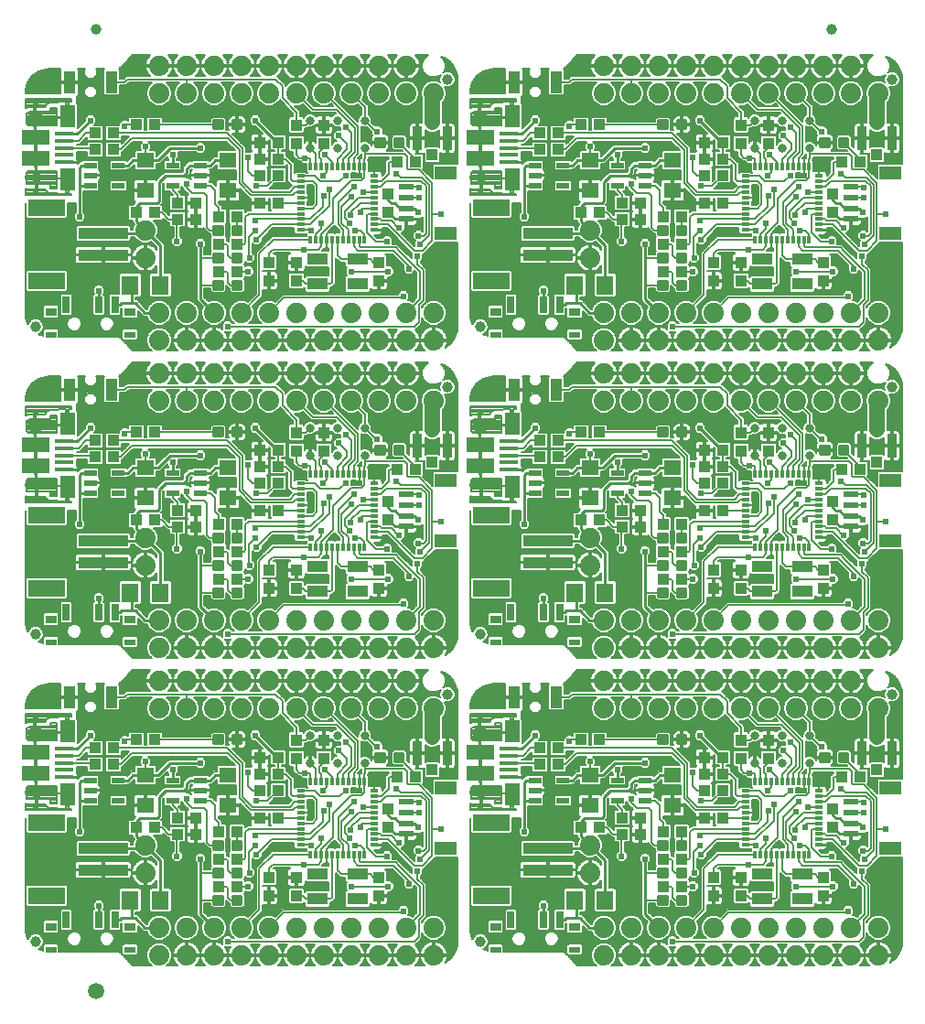
<source format=gtl>
G75*
%MOIN*%
%OFA0B0*%
%FSLAX25Y25*%
%IPPOS*%
%LPD*%
%AMOC8*
5,1,8,0,0,1.08239X$1,22.5*
%
%ADD10R,0.06299X0.05512*%
%ADD11R,0.04331X0.03937*%
%ADD12R,0.03937X0.04331*%
%ADD13C,0.01181*%
%ADD14R,0.06299X0.07087*%
%ADD15R,0.06890X0.01575*%
%ADD16R,0.05748X0.07874*%
%ADD17R,0.09843X0.05610*%
%ADD18C,0.03937*%
%ADD19C,0.04331*%
%ADD20C,0.00800*%
%ADD21R,0.02756X0.05906*%
%ADD22R,0.03937X0.02362*%
%ADD23R,0.03937X0.03150*%
%ADD24R,0.04724X0.02165*%
%ADD25R,0.07480X0.04331*%
%ADD26C,0.07400*%
%ADD27R,0.04331X0.07874*%
%ADD28R,0.18110X0.03937*%
%ADD29R,0.13386X0.06299*%
%ADD30R,0.07874X0.04724*%
%ADD31R,0.05315X0.02362*%
%ADD32C,0.03200*%
%ADD33R,0.03150X0.01181*%
%ADD34R,0.01181X0.03150*%
%ADD35R,0.03346X0.08661*%
%ADD36R,0.03937X0.04134*%
%ADD37C,0.05906*%
%ADD38C,0.00600*%
%ADD39C,0.02400*%
%ADD40C,0.01000*%
%ADD41C,0.05800*%
D10*
X0073750Y0088238D03*
X0073750Y0099262D03*
X0103750Y0099262D03*
X0103750Y0088238D03*
X0103750Y0200238D03*
X0103750Y0211262D03*
X0073750Y0211262D03*
X0073750Y0200238D03*
X0073750Y0312238D03*
X0073750Y0323262D03*
X0103750Y0323262D03*
X0103750Y0312238D03*
X0235750Y0312238D03*
X0235750Y0323262D03*
X0265750Y0323262D03*
X0265750Y0312238D03*
X0265750Y0211262D03*
X0265750Y0200238D03*
X0235750Y0200238D03*
X0235750Y0211262D03*
X0235750Y0099262D03*
X0235750Y0088238D03*
X0265750Y0088238D03*
X0265750Y0099262D03*
D11*
X0277404Y0099750D03*
X0277404Y0105750D03*
X0284096Y0105750D03*
X0284096Y0099750D03*
X0284096Y0093750D03*
X0277404Y0093750D03*
X0277404Y0083750D03*
X0284096Y0083750D03*
X0269096Y0078750D03*
X0262404Y0078750D03*
X0254096Y0077750D03*
X0254096Y0083750D03*
X0247404Y0083750D03*
X0247404Y0077750D03*
X0239096Y0080250D03*
X0232404Y0080250D03*
X0224096Y0103250D03*
X0224096Y0109250D03*
X0217404Y0109250D03*
X0217404Y0103250D03*
X0232404Y0112250D03*
X0239096Y0112250D03*
X0262404Y0068750D03*
X0269096Y0068750D03*
X0269096Y0058750D03*
X0262404Y0058750D03*
X0327404Y0098750D03*
X0334096Y0098750D03*
X0269096Y0170750D03*
X0262404Y0170750D03*
X0262404Y0180750D03*
X0269096Y0180750D03*
X0269096Y0190750D03*
X0262404Y0190750D03*
X0254096Y0189750D03*
X0247404Y0189750D03*
X0247404Y0195750D03*
X0254096Y0195750D03*
X0239096Y0192250D03*
X0232404Y0192250D03*
X0224096Y0215250D03*
X0224096Y0221250D03*
X0217404Y0221250D03*
X0217404Y0215250D03*
X0232404Y0224250D03*
X0239096Y0224250D03*
X0277404Y0217750D03*
X0277404Y0211750D03*
X0284096Y0211750D03*
X0284096Y0217750D03*
X0284096Y0205750D03*
X0277404Y0205750D03*
X0277404Y0195750D03*
X0284096Y0195750D03*
X0327404Y0210750D03*
X0334096Y0210750D03*
X0269096Y0282750D03*
X0262404Y0282750D03*
X0262404Y0292750D03*
X0269096Y0292750D03*
X0269096Y0302750D03*
X0262404Y0302750D03*
X0254096Y0301750D03*
X0247404Y0301750D03*
X0247404Y0307750D03*
X0254096Y0307750D03*
X0239096Y0304250D03*
X0232404Y0304250D03*
X0224096Y0327250D03*
X0224096Y0333250D03*
X0217404Y0333250D03*
X0217404Y0327250D03*
X0232404Y0336250D03*
X0239096Y0336250D03*
X0277404Y0329750D03*
X0277404Y0323750D03*
X0284096Y0323750D03*
X0284096Y0329750D03*
X0284096Y0317750D03*
X0277404Y0317750D03*
X0277404Y0307750D03*
X0284096Y0307750D03*
X0327404Y0322750D03*
X0334096Y0322750D03*
X0172096Y0322750D03*
X0165404Y0322750D03*
X0122096Y0323750D03*
X0122096Y0329750D03*
X0115404Y0329750D03*
X0115404Y0323750D03*
X0115404Y0317750D03*
X0122096Y0317750D03*
X0122096Y0307750D03*
X0115404Y0307750D03*
X0107096Y0302750D03*
X0100404Y0302750D03*
X0092096Y0301750D03*
X0092096Y0307750D03*
X0085404Y0307750D03*
X0085404Y0301750D03*
X0077096Y0304250D03*
X0070404Y0304250D03*
X0062096Y0327250D03*
X0055404Y0327250D03*
X0055404Y0333250D03*
X0062096Y0333250D03*
X0070404Y0336250D03*
X0077096Y0336250D03*
X0100404Y0292750D03*
X0107096Y0292750D03*
X0107096Y0282750D03*
X0100404Y0282750D03*
X0077096Y0224250D03*
X0070404Y0224250D03*
X0062096Y0221250D03*
X0055404Y0221250D03*
X0055404Y0215250D03*
X0062096Y0215250D03*
X0070404Y0192250D03*
X0077096Y0192250D03*
X0085404Y0189750D03*
X0085404Y0195750D03*
X0092096Y0195750D03*
X0092096Y0189750D03*
X0100404Y0190750D03*
X0107096Y0190750D03*
X0115404Y0195750D03*
X0122096Y0195750D03*
X0122096Y0205750D03*
X0115404Y0205750D03*
X0115404Y0211750D03*
X0115404Y0217750D03*
X0122096Y0217750D03*
X0122096Y0211750D03*
X0107096Y0180750D03*
X0100404Y0180750D03*
X0100404Y0170750D03*
X0107096Y0170750D03*
X0077096Y0112250D03*
X0070404Y0112250D03*
X0062096Y0109250D03*
X0055404Y0109250D03*
X0055404Y0103250D03*
X0062096Y0103250D03*
X0070404Y0080250D03*
X0077096Y0080250D03*
X0085404Y0077750D03*
X0085404Y0083750D03*
X0092096Y0083750D03*
X0092096Y0077750D03*
X0100404Y0078750D03*
X0107096Y0078750D03*
X0115404Y0083750D03*
X0122096Y0083750D03*
X0122096Y0093750D03*
X0115404Y0093750D03*
X0115404Y0099750D03*
X0115404Y0105750D03*
X0122096Y0105750D03*
X0122096Y0099750D03*
X0107096Y0068750D03*
X0100404Y0068750D03*
X0100404Y0058750D03*
X0107096Y0058750D03*
X0165404Y0098750D03*
X0172096Y0098750D03*
X0172096Y0210750D03*
X0165404Y0210750D03*
D12*
X0162250Y0199096D03*
X0162250Y0192404D03*
X0158750Y0174096D03*
X0158750Y0167404D03*
X0128750Y0167404D03*
X0128750Y0174096D03*
X0118750Y0174096D03*
X0118750Y0167404D03*
X0128750Y0217404D03*
X0128750Y0224096D03*
X0138750Y0224096D03*
X0138750Y0217404D03*
X0128750Y0279404D03*
X0128750Y0286096D03*
X0118750Y0286096D03*
X0118750Y0279404D03*
X0158750Y0279404D03*
X0158750Y0286096D03*
X0162250Y0304404D03*
X0162250Y0311096D03*
X0138750Y0329404D03*
X0138750Y0336096D03*
X0128750Y0336096D03*
X0128750Y0329404D03*
X0280750Y0286096D03*
X0280750Y0279404D03*
X0290750Y0279404D03*
X0290750Y0286096D03*
X0320750Y0286096D03*
X0320750Y0279404D03*
X0324250Y0304404D03*
X0324250Y0311096D03*
X0300750Y0329404D03*
X0300750Y0336096D03*
X0290750Y0336096D03*
X0290750Y0329404D03*
X0290750Y0224096D03*
X0290750Y0217404D03*
X0300750Y0217404D03*
X0300750Y0224096D03*
X0324250Y0199096D03*
X0324250Y0192404D03*
X0320750Y0174096D03*
X0320750Y0167404D03*
X0290750Y0167404D03*
X0290750Y0174096D03*
X0280750Y0174096D03*
X0280750Y0167404D03*
X0290750Y0112096D03*
X0290750Y0105404D03*
X0300750Y0105404D03*
X0300750Y0112096D03*
X0324250Y0087096D03*
X0324250Y0080404D03*
X0320750Y0062096D03*
X0320750Y0055404D03*
X0290750Y0055404D03*
X0290750Y0062096D03*
X0280750Y0062096D03*
X0280750Y0055404D03*
X0162250Y0080404D03*
X0162250Y0087096D03*
X0138750Y0105404D03*
X0138750Y0112096D03*
X0128750Y0112096D03*
X0128750Y0105404D03*
X0128750Y0062096D03*
X0128750Y0055404D03*
X0118750Y0055404D03*
X0118750Y0062096D03*
X0158750Y0062096D03*
X0158750Y0055404D03*
D13*
X0105825Y0055128D02*
X0105825Y0052372D01*
X0105825Y0055128D02*
X0108581Y0055128D01*
X0108581Y0052372D01*
X0105825Y0052372D01*
X0105825Y0053494D02*
X0108581Y0053494D01*
X0108581Y0054616D02*
X0105825Y0054616D01*
X0098919Y0055128D02*
X0098919Y0052372D01*
X0098919Y0055128D02*
X0101675Y0055128D01*
X0101675Y0052372D01*
X0098919Y0052372D01*
X0098919Y0053494D02*
X0101675Y0053494D01*
X0101675Y0054616D02*
X0098919Y0054616D01*
X0098919Y0062372D02*
X0098919Y0065128D01*
X0101675Y0065128D01*
X0101675Y0062372D01*
X0098919Y0062372D01*
X0098919Y0063494D02*
X0101675Y0063494D01*
X0101675Y0064616D02*
X0098919Y0064616D01*
X0105825Y0065128D02*
X0105825Y0062372D01*
X0105825Y0065128D02*
X0108581Y0065128D01*
X0108581Y0062372D01*
X0105825Y0062372D01*
X0105825Y0063494D02*
X0108581Y0063494D01*
X0108581Y0064616D02*
X0105825Y0064616D01*
X0105825Y0072372D02*
X0105825Y0075128D01*
X0108581Y0075128D01*
X0108581Y0072372D01*
X0105825Y0072372D01*
X0105825Y0073494D02*
X0108581Y0073494D01*
X0108581Y0074616D02*
X0105825Y0074616D01*
X0098919Y0075128D02*
X0098919Y0072372D01*
X0098919Y0075128D02*
X0101675Y0075128D01*
X0101675Y0072372D01*
X0098919Y0072372D01*
X0098919Y0073494D02*
X0101675Y0073494D01*
X0101675Y0074616D02*
X0098919Y0074616D01*
X0098919Y0110872D02*
X0098919Y0113628D01*
X0101675Y0113628D01*
X0101675Y0110872D01*
X0098919Y0110872D01*
X0098919Y0111994D02*
X0101675Y0111994D01*
X0101675Y0113116D02*
X0098919Y0113116D01*
X0105825Y0113628D02*
X0105825Y0110872D01*
X0105825Y0113628D02*
X0108581Y0113628D01*
X0108581Y0110872D01*
X0105825Y0110872D01*
X0105825Y0111994D02*
X0108581Y0111994D01*
X0108581Y0113116D02*
X0105825Y0113116D01*
X0105825Y0164372D02*
X0105825Y0167128D01*
X0108581Y0167128D01*
X0108581Y0164372D01*
X0105825Y0164372D01*
X0105825Y0165494D02*
X0108581Y0165494D01*
X0108581Y0166616D02*
X0105825Y0166616D01*
X0098919Y0167128D02*
X0098919Y0164372D01*
X0098919Y0167128D02*
X0101675Y0167128D01*
X0101675Y0164372D01*
X0098919Y0164372D01*
X0098919Y0165494D02*
X0101675Y0165494D01*
X0101675Y0166616D02*
X0098919Y0166616D01*
X0098919Y0174372D02*
X0098919Y0177128D01*
X0101675Y0177128D01*
X0101675Y0174372D01*
X0098919Y0174372D01*
X0098919Y0175494D02*
X0101675Y0175494D01*
X0101675Y0176616D02*
X0098919Y0176616D01*
X0105825Y0177128D02*
X0105825Y0174372D01*
X0105825Y0177128D02*
X0108581Y0177128D01*
X0108581Y0174372D01*
X0105825Y0174372D01*
X0105825Y0175494D02*
X0108581Y0175494D01*
X0108581Y0176616D02*
X0105825Y0176616D01*
X0105825Y0184372D02*
X0105825Y0187128D01*
X0108581Y0187128D01*
X0108581Y0184372D01*
X0105825Y0184372D01*
X0105825Y0185494D02*
X0108581Y0185494D01*
X0108581Y0186616D02*
X0105825Y0186616D01*
X0098919Y0187128D02*
X0098919Y0184372D01*
X0098919Y0187128D02*
X0101675Y0187128D01*
X0101675Y0184372D01*
X0098919Y0184372D01*
X0098919Y0185494D02*
X0101675Y0185494D01*
X0101675Y0186616D02*
X0098919Y0186616D01*
X0098919Y0222872D02*
X0098919Y0225628D01*
X0101675Y0225628D01*
X0101675Y0222872D01*
X0098919Y0222872D01*
X0098919Y0223994D02*
X0101675Y0223994D01*
X0101675Y0225116D02*
X0098919Y0225116D01*
X0105825Y0225628D02*
X0105825Y0222872D01*
X0105825Y0225628D02*
X0108581Y0225628D01*
X0108581Y0222872D01*
X0105825Y0222872D01*
X0105825Y0223994D02*
X0108581Y0223994D01*
X0108581Y0225116D02*
X0105825Y0225116D01*
X0105825Y0276372D02*
X0105825Y0279128D01*
X0108581Y0279128D01*
X0108581Y0276372D01*
X0105825Y0276372D01*
X0105825Y0277494D02*
X0108581Y0277494D01*
X0108581Y0278616D02*
X0105825Y0278616D01*
X0098919Y0279128D02*
X0098919Y0276372D01*
X0098919Y0279128D02*
X0101675Y0279128D01*
X0101675Y0276372D01*
X0098919Y0276372D01*
X0098919Y0277494D02*
X0101675Y0277494D01*
X0101675Y0278616D02*
X0098919Y0278616D01*
X0098919Y0286372D02*
X0098919Y0289128D01*
X0101675Y0289128D01*
X0101675Y0286372D01*
X0098919Y0286372D01*
X0098919Y0287494D02*
X0101675Y0287494D01*
X0101675Y0288616D02*
X0098919Y0288616D01*
X0105825Y0289128D02*
X0105825Y0286372D01*
X0105825Y0289128D02*
X0108581Y0289128D01*
X0108581Y0286372D01*
X0105825Y0286372D01*
X0105825Y0287494D02*
X0108581Y0287494D01*
X0108581Y0288616D02*
X0105825Y0288616D01*
X0105825Y0296372D02*
X0105825Y0299128D01*
X0108581Y0299128D01*
X0108581Y0296372D01*
X0105825Y0296372D01*
X0105825Y0297494D02*
X0108581Y0297494D01*
X0108581Y0298616D02*
X0105825Y0298616D01*
X0098919Y0299128D02*
X0098919Y0296372D01*
X0098919Y0299128D02*
X0101675Y0299128D01*
X0101675Y0296372D01*
X0098919Y0296372D01*
X0098919Y0297494D02*
X0101675Y0297494D01*
X0101675Y0298616D02*
X0098919Y0298616D01*
X0098919Y0334872D02*
X0098919Y0337628D01*
X0101675Y0337628D01*
X0101675Y0334872D01*
X0098919Y0334872D01*
X0098919Y0335994D02*
X0101675Y0335994D01*
X0101675Y0337116D02*
X0098919Y0337116D01*
X0105825Y0337628D02*
X0105825Y0334872D01*
X0105825Y0337628D02*
X0108581Y0337628D01*
X0108581Y0334872D01*
X0105825Y0334872D01*
X0105825Y0335994D02*
X0108581Y0335994D01*
X0108581Y0337116D02*
X0105825Y0337116D01*
X0160675Y0331128D02*
X0160675Y0328372D01*
X0157919Y0328372D01*
X0157919Y0331128D01*
X0160675Y0331128D01*
X0160675Y0329494D02*
X0157919Y0329494D01*
X0157919Y0330616D02*
X0160675Y0330616D01*
X0167581Y0331128D02*
X0167581Y0328372D01*
X0164825Y0328372D01*
X0164825Y0331128D01*
X0167581Y0331128D01*
X0167581Y0329494D02*
X0164825Y0329494D01*
X0164825Y0330616D02*
X0167581Y0330616D01*
X0260919Y0334872D02*
X0260919Y0337628D01*
X0263675Y0337628D01*
X0263675Y0334872D01*
X0260919Y0334872D01*
X0260919Y0335994D02*
X0263675Y0335994D01*
X0263675Y0337116D02*
X0260919Y0337116D01*
X0267825Y0337628D02*
X0267825Y0334872D01*
X0267825Y0337628D02*
X0270581Y0337628D01*
X0270581Y0334872D01*
X0267825Y0334872D01*
X0267825Y0335994D02*
X0270581Y0335994D01*
X0270581Y0337116D02*
X0267825Y0337116D01*
X0267825Y0299128D02*
X0267825Y0296372D01*
X0267825Y0299128D02*
X0270581Y0299128D01*
X0270581Y0296372D01*
X0267825Y0296372D01*
X0267825Y0297494D02*
X0270581Y0297494D01*
X0270581Y0298616D02*
X0267825Y0298616D01*
X0260919Y0299128D02*
X0260919Y0296372D01*
X0260919Y0299128D02*
X0263675Y0299128D01*
X0263675Y0296372D01*
X0260919Y0296372D01*
X0260919Y0297494D02*
X0263675Y0297494D01*
X0263675Y0298616D02*
X0260919Y0298616D01*
X0260919Y0289128D02*
X0260919Y0286372D01*
X0260919Y0289128D02*
X0263675Y0289128D01*
X0263675Y0286372D01*
X0260919Y0286372D01*
X0260919Y0287494D02*
X0263675Y0287494D01*
X0263675Y0288616D02*
X0260919Y0288616D01*
X0267825Y0289128D02*
X0267825Y0286372D01*
X0267825Y0289128D02*
X0270581Y0289128D01*
X0270581Y0286372D01*
X0267825Y0286372D01*
X0267825Y0287494D02*
X0270581Y0287494D01*
X0270581Y0288616D02*
X0267825Y0288616D01*
X0267825Y0279128D02*
X0267825Y0276372D01*
X0267825Y0279128D02*
X0270581Y0279128D01*
X0270581Y0276372D01*
X0267825Y0276372D01*
X0267825Y0277494D02*
X0270581Y0277494D01*
X0270581Y0278616D02*
X0267825Y0278616D01*
X0260919Y0279128D02*
X0260919Y0276372D01*
X0260919Y0279128D02*
X0263675Y0279128D01*
X0263675Y0276372D01*
X0260919Y0276372D01*
X0260919Y0277494D02*
X0263675Y0277494D01*
X0263675Y0278616D02*
X0260919Y0278616D01*
X0260919Y0225628D02*
X0260919Y0222872D01*
X0260919Y0225628D02*
X0263675Y0225628D01*
X0263675Y0222872D01*
X0260919Y0222872D01*
X0260919Y0223994D02*
X0263675Y0223994D01*
X0263675Y0225116D02*
X0260919Y0225116D01*
X0267825Y0225628D02*
X0267825Y0222872D01*
X0267825Y0225628D02*
X0270581Y0225628D01*
X0270581Y0222872D01*
X0267825Y0222872D01*
X0267825Y0223994D02*
X0270581Y0223994D01*
X0270581Y0225116D02*
X0267825Y0225116D01*
X0267825Y0187128D02*
X0267825Y0184372D01*
X0267825Y0187128D02*
X0270581Y0187128D01*
X0270581Y0184372D01*
X0267825Y0184372D01*
X0267825Y0185494D02*
X0270581Y0185494D01*
X0270581Y0186616D02*
X0267825Y0186616D01*
X0260919Y0187128D02*
X0260919Y0184372D01*
X0260919Y0187128D02*
X0263675Y0187128D01*
X0263675Y0184372D01*
X0260919Y0184372D01*
X0260919Y0185494D02*
X0263675Y0185494D01*
X0263675Y0186616D02*
X0260919Y0186616D01*
X0260919Y0177128D02*
X0260919Y0174372D01*
X0260919Y0177128D02*
X0263675Y0177128D01*
X0263675Y0174372D01*
X0260919Y0174372D01*
X0260919Y0175494D02*
X0263675Y0175494D01*
X0263675Y0176616D02*
X0260919Y0176616D01*
X0267825Y0177128D02*
X0267825Y0174372D01*
X0267825Y0177128D02*
X0270581Y0177128D01*
X0270581Y0174372D01*
X0267825Y0174372D01*
X0267825Y0175494D02*
X0270581Y0175494D01*
X0270581Y0176616D02*
X0267825Y0176616D01*
X0267825Y0167128D02*
X0267825Y0164372D01*
X0267825Y0167128D02*
X0270581Y0167128D01*
X0270581Y0164372D01*
X0267825Y0164372D01*
X0267825Y0165494D02*
X0270581Y0165494D01*
X0270581Y0166616D02*
X0267825Y0166616D01*
X0260919Y0167128D02*
X0260919Y0164372D01*
X0260919Y0167128D02*
X0263675Y0167128D01*
X0263675Y0164372D01*
X0260919Y0164372D01*
X0260919Y0165494D02*
X0263675Y0165494D01*
X0263675Y0166616D02*
X0260919Y0166616D01*
X0260919Y0113628D02*
X0260919Y0110872D01*
X0260919Y0113628D02*
X0263675Y0113628D01*
X0263675Y0110872D01*
X0260919Y0110872D01*
X0260919Y0111994D02*
X0263675Y0111994D01*
X0263675Y0113116D02*
X0260919Y0113116D01*
X0267825Y0113628D02*
X0267825Y0110872D01*
X0267825Y0113628D02*
X0270581Y0113628D01*
X0270581Y0110872D01*
X0267825Y0110872D01*
X0267825Y0111994D02*
X0270581Y0111994D01*
X0270581Y0113116D02*
X0267825Y0113116D01*
X0267825Y0075128D02*
X0267825Y0072372D01*
X0267825Y0075128D02*
X0270581Y0075128D01*
X0270581Y0072372D01*
X0267825Y0072372D01*
X0267825Y0073494D02*
X0270581Y0073494D01*
X0270581Y0074616D02*
X0267825Y0074616D01*
X0260919Y0075128D02*
X0260919Y0072372D01*
X0260919Y0075128D02*
X0263675Y0075128D01*
X0263675Y0072372D01*
X0260919Y0072372D01*
X0260919Y0073494D02*
X0263675Y0073494D01*
X0263675Y0074616D02*
X0260919Y0074616D01*
X0260919Y0065128D02*
X0260919Y0062372D01*
X0260919Y0065128D02*
X0263675Y0065128D01*
X0263675Y0062372D01*
X0260919Y0062372D01*
X0260919Y0063494D02*
X0263675Y0063494D01*
X0263675Y0064616D02*
X0260919Y0064616D01*
X0267825Y0065128D02*
X0267825Y0062372D01*
X0267825Y0065128D02*
X0270581Y0065128D01*
X0270581Y0062372D01*
X0267825Y0062372D01*
X0267825Y0063494D02*
X0270581Y0063494D01*
X0270581Y0064616D02*
X0267825Y0064616D01*
X0267825Y0055128D02*
X0267825Y0052372D01*
X0267825Y0055128D02*
X0270581Y0055128D01*
X0270581Y0052372D01*
X0267825Y0052372D01*
X0267825Y0053494D02*
X0270581Y0053494D01*
X0270581Y0054616D02*
X0267825Y0054616D01*
X0260919Y0055128D02*
X0260919Y0052372D01*
X0260919Y0055128D02*
X0263675Y0055128D01*
X0263675Y0052372D01*
X0260919Y0052372D01*
X0260919Y0053494D02*
X0263675Y0053494D01*
X0263675Y0054616D02*
X0260919Y0054616D01*
X0322675Y0104372D02*
X0322675Y0107128D01*
X0322675Y0104372D02*
X0319919Y0104372D01*
X0319919Y0107128D01*
X0322675Y0107128D01*
X0322675Y0105494D02*
X0319919Y0105494D01*
X0319919Y0106616D02*
X0322675Y0106616D01*
X0329581Y0107128D02*
X0329581Y0104372D01*
X0326825Y0104372D01*
X0326825Y0107128D01*
X0329581Y0107128D01*
X0329581Y0105494D02*
X0326825Y0105494D01*
X0326825Y0106616D02*
X0329581Y0106616D01*
X0329581Y0216372D02*
X0329581Y0219128D01*
X0329581Y0216372D02*
X0326825Y0216372D01*
X0326825Y0219128D01*
X0329581Y0219128D01*
X0329581Y0217494D02*
X0326825Y0217494D01*
X0326825Y0218616D02*
X0329581Y0218616D01*
X0322675Y0219128D02*
X0322675Y0216372D01*
X0319919Y0216372D01*
X0319919Y0219128D01*
X0322675Y0219128D01*
X0322675Y0217494D02*
X0319919Y0217494D01*
X0319919Y0218616D02*
X0322675Y0218616D01*
X0322675Y0328372D02*
X0322675Y0331128D01*
X0322675Y0328372D02*
X0319919Y0328372D01*
X0319919Y0331128D01*
X0322675Y0331128D01*
X0322675Y0329494D02*
X0319919Y0329494D01*
X0319919Y0330616D02*
X0322675Y0330616D01*
X0329581Y0331128D02*
X0329581Y0328372D01*
X0326825Y0328372D01*
X0326825Y0331128D01*
X0329581Y0331128D01*
X0329581Y0329494D02*
X0326825Y0329494D01*
X0326825Y0330616D02*
X0329581Y0330616D01*
X0167581Y0219128D02*
X0167581Y0216372D01*
X0164825Y0216372D01*
X0164825Y0219128D01*
X0167581Y0219128D01*
X0167581Y0217494D02*
X0164825Y0217494D01*
X0164825Y0218616D02*
X0167581Y0218616D01*
X0160675Y0219128D02*
X0160675Y0216372D01*
X0157919Y0216372D01*
X0157919Y0219128D01*
X0160675Y0219128D01*
X0160675Y0217494D02*
X0157919Y0217494D01*
X0157919Y0218616D02*
X0160675Y0218616D01*
X0160675Y0107128D02*
X0160675Y0104372D01*
X0157919Y0104372D01*
X0157919Y0107128D01*
X0160675Y0107128D01*
X0160675Y0105494D02*
X0157919Y0105494D01*
X0157919Y0106616D02*
X0160675Y0106616D01*
X0167581Y0107128D02*
X0167581Y0104372D01*
X0164825Y0104372D01*
X0164825Y0107128D01*
X0167581Y0107128D01*
X0167581Y0105494D02*
X0164825Y0105494D01*
X0164825Y0106616D02*
X0167581Y0106616D01*
D14*
X0230238Y0053750D03*
X0241262Y0053750D03*
X0241262Y0165750D03*
X0230238Y0165750D03*
X0230238Y0277750D03*
X0241262Y0277750D03*
X0079262Y0277750D03*
X0068238Y0277750D03*
X0068238Y0165750D03*
X0079262Y0165750D03*
X0079262Y0053750D03*
X0068238Y0053750D03*
D15*
X0044250Y0098632D03*
X0044250Y0101191D03*
X0044250Y0103750D03*
X0044250Y0106309D03*
X0044250Y0108868D03*
X0044250Y0210632D03*
X0044250Y0213191D03*
X0044250Y0215750D03*
X0044250Y0218309D03*
X0044250Y0220868D03*
X0044250Y0322632D03*
X0044250Y0325191D03*
X0044250Y0327750D03*
X0044250Y0330309D03*
X0044250Y0332868D03*
X0206250Y0332868D03*
X0206250Y0330309D03*
X0206250Y0327750D03*
X0206250Y0325191D03*
X0206250Y0322632D03*
X0206250Y0220868D03*
X0206250Y0218309D03*
X0206250Y0215750D03*
X0206250Y0213191D03*
X0206250Y0210632D03*
X0206250Y0108868D03*
X0206250Y0106309D03*
X0206250Y0103750D03*
X0206250Y0101191D03*
X0206250Y0098632D03*
D16*
X0207333Y0092333D03*
X0207333Y0115167D03*
X0207333Y0204333D03*
X0207333Y0227167D03*
X0207333Y0316333D03*
X0207333Y0339167D03*
X0045333Y0339167D03*
X0045333Y0316333D03*
X0045333Y0227167D03*
X0045333Y0204333D03*
X0045333Y0115167D03*
X0045333Y0092333D03*
D17*
X0033719Y0099961D03*
X0033719Y0107539D03*
X0033719Y0211961D03*
X0033719Y0219539D03*
X0033719Y0323961D03*
X0033719Y0331539D03*
X0195719Y0331539D03*
X0195719Y0323961D03*
X0195719Y0219539D03*
X0195719Y0211961D03*
X0195719Y0107539D03*
X0195719Y0099961D03*
D18*
X0196112Y0093120D03*
X0183750Y0128750D03*
X0195750Y0150750D03*
X0196112Y0205120D03*
X0183750Y0240750D03*
X0195750Y0262750D03*
X0196112Y0317120D03*
X0183750Y0352750D03*
X0055750Y0371000D03*
X0034112Y0317120D03*
X0033750Y0262750D03*
X0034112Y0205120D03*
X0033750Y0150750D03*
X0034112Y0093120D03*
X0033750Y0038750D03*
X0195750Y0038750D03*
X0345750Y0128750D03*
X0345750Y0240750D03*
X0345750Y0352750D03*
X0323750Y0371000D03*
D19*
X0196286Y0338504D02*
X0194710Y0338504D01*
X0194710Y0338504D01*
X0196286Y0338504D01*
X0196286Y0338504D01*
X0196286Y0226504D02*
X0194710Y0226504D01*
X0194710Y0226504D01*
X0196286Y0226504D01*
X0196286Y0226504D01*
X0196286Y0114504D02*
X0194710Y0114504D01*
X0194710Y0114504D01*
X0196286Y0114504D01*
X0196286Y0114504D01*
X0034286Y0114504D02*
X0032710Y0114504D01*
X0032710Y0114504D01*
X0034286Y0114504D01*
X0034286Y0114504D01*
X0034286Y0226504D02*
X0032710Y0226504D01*
X0032710Y0226504D01*
X0034286Y0226504D01*
X0034286Y0226504D01*
X0034286Y0338504D02*
X0032710Y0338504D01*
X0032710Y0338504D01*
X0034286Y0338504D01*
X0034286Y0338504D01*
D20*
X0033898Y0338572D02*
X0041059Y0338572D01*
X0041059Y0338767D02*
X0041059Y0338104D01*
X0033898Y0338104D01*
X0033898Y0334213D01*
X0034118Y0334213D01*
X0034118Y0331939D01*
X0033319Y0331939D01*
X0033319Y0335744D01*
X0033098Y0335744D01*
X0033098Y0338104D01*
X0033898Y0338104D01*
X0033898Y0338904D01*
X0033098Y0338904D01*
X0033098Y0342743D01*
X0031685Y0342739D01*
X0031547Y0342754D01*
X0031450Y0342739D01*
X0031450Y0342739D01*
X0031351Y0342738D01*
X0031216Y0342702D01*
X0031002Y0342668D01*
X0030412Y0342451D01*
X0030250Y0342352D01*
X0030250Y0345750D01*
X0046750Y0345750D01*
X0046750Y0344504D01*
X0045733Y0344504D01*
X0045733Y0339567D01*
X0044933Y0339567D01*
X0043353Y0339567D01*
X0043353Y0338904D01*
X0033898Y0338904D01*
X0033898Y0342745D01*
X0037254Y0342754D01*
X0037296Y0342907D01*
X0037296Y0342907D01*
X0037356Y0343130D01*
X0037360Y0343136D01*
X0037360Y0343136D01*
X0037362Y0343143D01*
X0037478Y0343340D01*
X0037478Y0343340D01*
X0037593Y0343540D01*
X0037598Y0343545D01*
X0037598Y0343545D01*
X0037602Y0343551D01*
X0037765Y0343713D01*
X0037928Y0343875D01*
X0037934Y0343879D01*
X0037934Y0343879D01*
X0037940Y0343884D01*
X0038139Y0343997D01*
X0038139Y0343997D01*
X0038339Y0344112D01*
X0038346Y0344114D01*
X0038346Y0344114D01*
X0038352Y0344118D01*
X0038574Y0344176D01*
X0038574Y0344176D01*
X0038796Y0344235D01*
X0038804Y0344235D01*
X0038811Y0344237D01*
X0039040Y0344235D01*
X0039270Y0344235D01*
X0039277Y0344233D01*
X0039277Y0344233D01*
X0039277Y0344233D01*
X0041560Y0344215D01*
X0041590Y0344215D01*
X0041599Y0344225D01*
X0041918Y0344409D01*
X0042274Y0344504D01*
X0044933Y0344504D01*
X0044933Y0339567D01*
X0044933Y0338767D01*
X0041059Y0338767D01*
X0041553Y0338572D02*
X0030431Y0338572D01*
X0030431Y0339344D02*
X0030431Y0336982D01*
X0030487Y0336715D01*
X0030610Y0336471D01*
X0030792Y0336268D01*
X0031021Y0336118D01*
X0031280Y0336033D01*
X0031553Y0336018D01*
X0041553Y0335998D01*
X0041553Y0342415D01*
X0039033Y0342435D01*
X0039033Y0340959D01*
X0031593Y0340939D01*
X0031291Y0340856D01*
X0031016Y0340709D01*
X0030781Y0340503D01*
X0030597Y0340251D01*
X0030474Y0339964D01*
X0030417Y0339657D01*
X0030431Y0339344D01*
X0030430Y0339371D02*
X0041553Y0339371D01*
X0041553Y0340169D02*
X0030562Y0340169D01*
X0030431Y0337774D02*
X0041553Y0337774D01*
X0041553Y0336975D02*
X0030433Y0336975D01*
X0030931Y0336177D02*
X0041553Y0336177D01*
X0043353Y0339371D02*
X0044933Y0339371D01*
X0044933Y0340169D02*
X0045733Y0340169D01*
X0045733Y0340968D02*
X0044933Y0340968D01*
X0044933Y0341766D02*
X0045733Y0341766D01*
X0045733Y0342565D02*
X0044933Y0342565D01*
X0044933Y0343363D02*
X0045733Y0343363D01*
X0045733Y0344162D02*
X0044933Y0344162D01*
X0046750Y0344960D02*
X0030250Y0344960D01*
X0030250Y0344162D02*
X0038522Y0344162D01*
X0037491Y0343363D02*
X0030250Y0343363D01*
X0030250Y0342565D02*
X0030721Y0342565D01*
X0031216Y0342702D02*
X0031216Y0342702D01*
X0031685Y0342739D02*
X0031685Y0342739D01*
X0033098Y0342565D02*
X0033898Y0342565D01*
X0033898Y0341766D02*
X0033098Y0341766D01*
X0033098Y0340968D02*
X0033898Y0340968D01*
X0033898Y0340169D02*
X0033098Y0340169D01*
X0033098Y0339371D02*
X0033898Y0339371D01*
X0033898Y0337774D02*
X0033098Y0337774D01*
X0033098Y0336975D02*
X0033898Y0336975D01*
X0033898Y0336177D02*
X0033098Y0336177D01*
X0033319Y0335378D02*
X0033898Y0335378D01*
X0033898Y0334580D02*
X0033319Y0334580D01*
X0033319Y0333781D02*
X0034118Y0333781D01*
X0034118Y0332983D02*
X0033319Y0332983D01*
X0033319Y0332184D02*
X0034118Y0332184D01*
X0034118Y0331139D02*
X0034118Y0324361D01*
X0033319Y0324361D01*
X0033319Y0328166D01*
X0033319Y0331139D01*
X0034118Y0331139D01*
X0034118Y0330587D02*
X0033319Y0330587D01*
X0033319Y0329789D02*
X0034118Y0329789D01*
X0034118Y0328990D02*
X0033319Y0328990D01*
X0033319Y0328192D02*
X0034118Y0328192D01*
X0034118Y0327393D02*
X0033319Y0327393D01*
X0033319Y0326595D02*
X0034118Y0326595D01*
X0034118Y0325796D02*
X0033319Y0325796D01*
X0033319Y0324998D02*
X0034118Y0324998D01*
X0034118Y0323561D02*
X0034118Y0319756D01*
X0034512Y0319756D01*
X0034512Y0317520D01*
X0033712Y0317520D01*
X0033712Y0316720D01*
X0030250Y0316720D01*
X0030250Y0317520D01*
X0033712Y0317520D01*
X0033712Y0321137D01*
X0033319Y0321137D01*
X0033319Y0323561D01*
X0034118Y0323561D01*
X0034118Y0323401D02*
X0033319Y0323401D01*
X0033319Y0322602D02*
X0034118Y0322602D01*
X0034118Y0321804D02*
X0033319Y0321804D01*
X0033712Y0321005D02*
X0034118Y0321005D01*
X0034118Y0320207D02*
X0033712Y0320207D01*
X0033712Y0319408D02*
X0034512Y0319408D01*
X0034512Y0318610D02*
X0033712Y0318610D01*
X0033712Y0317811D02*
X0034512Y0317811D01*
X0034512Y0317520D02*
X0041059Y0317520D01*
X0041059Y0316733D01*
X0044933Y0316733D01*
X0044933Y0315933D01*
X0043353Y0315933D01*
X0043353Y0316720D01*
X0034512Y0316720D01*
X0034512Y0312800D01*
X0037273Y0312800D01*
X0037376Y0312417D01*
X0037613Y0312007D01*
X0037948Y0311672D01*
X0038358Y0311435D01*
X0038816Y0311312D01*
X0041562Y0311312D01*
X0041599Y0311275D01*
X0041918Y0311091D01*
X0042274Y0310996D01*
X0044933Y0310996D01*
X0044933Y0315933D01*
X0045733Y0315933D01*
X0045733Y0310996D01*
X0046750Y0310996D01*
X0046750Y0310750D01*
X0030250Y0310750D01*
X0030250Y0312887D01*
X0030447Y0312826D01*
X0030540Y0312819D01*
X0030607Y0312800D01*
X0030775Y0312800D01*
X0030943Y0312788D01*
X0031011Y0312800D01*
X0033712Y0312800D01*
X0033712Y0316720D01*
X0034512Y0316720D01*
X0034512Y0317520D01*
X0034512Y0317013D02*
X0041059Y0317013D01*
X0041553Y0317013D02*
X0030426Y0317013D01*
X0030250Y0317013D02*
X0033712Y0317013D01*
X0033712Y0316214D02*
X0034512Y0316214D01*
X0034512Y0315416D02*
X0033712Y0315416D01*
X0033712Y0314617D02*
X0034512Y0314617D01*
X0034512Y0313819D02*
X0033712Y0313819D01*
X0033712Y0313020D02*
X0034512Y0313020D01*
X0037489Y0312222D02*
X0030250Y0312222D01*
X0030250Y0311423D02*
X0038403Y0311423D01*
X0039053Y0313112D02*
X0039053Y0314600D01*
X0030844Y0314600D01*
X0030688Y0314638D01*
X0030551Y0314721D01*
X0030447Y0314843D01*
X0030385Y0314991D01*
X0030372Y0315152D01*
X0030470Y0318557D01*
X0030501Y0318762D01*
X0030584Y0318952D01*
X0030713Y0319114D01*
X0030879Y0319237D01*
X0031072Y0319313D01*
X0031278Y0319337D01*
X0041553Y0319337D01*
X0041553Y0313112D01*
X0039053Y0313112D01*
X0039053Y0313819D02*
X0041553Y0313819D01*
X0041553Y0314617D02*
X0030775Y0314617D01*
X0030380Y0315416D02*
X0041553Y0315416D01*
X0041553Y0316214D02*
X0030403Y0316214D01*
X0030449Y0317811D02*
X0041553Y0317811D01*
X0041553Y0318610D02*
X0030478Y0318610D01*
X0043353Y0316214D02*
X0044933Y0316214D01*
X0044933Y0315416D02*
X0045733Y0315416D01*
X0045733Y0314617D02*
X0044933Y0314617D01*
X0044933Y0313819D02*
X0045733Y0313819D01*
X0045733Y0313020D02*
X0044933Y0313020D01*
X0044933Y0312222D02*
X0045733Y0312222D01*
X0045733Y0311423D02*
X0044933Y0311423D01*
X0044250Y0327750D02*
X0054904Y0327750D01*
X0055404Y0327250D01*
X0041553Y0340968D02*
X0039033Y0340968D01*
X0039033Y0341766D02*
X0041553Y0341766D01*
X0037360Y0343136D02*
X0037360Y0343136D01*
X0128750Y0279404D02*
X0131096Y0279404D01*
X0132250Y0278250D01*
X0136439Y0278250D01*
X0136467Y0278222D01*
X0136494Y0278250D01*
X0141250Y0278250D01*
X0141781Y0278781D01*
X0141781Y0294364D01*
X0143750Y0294364D02*
X0143750Y0288750D01*
X0145250Y0287250D01*
X0145278Y0287278D01*
X0151750Y0287278D01*
X0151033Y0287278D01*
X0151750Y0287278D02*
X0155722Y0287278D01*
X0156904Y0286096D01*
X0158750Y0286096D01*
X0192250Y0310750D02*
X0192250Y0312887D01*
X0192447Y0312826D01*
X0192540Y0312819D01*
X0192607Y0312800D01*
X0192775Y0312800D01*
X0192943Y0312788D01*
X0193011Y0312800D01*
X0195712Y0312800D01*
X0195712Y0316720D01*
X0192250Y0316720D01*
X0192250Y0317520D01*
X0195712Y0317520D01*
X0195712Y0316720D01*
X0196512Y0316720D01*
X0196512Y0312800D01*
X0199273Y0312800D01*
X0199376Y0312417D01*
X0199613Y0312007D01*
X0199948Y0311672D01*
X0200358Y0311435D01*
X0200816Y0311312D01*
X0203562Y0311312D01*
X0203599Y0311275D01*
X0203918Y0311091D01*
X0204274Y0310996D01*
X0206933Y0310996D01*
X0206933Y0315933D01*
X0205353Y0315933D01*
X0205353Y0316720D01*
X0196512Y0316720D01*
X0196512Y0317520D01*
X0195712Y0317520D01*
X0195712Y0321137D01*
X0195319Y0321137D01*
X0195319Y0323561D01*
X0196118Y0323561D01*
X0196118Y0319756D01*
X0196512Y0319756D01*
X0196512Y0317520D01*
X0203059Y0317520D01*
X0203059Y0316733D01*
X0206933Y0316733D01*
X0206933Y0315933D01*
X0207733Y0315933D01*
X0207733Y0310996D01*
X0208750Y0310996D01*
X0208750Y0310750D01*
X0192250Y0310750D01*
X0192250Y0311423D02*
X0200403Y0311423D01*
X0199489Y0312222D02*
X0192250Y0312222D01*
X0192447Y0312826D02*
X0192447Y0312826D01*
X0192844Y0314600D02*
X0192688Y0314638D01*
X0192551Y0314721D01*
X0192447Y0314843D01*
X0192385Y0314991D01*
X0192372Y0315152D01*
X0192470Y0318557D01*
X0192501Y0318762D01*
X0192584Y0318952D01*
X0192713Y0319114D01*
X0192879Y0319237D01*
X0193072Y0319313D01*
X0193278Y0319337D01*
X0203553Y0319337D01*
X0203553Y0313112D01*
X0201053Y0313112D01*
X0201053Y0314600D01*
X0192844Y0314600D01*
X0192775Y0314617D02*
X0203553Y0314617D01*
X0203553Y0313819D02*
X0201053Y0313819D01*
X0203553Y0315416D02*
X0192380Y0315416D01*
X0192403Y0316214D02*
X0203553Y0316214D01*
X0203553Y0317013D02*
X0192426Y0317013D01*
X0192250Y0317013D02*
X0195712Y0317013D01*
X0195712Y0317811D02*
X0196512Y0317811D01*
X0196512Y0317013D02*
X0203059Y0317013D01*
X0203553Y0317811D02*
X0192449Y0317811D01*
X0192478Y0318610D02*
X0203553Y0318610D01*
X0205353Y0316214D02*
X0206933Y0316214D01*
X0206933Y0315416D02*
X0207733Y0315416D01*
X0207733Y0314617D02*
X0206933Y0314617D01*
X0206933Y0313819D02*
X0207733Y0313819D01*
X0207733Y0313020D02*
X0206933Y0313020D01*
X0206933Y0312222D02*
X0207733Y0312222D01*
X0207733Y0311423D02*
X0206933Y0311423D01*
X0196512Y0313020D02*
X0195712Y0313020D01*
X0195712Y0313819D02*
X0196512Y0313819D01*
X0196512Y0314617D02*
X0195712Y0314617D01*
X0195712Y0315416D02*
X0196512Y0315416D01*
X0196512Y0316214D02*
X0195712Y0316214D01*
X0195712Y0318610D02*
X0196512Y0318610D01*
X0196512Y0319408D02*
X0195712Y0319408D01*
X0195712Y0320207D02*
X0196118Y0320207D01*
X0196118Y0321005D02*
X0195712Y0321005D01*
X0195319Y0321804D02*
X0196118Y0321804D01*
X0196118Y0322602D02*
X0195319Y0322602D01*
X0195319Y0323401D02*
X0196118Y0323401D01*
X0196118Y0324361D02*
X0195319Y0324361D01*
X0195319Y0331139D01*
X0196118Y0331139D01*
X0196118Y0327334D01*
X0196118Y0324361D01*
X0196118Y0324998D02*
X0195319Y0324998D01*
X0195319Y0325796D02*
X0196118Y0325796D01*
X0196118Y0326595D02*
X0195319Y0326595D01*
X0195319Y0327393D02*
X0196118Y0327393D01*
X0196118Y0328192D02*
X0195319Y0328192D01*
X0195319Y0328990D02*
X0196118Y0328990D01*
X0196118Y0329789D02*
X0195319Y0329789D01*
X0195319Y0330587D02*
X0196118Y0330587D01*
X0196118Y0331939D02*
X0195319Y0331939D01*
X0195319Y0335744D01*
X0195098Y0335744D01*
X0195098Y0338104D01*
X0195898Y0338104D01*
X0195898Y0334213D01*
X0196118Y0334213D01*
X0196118Y0331939D01*
X0196118Y0332184D02*
X0195319Y0332184D01*
X0195319Y0332983D02*
X0196118Y0332983D01*
X0196118Y0333781D02*
X0195319Y0333781D01*
X0195319Y0334580D02*
X0195898Y0334580D01*
X0195898Y0335378D02*
X0195319Y0335378D01*
X0195098Y0336177D02*
X0195898Y0336177D01*
X0195898Y0336975D02*
X0195098Y0336975D01*
X0195098Y0337774D02*
X0195898Y0337774D01*
X0195898Y0338104D02*
X0195898Y0338904D01*
X0195098Y0338904D01*
X0195098Y0342743D01*
X0193685Y0342739D01*
X0193547Y0342754D01*
X0193450Y0342739D01*
X0193351Y0342738D01*
X0193216Y0342702D01*
X0193002Y0342668D01*
X0192412Y0342451D01*
X0192250Y0342352D01*
X0192250Y0345750D01*
X0208750Y0345750D01*
X0208750Y0344504D01*
X0207733Y0344504D01*
X0207733Y0339567D01*
X0206933Y0339567D01*
X0205353Y0339567D01*
X0205353Y0338904D01*
X0195898Y0338904D01*
X0195898Y0342745D01*
X0199254Y0342754D01*
X0199296Y0342907D01*
X0199296Y0342907D01*
X0199296Y0342907D01*
X0199356Y0343130D01*
X0199360Y0343136D01*
X0199360Y0343136D01*
X0199362Y0343143D01*
X0199477Y0343340D01*
X0199478Y0343340D01*
X0199593Y0343540D01*
X0199598Y0343545D01*
X0199598Y0343545D01*
X0199602Y0343551D01*
X0199765Y0343713D01*
X0199765Y0343713D01*
X0199928Y0343875D01*
X0199934Y0343879D01*
X0199934Y0343879D01*
X0199940Y0343884D01*
X0200139Y0343997D01*
X0200139Y0343997D01*
X0200339Y0344112D01*
X0200346Y0344114D01*
X0200346Y0344114D01*
X0200352Y0344118D01*
X0200574Y0344176D01*
X0200574Y0344176D01*
X0200796Y0344235D01*
X0200804Y0344235D01*
X0200811Y0344237D01*
X0201040Y0344235D01*
X0201270Y0344235D01*
X0201277Y0344233D01*
X0201277Y0344233D01*
X0201277Y0344233D01*
X0203560Y0344215D01*
X0203590Y0344215D01*
X0203599Y0344225D01*
X0203918Y0344409D01*
X0204274Y0344504D01*
X0206933Y0344504D01*
X0206933Y0339567D01*
X0206933Y0338767D01*
X0203059Y0338767D01*
X0203059Y0338104D01*
X0195898Y0338104D01*
X0195898Y0338572D02*
X0203059Y0338572D01*
X0203553Y0338572D02*
X0192431Y0338572D01*
X0192431Y0339344D02*
X0192431Y0336982D01*
X0192487Y0336715D01*
X0192610Y0336471D01*
X0192792Y0336268D01*
X0193021Y0336118D01*
X0193280Y0336033D01*
X0193553Y0336018D01*
X0203553Y0335998D01*
X0203553Y0342415D01*
X0201033Y0342435D01*
X0201033Y0340959D01*
X0193593Y0340939D01*
X0193291Y0340856D01*
X0193016Y0340709D01*
X0192781Y0340503D01*
X0192597Y0340251D01*
X0192474Y0339964D01*
X0192417Y0339657D01*
X0192431Y0339344D01*
X0192430Y0339371D02*
X0203553Y0339371D01*
X0203553Y0340169D02*
X0192562Y0340169D01*
X0192431Y0337774D02*
X0203553Y0337774D01*
X0203553Y0336975D02*
X0192433Y0336975D01*
X0192931Y0336177D02*
X0203553Y0336177D01*
X0205353Y0339371D02*
X0206933Y0339371D01*
X0206933Y0340169D02*
X0207733Y0340169D01*
X0207733Y0340968D02*
X0206933Y0340968D01*
X0206933Y0341766D02*
X0207733Y0341766D01*
X0207733Y0342565D02*
X0206933Y0342565D01*
X0206933Y0343363D02*
X0207733Y0343363D01*
X0207733Y0344162D02*
X0206933Y0344162D01*
X0208750Y0344960D02*
X0192250Y0344960D01*
X0192250Y0344162D02*
X0200522Y0344162D01*
X0199491Y0343363D02*
X0192250Y0343363D01*
X0192250Y0342565D02*
X0192721Y0342565D01*
X0193216Y0342702D02*
X0193216Y0342702D01*
X0193450Y0342739D02*
X0193450Y0342739D01*
X0195098Y0342565D02*
X0195898Y0342565D01*
X0195898Y0341766D02*
X0195098Y0341766D01*
X0195098Y0340968D02*
X0195898Y0340968D01*
X0195898Y0340169D02*
X0195098Y0340169D01*
X0195098Y0339371D02*
X0195898Y0339371D01*
X0199360Y0343136D02*
X0199360Y0343136D01*
X0201033Y0341766D02*
X0203553Y0341766D01*
X0203553Y0340968D02*
X0201033Y0340968D01*
X0206250Y0327750D02*
X0216904Y0327750D01*
X0217404Y0327250D01*
X0290750Y0279404D02*
X0293096Y0279404D01*
X0294250Y0278250D01*
X0298439Y0278250D01*
X0298467Y0278222D01*
X0298494Y0278250D01*
X0303250Y0278250D01*
X0303781Y0278781D01*
X0303781Y0294364D01*
X0305750Y0294364D02*
X0305750Y0288750D01*
X0307250Y0287250D01*
X0307278Y0287278D01*
X0313750Y0287278D01*
X0313033Y0287278D01*
X0313750Y0287278D02*
X0317722Y0287278D01*
X0318904Y0286096D01*
X0320750Y0286096D01*
X0297876Y0321136D02*
X0297876Y0325624D01*
X0295750Y0327750D01*
X0208750Y0233750D02*
X0208750Y0232504D01*
X0207733Y0232504D01*
X0207733Y0227567D01*
X0206933Y0227567D01*
X0205353Y0227567D01*
X0205353Y0226904D01*
X0195898Y0226904D01*
X0195098Y0226904D01*
X0195098Y0230743D01*
X0193685Y0230739D01*
X0193547Y0230754D01*
X0193450Y0230739D01*
X0193450Y0230739D01*
X0193351Y0230738D01*
X0193216Y0230702D01*
X0193002Y0230668D01*
X0192412Y0230451D01*
X0192250Y0230352D01*
X0192250Y0233750D01*
X0208750Y0233750D01*
X0208750Y0233169D02*
X0192250Y0233169D01*
X0192250Y0232370D02*
X0203852Y0232370D01*
X0203918Y0232409D02*
X0203599Y0232225D01*
X0203590Y0232215D01*
X0203560Y0232215D01*
X0201277Y0232233D01*
X0201270Y0232235D01*
X0201040Y0232235D01*
X0200811Y0232237D01*
X0200804Y0232235D01*
X0200796Y0232235D01*
X0200574Y0232176D01*
X0200352Y0232118D01*
X0200346Y0232114D01*
X0200346Y0232114D01*
X0200339Y0232112D01*
X0200139Y0231997D01*
X0199940Y0231884D01*
X0199934Y0231879D01*
X0199928Y0231875D01*
X0199765Y0231713D01*
X0199602Y0231551D01*
X0199598Y0231545D01*
X0199593Y0231540D01*
X0199478Y0231340D01*
X0199478Y0231340D01*
X0199362Y0231143D01*
X0199360Y0231136D01*
X0199360Y0231136D01*
X0199356Y0231130D01*
X0199296Y0230907D01*
X0199254Y0230754D01*
X0195898Y0230745D01*
X0195898Y0226904D01*
X0195898Y0226104D01*
X0195898Y0222213D01*
X0196118Y0222213D01*
X0196118Y0219939D01*
X0195319Y0219939D01*
X0195319Y0223744D01*
X0195098Y0223744D01*
X0195098Y0226104D01*
X0195898Y0226104D01*
X0203059Y0226104D01*
X0203059Y0226767D01*
X0206933Y0226767D01*
X0206933Y0227567D01*
X0206933Y0232504D01*
X0204274Y0232504D01*
X0203918Y0232409D01*
X0203553Y0230415D02*
X0203553Y0223998D01*
X0193553Y0224018D01*
X0193280Y0224033D01*
X0193021Y0224118D01*
X0192792Y0224268D01*
X0192610Y0224471D01*
X0192487Y0224715D01*
X0192431Y0224982D01*
X0192431Y0227344D01*
X0192417Y0227657D01*
X0192474Y0227964D01*
X0192597Y0228251D01*
X0192781Y0228503D01*
X0193016Y0228709D01*
X0193291Y0228856D01*
X0193593Y0228939D01*
X0201033Y0228959D01*
X0201033Y0230435D01*
X0203553Y0230415D01*
X0203553Y0229975D02*
X0201033Y0229975D01*
X0201033Y0229176D02*
X0203553Y0229176D01*
X0203553Y0228378D02*
X0192689Y0228378D01*
X0192421Y0227579D02*
X0203553Y0227579D01*
X0203553Y0226781D02*
X0192431Y0226781D01*
X0192431Y0225982D02*
X0203553Y0225982D01*
X0203553Y0225184D02*
X0192431Y0225184D01*
X0192687Y0224385D02*
X0203553Y0224385D01*
X0206933Y0226781D02*
X0195898Y0226781D01*
X0195898Y0227579D02*
X0195098Y0227579D01*
X0195098Y0228378D02*
X0195898Y0228378D01*
X0195898Y0229176D02*
X0195098Y0229176D01*
X0195098Y0229975D02*
X0195898Y0229975D01*
X0193685Y0230739D02*
X0193685Y0230739D01*
X0193216Y0230702D02*
X0193216Y0230702D01*
X0192250Y0230773D02*
X0199259Y0230773D01*
X0199296Y0230907D02*
X0199296Y0230907D01*
X0199296Y0230907D01*
X0199360Y0231136D02*
X0199360Y0231136D01*
X0199598Y0231545D02*
X0199598Y0231545D01*
X0199623Y0231572D02*
X0192250Y0231572D01*
X0195098Y0225982D02*
X0195898Y0225982D01*
X0195898Y0225184D02*
X0195098Y0225184D01*
X0195098Y0224385D02*
X0195898Y0224385D01*
X0195898Y0223587D02*
X0195319Y0223587D01*
X0195319Y0222788D02*
X0195898Y0222788D01*
X0196118Y0221990D02*
X0195319Y0221990D01*
X0195319Y0221191D02*
X0196118Y0221191D01*
X0196118Y0220393D02*
X0195319Y0220393D01*
X0195319Y0219139D02*
X0196118Y0219139D01*
X0196118Y0212361D01*
X0195319Y0212361D01*
X0195319Y0216166D01*
X0195319Y0219139D01*
X0195319Y0218796D02*
X0196118Y0218796D01*
X0196118Y0217997D02*
X0195319Y0217997D01*
X0195319Y0217199D02*
X0196118Y0217199D01*
X0196118Y0216400D02*
X0195319Y0216400D01*
X0195319Y0215602D02*
X0196118Y0215602D01*
X0196118Y0214803D02*
X0195319Y0214803D01*
X0195319Y0214005D02*
X0196118Y0214005D01*
X0196118Y0213206D02*
X0195319Y0213206D01*
X0195319Y0212408D02*
X0196118Y0212408D01*
X0196118Y0211561D02*
X0196118Y0207756D01*
X0196512Y0207756D01*
X0196512Y0205520D01*
X0195712Y0205520D01*
X0195712Y0204720D01*
X0192250Y0204720D01*
X0192250Y0205520D01*
X0195712Y0205520D01*
X0195712Y0209137D01*
X0195319Y0209137D01*
X0195319Y0211561D01*
X0196118Y0211561D01*
X0196118Y0210811D02*
X0195319Y0210811D01*
X0195319Y0210012D02*
X0196118Y0210012D01*
X0196118Y0209214D02*
X0195319Y0209214D01*
X0195712Y0208415D02*
X0196118Y0208415D01*
X0196512Y0207617D02*
X0195712Y0207617D01*
X0195712Y0206818D02*
X0196512Y0206818D01*
X0196512Y0206020D02*
X0195712Y0206020D01*
X0195712Y0205221D02*
X0192250Y0205221D01*
X0192432Y0205221D02*
X0203553Y0205221D01*
X0203059Y0205221D02*
X0196512Y0205221D01*
X0196512Y0205520D02*
X0203059Y0205520D01*
X0203059Y0204733D01*
X0206933Y0204733D01*
X0206933Y0203933D01*
X0205353Y0203933D01*
X0205353Y0204720D01*
X0196512Y0204720D01*
X0196512Y0200800D01*
X0199273Y0200800D01*
X0199376Y0200417D01*
X0199613Y0200007D01*
X0199948Y0199672D01*
X0200358Y0199435D01*
X0200816Y0199312D01*
X0203562Y0199312D01*
X0203599Y0199275D01*
X0203918Y0199091D01*
X0204274Y0198996D01*
X0206933Y0198996D01*
X0206933Y0203933D01*
X0207733Y0203933D01*
X0207733Y0198996D01*
X0208750Y0198996D01*
X0208750Y0198750D01*
X0192250Y0198750D01*
X0192250Y0200887D01*
X0192447Y0200826D01*
X0192540Y0200819D01*
X0192607Y0200800D01*
X0192775Y0200800D01*
X0192943Y0200788D01*
X0193011Y0200800D01*
X0195712Y0200800D01*
X0195712Y0204720D01*
X0196512Y0204720D01*
X0196512Y0205520D01*
X0196512Y0204422D02*
X0195712Y0204422D01*
X0195712Y0203624D02*
X0196512Y0203624D01*
X0196512Y0202825D02*
X0195712Y0202825D01*
X0195712Y0202027D02*
X0196512Y0202027D01*
X0196512Y0201228D02*
X0195712Y0201228D01*
X0192844Y0202600D02*
X0192688Y0202638D01*
X0192551Y0202721D01*
X0192447Y0202843D01*
X0192385Y0202991D01*
X0192372Y0203152D01*
X0192470Y0206557D01*
X0192501Y0206762D01*
X0192584Y0206952D01*
X0192713Y0207114D01*
X0192879Y0207237D01*
X0193072Y0207313D01*
X0193278Y0207337D01*
X0203553Y0207337D01*
X0203553Y0201112D01*
X0201053Y0201112D01*
X0201053Y0202600D01*
X0192844Y0202600D01*
X0192462Y0202825D02*
X0203553Y0202825D01*
X0203553Y0202027D02*
X0201053Y0202027D01*
X0201053Y0201228D02*
X0203553Y0201228D01*
X0203553Y0203624D02*
X0192386Y0203624D01*
X0192409Y0204422D02*
X0203553Y0204422D01*
X0203553Y0206020D02*
X0192455Y0206020D01*
X0192525Y0206818D02*
X0203553Y0206818D01*
X0205353Y0204422D02*
X0206933Y0204422D01*
X0206933Y0203624D02*
X0207733Y0203624D01*
X0207733Y0202825D02*
X0206933Y0202825D01*
X0206933Y0202027D02*
X0207733Y0202027D01*
X0207733Y0201228D02*
X0206933Y0201228D01*
X0206933Y0200430D02*
X0207733Y0200430D01*
X0207733Y0199631D02*
X0206933Y0199631D01*
X0208750Y0198833D02*
X0192250Y0198833D01*
X0192250Y0199631D02*
X0200018Y0199631D01*
X0199372Y0200430D02*
X0192250Y0200430D01*
X0192447Y0200826D02*
X0192447Y0200826D01*
X0206250Y0215750D02*
X0216904Y0215750D01*
X0217404Y0215250D01*
X0207733Y0227579D02*
X0206933Y0227579D01*
X0206933Y0228378D02*
X0207733Y0228378D01*
X0207733Y0229176D02*
X0206933Y0229176D01*
X0206933Y0229975D02*
X0207733Y0229975D01*
X0207733Y0230773D02*
X0206933Y0230773D01*
X0206933Y0231572D02*
X0207733Y0231572D01*
X0207733Y0232370D02*
X0206933Y0232370D01*
X0201277Y0232233D02*
X0201277Y0232233D01*
X0201277Y0232233D01*
X0200574Y0232176D02*
X0200574Y0232176D01*
X0200139Y0231997D02*
X0200139Y0231997D01*
X0199934Y0231879D02*
X0199934Y0231879D01*
X0199765Y0231713D02*
X0199765Y0231713D01*
X0158750Y0174096D02*
X0156904Y0174096D01*
X0155722Y0175278D01*
X0151750Y0175278D01*
X0145278Y0175278D01*
X0145250Y0175250D01*
X0143750Y0176750D01*
X0143750Y0182364D01*
X0141781Y0182364D02*
X0141781Y0166781D01*
X0141250Y0166250D01*
X0136494Y0166250D01*
X0136467Y0166222D01*
X0136439Y0166250D01*
X0132250Y0166250D01*
X0131096Y0167404D01*
X0128750Y0167404D01*
X0151033Y0175278D02*
X0151750Y0175278D01*
X0135876Y0209136D02*
X0135876Y0213624D01*
X0133750Y0215750D01*
X0055404Y0215250D02*
X0054904Y0215750D01*
X0044250Y0215750D01*
X0041553Y0223998D02*
X0041553Y0230415D01*
X0039033Y0230435D01*
X0039033Y0228959D01*
X0031593Y0228939D01*
X0031291Y0228856D01*
X0031016Y0228709D01*
X0030781Y0228503D01*
X0030597Y0228251D01*
X0030474Y0227964D01*
X0030417Y0227657D01*
X0030431Y0227344D01*
X0030431Y0224982D01*
X0030487Y0224715D01*
X0030610Y0224471D01*
X0030792Y0224268D01*
X0031021Y0224118D01*
X0031280Y0224033D01*
X0031553Y0224018D01*
X0041553Y0223998D01*
X0041553Y0224385D02*
X0030687Y0224385D01*
X0030431Y0225184D02*
X0041553Y0225184D01*
X0041553Y0225982D02*
X0030431Y0225982D01*
X0030431Y0226781D02*
X0041553Y0226781D01*
X0041059Y0226767D02*
X0041059Y0226104D01*
X0033898Y0226104D01*
X0033898Y0222213D01*
X0034118Y0222213D01*
X0034118Y0219939D01*
X0033319Y0219939D01*
X0033319Y0223744D01*
X0033098Y0223744D01*
X0033098Y0226104D01*
X0033898Y0226104D01*
X0033898Y0226904D01*
X0033098Y0226904D01*
X0033098Y0230743D01*
X0031685Y0230739D01*
X0031547Y0230754D01*
X0031450Y0230739D01*
X0031351Y0230738D01*
X0031216Y0230702D01*
X0031002Y0230668D01*
X0030412Y0230451D01*
X0030250Y0230352D01*
X0030250Y0233750D01*
X0046750Y0233750D01*
X0046750Y0232504D01*
X0045733Y0232504D01*
X0045733Y0227567D01*
X0044933Y0227567D01*
X0043353Y0227567D01*
X0043353Y0226904D01*
X0033898Y0226904D01*
X0033898Y0230745D01*
X0037254Y0230754D01*
X0037296Y0230907D01*
X0037296Y0230907D01*
X0037296Y0230907D01*
X0037356Y0231130D01*
X0037360Y0231136D01*
X0037360Y0231136D01*
X0037362Y0231143D01*
X0037477Y0231340D01*
X0037478Y0231340D01*
X0037593Y0231540D01*
X0037598Y0231545D01*
X0037598Y0231545D01*
X0037602Y0231551D01*
X0037765Y0231713D01*
X0037765Y0231713D01*
X0037928Y0231875D01*
X0037934Y0231879D01*
X0037934Y0231879D01*
X0037940Y0231884D01*
X0038139Y0231997D01*
X0038139Y0231997D01*
X0038339Y0232112D01*
X0038346Y0232114D01*
X0038346Y0232114D01*
X0038352Y0232118D01*
X0038574Y0232176D01*
X0038574Y0232176D01*
X0038796Y0232235D01*
X0038804Y0232235D01*
X0038811Y0232237D01*
X0039040Y0232235D01*
X0039270Y0232235D01*
X0039277Y0232233D01*
X0039277Y0232233D01*
X0039277Y0232233D01*
X0041560Y0232215D01*
X0041590Y0232215D01*
X0041599Y0232225D01*
X0041918Y0232409D01*
X0042274Y0232504D01*
X0044933Y0232504D01*
X0044933Y0227567D01*
X0044933Y0226767D01*
X0041059Y0226767D01*
X0041553Y0227579D02*
X0030421Y0227579D01*
X0030689Y0228378D02*
X0041553Y0228378D01*
X0041553Y0229176D02*
X0039033Y0229176D01*
X0039033Y0229975D02*
X0041553Y0229975D01*
X0041852Y0232370D02*
X0030250Y0232370D01*
X0030250Y0231572D02*
X0037623Y0231572D01*
X0037360Y0231136D02*
X0037360Y0231136D01*
X0037259Y0230773D02*
X0030250Y0230773D01*
X0031216Y0230702D02*
X0031216Y0230702D01*
X0031450Y0230739D02*
X0031450Y0230739D01*
X0033098Y0229975D02*
X0033898Y0229975D01*
X0033898Y0229176D02*
X0033098Y0229176D01*
X0033098Y0228378D02*
X0033898Y0228378D01*
X0033898Y0227579D02*
X0033098Y0227579D01*
X0033898Y0226781D02*
X0044933Y0226781D01*
X0044933Y0227579D02*
X0045733Y0227579D01*
X0045733Y0228378D02*
X0044933Y0228378D01*
X0044933Y0229176D02*
X0045733Y0229176D01*
X0045733Y0229975D02*
X0044933Y0229975D01*
X0044933Y0230773D02*
X0045733Y0230773D01*
X0045733Y0231572D02*
X0044933Y0231572D01*
X0044933Y0232370D02*
X0045733Y0232370D01*
X0046750Y0233169D02*
X0030250Y0233169D01*
X0033098Y0225982D02*
X0033898Y0225982D01*
X0033898Y0225184D02*
X0033098Y0225184D01*
X0033098Y0224385D02*
X0033898Y0224385D01*
X0033898Y0223587D02*
X0033319Y0223587D01*
X0033319Y0222788D02*
X0033898Y0222788D01*
X0034118Y0221990D02*
X0033319Y0221990D01*
X0033319Y0221191D02*
X0034118Y0221191D01*
X0034118Y0220393D02*
X0033319Y0220393D01*
X0033319Y0219139D02*
X0034118Y0219139D01*
X0034118Y0215334D01*
X0034118Y0212361D01*
X0033319Y0212361D01*
X0033319Y0219139D01*
X0033319Y0218796D02*
X0034118Y0218796D01*
X0034118Y0217997D02*
X0033319Y0217997D01*
X0033319Y0217199D02*
X0034118Y0217199D01*
X0034118Y0216400D02*
X0033319Y0216400D01*
X0033319Y0215602D02*
X0034118Y0215602D01*
X0034118Y0214803D02*
X0033319Y0214803D01*
X0033319Y0214005D02*
X0034118Y0214005D01*
X0034118Y0213206D02*
X0033319Y0213206D01*
X0033319Y0212408D02*
X0034118Y0212408D01*
X0034118Y0211561D02*
X0034118Y0207756D01*
X0034512Y0207756D01*
X0034512Y0205520D01*
X0033712Y0205520D01*
X0033712Y0204720D01*
X0030250Y0204720D01*
X0030250Y0205520D01*
X0033712Y0205520D01*
X0033712Y0209137D01*
X0033319Y0209137D01*
X0033319Y0211561D01*
X0034118Y0211561D01*
X0034118Y0210811D02*
X0033319Y0210811D01*
X0033319Y0210012D02*
X0034118Y0210012D01*
X0034118Y0209214D02*
X0033319Y0209214D01*
X0033712Y0208415D02*
X0034118Y0208415D01*
X0034512Y0207617D02*
X0033712Y0207617D01*
X0033712Y0206818D02*
X0034512Y0206818D01*
X0034512Y0206020D02*
X0033712Y0206020D01*
X0033712Y0205221D02*
X0030250Y0205221D01*
X0030432Y0205221D02*
X0041553Y0205221D01*
X0041059Y0205221D02*
X0034512Y0205221D01*
X0034512Y0205520D02*
X0041059Y0205520D01*
X0041059Y0204733D01*
X0044933Y0204733D01*
X0044933Y0203933D01*
X0043353Y0203933D01*
X0043353Y0204720D01*
X0034512Y0204720D01*
X0034512Y0200800D01*
X0037273Y0200800D01*
X0037376Y0200417D01*
X0037613Y0200007D01*
X0037948Y0199672D01*
X0038358Y0199435D01*
X0038816Y0199312D01*
X0041562Y0199312D01*
X0041599Y0199275D01*
X0041918Y0199091D01*
X0042274Y0198996D01*
X0044933Y0198996D01*
X0044933Y0203933D01*
X0045733Y0203933D01*
X0045733Y0198996D01*
X0046750Y0198996D01*
X0046750Y0198750D01*
X0030250Y0198750D01*
X0030250Y0200887D01*
X0030447Y0200826D01*
X0030540Y0200819D01*
X0030607Y0200800D01*
X0030775Y0200800D01*
X0030943Y0200788D01*
X0031011Y0200800D01*
X0033712Y0200800D01*
X0033712Y0204720D01*
X0034512Y0204720D01*
X0034512Y0205520D01*
X0034512Y0204422D02*
X0033712Y0204422D01*
X0033712Y0203624D02*
X0034512Y0203624D01*
X0034512Y0202825D02*
X0033712Y0202825D01*
X0033712Y0202027D02*
X0034512Y0202027D01*
X0034512Y0201228D02*
X0033712Y0201228D01*
X0030844Y0202600D02*
X0030688Y0202638D01*
X0030551Y0202721D01*
X0030447Y0202843D01*
X0030385Y0202991D01*
X0030372Y0203152D01*
X0030470Y0206557D01*
X0030501Y0206762D01*
X0030584Y0206952D01*
X0030713Y0207114D01*
X0030879Y0207237D01*
X0031072Y0207313D01*
X0031278Y0207337D01*
X0041553Y0207337D01*
X0041553Y0201112D01*
X0039053Y0201112D01*
X0039053Y0202600D01*
X0030844Y0202600D01*
X0030462Y0202825D02*
X0041553Y0202825D01*
X0041553Y0202027D02*
X0039053Y0202027D01*
X0039053Y0201228D02*
X0041553Y0201228D01*
X0041553Y0203624D02*
X0030386Y0203624D01*
X0030409Y0204422D02*
X0041553Y0204422D01*
X0041553Y0206020D02*
X0030455Y0206020D01*
X0030525Y0206818D02*
X0041553Y0206818D01*
X0043353Y0204422D02*
X0044933Y0204422D01*
X0044933Y0203624D02*
X0045733Y0203624D01*
X0045733Y0202825D02*
X0044933Y0202825D01*
X0044933Y0202027D02*
X0045733Y0202027D01*
X0045733Y0201228D02*
X0044933Y0201228D01*
X0044933Y0200430D02*
X0045733Y0200430D01*
X0045733Y0199631D02*
X0044933Y0199631D01*
X0046750Y0198833D02*
X0030250Y0198833D01*
X0030250Y0199631D02*
X0038018Y0199631D01*
X0037372Y0200430D02*
X0030250Y0200430D01*
X0030447Y0200826D02*
X0030447Y0200826D01*
X0030250Y0121750D02*
X0046750Y0121750D01*
X0046750Y0120504D01*
X0045733Y0120504D01*
X0045733Y0115567D01*
X0044933Y0115567D01*
X0043353Y0115567D01*
X0043353Y0114904D01*
X0033898Y0114904D01*
X0033098Y0114904D01*
X0033098Y0118743D01*
X0031685Y0118739D01*
X0031547Y0118754D01*
X0031450Y0118739D01*
X0031450Y0118739D01*
X0031351Y0118738D01*
X0031216Y0118702D01*
X0031002Y0118668D01*
X0030412Y0118451D01*
X0030250Y0118352D01*
X0030250Y0121750D01*
X0030250Y0121377D02*
X0046750Y0121377D01*
X0046750Y0120579D02*
X0030250Y0120579D01*
X0030250Y0119780D02*
X0037833Y0119780D01*
X0037765Y0119713D02*
X0037765Y0119713D01*
X0037602Y0119551D01*
X0037598Y0119545D01*
X0037593Y0119540D01*
X0037478Y0119340D01*
X0037478Y0119340D01*
X0037362Y0119143D01*
X0037360Y0119136D01*
X0037360Y0119136D01*
X0037356Y0119130D01*
X0037296Y0118907D01*
X0037254Y0118754D01*
X0033898Y0118745D01*
X0033898Y0114904D01*
X0033898Y0114104D01*
X0033898Y0110213D01*
X0034118Y0110213D01*
X0034118Y0107939D01*
X0033319Y0107939D01*
X0033319Y0111744D01*
X0033098Y0111744D01*
X0033098Y0114104D01*
X0033898Y0114104D01*
X0041059Y0114104D01*
X0041059Y0114767D01*
X0044933Y0114767D01*
X0044933Y0115567D01*
X0044933Y0120504D01*
X0042274Y0120504D01*
X0041918Y0120409D01*
X0041599Y0120225D01*
X0041590Y0120215D01*
X0041560Y0120215D01*
X0039277Y0120233D01*
X0039270Y0120235D01*
X0039040Y0120235D01*
X0038811Y0120237D01*
X0038804Y0120235D01*
X0038796Y0120235D01*
X0038574Y0120176D01*
X0038352Y0120118D01*
X0038346Y0120114D01*
X0038346Y0120114D01*
X0038339Y0120112D01*
X0038139Y0119997D01*
X0037940Y0119884D01*
X0037934Y0119879D01*
X0037928Y0119875D01*
X0037765Y0119713D01*
X0037598Y0119545D02*
X0037598Y0119545D01*
X0037360Y0119136D02*
X0037360Y0119136D01*
X0037316Y0118982D02*
X0030250Y0118982D01*
X0031216Y0118702D02*
X0031216Y0118702D01*
X0031685Y0118739D02*
X0031685Y0118739D01*
X0033098Y0118183D02*
X0033898Y0118183D01*
X0033898Y0117385D02*
X0033098Y0117385D01*
X0033098Y0116586D02*
X0033898Y0116586D01*
X0033898Y0115788D02*
X0033098Y0115788D01*
X0033098Y0114989D02*
X0033898Y0114989D01*
X0033898Y0114191D02*
X0041059Y0114191D01*
X0041553Y0114191D02*
X0030431Y0114191D01*
X0030431Y0114989D02*
X0041553Y0114989D01*
X0041553Y0115788D02*
X0030441Y0115788D01*
X0030417Y0115657D02*
X0030431Y0115344D01*
X0030431Y0112982D01*
X0030487Y0112715D01*
X0030610Y0112471D01*
X0030792Y0112268D01*
X0031021Y0112118D01*
X0031280Y0112033D01*
X0031553Y0112018D01*
X0041553Y0111998D01*
X0041553Y0118415D01*
X0039033Y0118435D01*
X0039033Y0116959D01*
X0031593Y0116939D01*
X0031291Y0116856D01*
X0031016Y0116709D01*
X0030781Y0116503D01*
X0030597Y0116251D01*
X0030474Y0115964D01*
X0030417Y0115657D01*
X0030876Y0116586D02*
X0041553Y0116586D01*
X0041553Y0117385D02*
X0039033Y0117385D01*
X0039033Y0118183D02*
X0041553Y0118183D01*
X0039277Y0120233D02*
X0039277Y0120233D01*
X0039277Y0120233D01*
X0038574Y0120176D02*
X0038574Y0120176D01*
X0038139Y0119997D02*
X0038139Y0119997D01*
X0037934Y0119879D02*
X0037934Y0119879D01*
X0037296Y0118907D02*
X0037296Y0118907D01*
X0037296Y0118907D01*
X0033898Y0113392D02*
X0033098Y0113392D01*
X0033098Y0112594D02*
X0033898Y0112594D01*
X0033898Y0111795D02*
X0033098Y0111795D01*
X0033319Y0110997D02*
X0033898Y0110997D01*
X0034118Y0110198D02*
X0033319Y0110198D01*
X0033319Y0109400D02*
X0034118Y0109400D01*
X0034118Y0108601D02*
X0033319Y0108601D01*
X0033319Y0107139D02*
X0034118Y0107139D01*
X0034118Y0100361D01*
X0033319Y0100361D01*
X0033319Y0104166D01*
X0033319Y0107139D01*
X0033319Y0107004D02*
X0034118Y0107004D01*
X0034118Y0106206D02*
X0033319Y0106206D01*
X0033319Y0105407D02*
X0034118Y0105407D01*
X0034118Y0104609D02*
X0033319Y0104609D01*
X0033319Y0103810D02*
X0034118Y0103810D01*
X0034118Y0103012D02*
X0033319Y0103012D01*
X0033319Y0102213D02*
X0034118Y0102213D01*
X0034118Y0101415D02*
X0033319Y0101415D01*
X0033319Y0100616D02*
X0034118Y0100616D01*
X0034118Y0099561D02*
X0034118Y0095756D01*
X0034512Y0095756D01*
X0034512Y0093520D01*
X0033712Y0093520D01*
X0033712Y0092720D01*
X0030250Y0092720D01*
X0030250Y0093520D01*
X0033712Y0093520D01*
X0033712Y0097137D01*
X0033319Y0097137D01*
X0033319Y0099561D01*
X0034118Y0099561D01*
X0034118Y0099019D02*
X0033319Y0099019D01*
X0033319Y0098220D02*
X0034118Y0098220D01*
X0034118Y0097422D02*
X0033319Y0097422D01*
X0033712Y0096623D02*
X0034118Y0096623D01*
X0034118Y0095825D02*
X0033712Y0095825D01*
X0033712Y0095026D02*
X0034512Y0095026D01*
X0034512Y0094228D02*
X0033712Y0094228D01*
X0033712Y0093429D02*
X0030250Y0093429D01*
X0030438Y0093429D02*
X0041553Y0093429D01*
X0041059Y0093429D02*
X0034512Y0093429D01*
X0034512Y0093520D02*
X0041059Y0093520D01*
X0041059Y0092733D01*
X0044933Y0092733D01*
X0044933Y0091933D01*
X0043353Y0091933D01*
X0043353Y0092720D01*
X0034512Y0092720D01*
X0034512Y0088800D01*
X0037273Y0088800D01*
X0037376Y0088417D01*
X0037613Y0088007D01*
X0037948Y0087672D01*
X0038358Y0087435D01*
X0038816Y0087312D01*
X0041562Y0087312D01*
X0041599Y0087275D01*
X0041918Y0087091D01*
X0042274Y0086996D01*
X0044933Y0086996D01*
X0044933Y0091933D01*
X0045733Y0091933D01*
X0045733Y0086996D01*
X0046750Y0086996D01*
X0046750Y0086750D01*
X0030250Y0086750D01*
X0030250Y0088887D01*
X0030447Y0088826D01*
X0030540Y0088819D01*
X0030607Y0088800D01*
X0030775Y0088800D01*
X0030943Y0088788D01*
X0031011Y0088800D01*
X0033712Y0088800D01*
X0033712Y0092720D01*
X0034512Y0092720D01*
X0034512Y0093520D01*
X0034512Y0092631D02*
X0033712Y0092631D01*
X0033712Y0091832D02*
X0034512Y0091832D01*
X0034512Y0091034D02*
X0033712Y0091034D01*
X0033712Y0090235D02*
X0034512Y0090235D01*
X0034512Y0089437D02*
X0033712Y0089437D01*
X0030844Y0090600D02*
X0030688Y0090638D01*
X0030551Y0090721D01*
X0030447Y0090843D01*
X0030385Y0090991D01*
X0030372Y0091152D01*
X0030470Y0094557D01*
X0030501Y0094762D01*
X0030584Y0094952D01*
X0030713Y0095114D01*
X0030879Y0095237D01*
X0031072Y0095313D01*
X0031278Y0095337D01*
X0041553Y0095337D01*
X0041553Y0089112D01*
X0039053Y0089112D01*
X0039053Y0090600D01*
X0030844Y0090600D01*
X0030382Y0091034D02*
X0041553Y0091034D01*
X0041553Y0091832D02*
X0030392Y0091832D01*
X0030415Y0092631D02*
X0041553Y0092631D01*
X0041553Y0094228D02*
X0030461Y0094228D01*
X0030643Y0095026D02*
X0041553Y0095026D01*
X0043353Y0092631D02*
X0044933Y0092631D01*
X0044933Y0091832D02*
X0045733Y0091832D01*
X0045733Y0091034D02*
X0044933Y0091034D01*
X0044933Y0090235D02*
X0045733Y0090235D01*
X0045733Y0089437D02*
X0044933Y0089437D01*
X0044933Y0088638D02*
X0045733Y0088638D01*
X0045733Y0087840D02*
X0044933Y0087840D01*
X0044933Y0087041D02*
X0045733Y0087041D01*
X0042104Y0087041D02*
X0030250Y0087041D01*
X0030250Y0087840D02*
X0037780Y0087840D01*
X0037317Y0088638D02*
X0030250Y0088638D01*
X0030447Y0088826D02*
X0030447Y0088826D01*
X0039053Y0089437D02*
X0041553Y0089437D01*
X0041553Y0090235D02*
X0039053Y0090235D01*
X0044250Y0103750D02*
X0054904Y0103750D01*
X0055404Y0103250D01*
X0044933Y0114989D02*
X0043353Y0114989D01*
X0044933Y0115788D02*
X0045733Y0115788D01*
X0045733Y0116586D02*
X0044933Y0116586D01*
X0044933Y0117385D02*
X0045733Y0117385D01*
X0045733Y0118183D02*
X0044933Y0118183D01*
X0044933Y0118982D02*
X0045733Y0118982D01*
X0045733Y0119780D02*
X0044933Y0119780D01*
X0041553Y0113392D02*
X0030431Y0113392D01*
X0030548Y0112594D02*
X0041553Y0112594D01*
X0128750Y0055404D02*
X0131096Y0055404D01*
X0132250Y0054250D01*
X0136439Y0054250D01*
X0136467Y0054222D01*
X0136494Y0054250D01*
X0141250Y0054250D01*
X0141781Y0054781D01*
X0141781Y0070364D01*
X0143750Y0070364D02*
X0143750Y0064750D01*
X0145250Y0063250D01*
X0145278Y0063278D01*
X0151750Y0063278D01*
X0151033Y0063278D01*
X0151750Y0063278D02*
X0155722Y0063278D01*
X0156904Y0062096D01*
X0158750Y0062096D01*
X0192250Y0086750D02*
X0192250Y0088887D01*
X0192447Y0088826D01*
X0192540Y0088819D01*
X0192607Y0088800D01*
X0192775Y0088800D01*
X0192943Y0088788D01*
X0193011Y0088800D01*
X0195712Y0088800D01*
X0195712Y0092720D01*
X0192250Y0092720D01*
X0192250Y0093520D01*
X0195712Y0093520D01*
X0195712Y0092720D01*
X0196512Y0092720D01*
X0196512Y0088800D01*
X0199273Y0088800D01*
X0199376Y0088417D01*
X0199613Y0088007D01*
X0199948Y0087672D01*
X0200358Y0087435D01*
X0200816Y0087312D01*
X0203562Y0087312D01*
X0203599Y0087275D01*
X0203918Y0087091D01*
X0204274Y0086996D01*
X0206933Y0086996D01*
X0206933Y0091933D01*
X0205353Y0091933D01*
X0205353Y0092720D01*
X0196512Y0092720D01*
X0196512Y0093520D01*
X0195712Y0093520D01*
X0195712Y0097137D01*
X0195319Y0097137D01*
X0195319Y0099561D01*
X0196118Y0099561D01*
X0196118Y0095756D01*
X0196512Y0095756D01*
X0196512Y0093520D01*
X0203059Y0093520D01*
X0203059Y0092733D01*
X0206933Y0092733D01*
X0206933Y0091933D01*
X0207733Y0091933D01*
X0207733Y0086996D01*
X0208750Y0086996D01*
X0208750Y0086750D01*
X0192250Y0086750D01*
X0192250Y0087041D02*
X0204104Y0087041D01*
X0203553Y0089112D02*
X0203553Y0095337D01*
X0193278Y0095337D01*
X0193072Y0095313D01*
X0192879Y0095237D01*
X0192713Y0095114D01*
X0192584Y0094952D01*
X0192501Y0094762D01*
X0192470Y0094557D01*
X0192372Y0091152D01*
X0192385Y0090991D01*
X0192447Y0090843D01*
X0192551Y0090721D01*
X0192688Y0090638D01*
X0192844Y0090600D01*
X0201053Y0090600D01*
X0201053Y0089112D01*
X0203553Y0089112D01*
X0203553Y0089437D02*
X0201053Y0089437D01*
X0201053Y0090235D02*
X0203553Y0090235D01*
X0203553Y0091034D02*
X0192382Y0091034D01*
X0192392Y0091832D02*
X0203553Y0091832D01*
X0203553Y0092631D02*
X0192415Y0092631D01*
X0192438Y0093429D02*
X0203553Y0093429D01*
X0203059Y0093429D02*
X0196512Y0093429D01*
X0196512Y0092631D02*
X0195712Y0092631D01*
X0195712Y0093429D02*
X0192250Y0093429D01*
X0192461Y0094228D02*
X0203553Y0094228D01*
X0203553Y0095026D02*
X0192643Y0095026D01*
X0195712Y0095026D02*
X0196512Y0095026D01*
X0196512Y0094228D02*
X0195712Y0094228D01*
X0195712Y0095825D02*
X0196118Y0095825D01*
X0196118Y0096623D02*
X0195712Y0096623D01*
X0195319Y0097422D02*
X0196118Y0097422D01*
X0196118Y0098220D02*
X0195319Y0098220D01*
X0195319Y0099019D02*
X0196118Y0099019D01*
X0196118Y0100361D02*
X0195319Y0100361D01*
X0195319Y0104166D01*
X0195319Y0107139D01*
X0196118Y0107139D01*
X0196118Y0100361D01*
X0196118Y0100616D02*
X0195319Y0100616D01*
X0195319Y0101415D02*
X0196118Y0101415D01*
X0196118Y0102213D02*
X0195319Y0102213D01*
X0195319Y0103012D02*
X0196118Y0103012D01*
X0196118Y0103810D02*
X0195319Y0103810D01*
X0195319Y0104609D02*
X0196118Y0104609D01*
X0196118Y0105407D02*
X0195319Y0105407D01*
X0195319Y0106206D02*
X0196118Y0106206D01*
X0196118Y0107004D02*
X0195319Y0107004D01*
X0195319Y0107939D02*
X0195319Y0111744D01*
X0195098Y0111744D01*
X0195098Y0114104D01*
X0195898Y0114104D01*
X0195898Y0110213D01*
X0196118Y0110213D01*
X0196118Y0107939D01*
X0195319Y0107939D01*
X0195319Y0108601D02*
X0196118Y0108601D01*
X0196118Y0109400D02*
X0195319Y0109400D01*
X0195319Y0110198D02*
X0196118Y0110198D01*
X0195898Y0110997D02*
X0195319Y0110997D01*
X0195098Y0111795D02*
X0195898Y0111795D01*
X0195898Y0112594D02*
X0195098Y0112594D01*
X0195098Y0113392D02*
X0195898Y0113392D01*
X0195898Y0114104D02*
X0195898Y0114904D01*
X0195098Y0114904D01*
X0195098Y0118743D01*
X0193685Y0118739D01*
X0193547Y0118754D01*
X0193450Y0118739D01*
X0193351Y0118738D01*
X0193216Y0118702D01*
X0193002Y0118668D01*
X0192412Y0118451D01*
X0192250Y0118352D01*
X0192250Y0121750D01*
X0208750Y0121750D01*
X0208750Y0120504D01*
X0207733Y0120504D01*
X0207733Y0115567D01*
X0206933Y0115567D01*
X0205353Y0115567D01*
X0205353Y0114904D01*
X0195898Y0114904D01*
X0195898Y0118745D01*
X0199254Y0118754D01*
X0199296Y0118907D01*
X0199296Y0118907D01*
X0199297Y0118907D01*
X0199356Y0119130D01*
X0199360Y0119136D01*
X0199360Y0119136D01*
X0199362Y0119143D01*
X0199477Y0119340D01*
X0199478Y0119340D01*
X0199593Y0119540D01*
X0199598Y0119545D01*
X0199598Y0119545D01*
X0199602Y0119551D01*
X0199765Y0119713D01*
X0199765Y0119713D01*
X0199928Y0119875D01*
X0199934Y0119879D01*
X0199934Y0119879D01*
X0199940Y0119884D01*
X0200139Y0119997D01*
X0200139Y0119997D01*
X0200339Y0120112D01*
X0200346Y0120114D01*
X0200346Y0120114D01*
X0200352Y0120118D01*
X0200574Y0120176D01*
X0200574Y0120176D01*
X0200796Y0120235D01*
X0200804Y0120235D01*
X0200811Y0120237D01*
X0201040Y0120235D01*
X0201270Y0120235D01*
X0201277Y0120233D01*
X0201277Y0120233D01*
X0201277Y0120233D01*
X0203560Y0120215D01*
X0203590Y0120215D01*
X0203599Y0120225D01*
X0203918Y0120409D01*
X0204274Y0120504D01*
X0206933Y0120504D01*
X0206933Y0115567D01*
X0206933Y0114767D01*
X0203059Y0114767D01*
X0203059Y0114104D01*
X0195898Y0114104D01*
X0195898Y0114191D02*
X0203059Y0114191D01*
X0203553Y0114191D02*
X0192431Y0114191D01*
X0192431Y0114989D02*
X0203553Y0114989D01*
X0203553Y0115788D02*
X0192441Y0115788D01*
X0192417Y0115657D02*
X0192431Y0115344D01*
X0192431Y0112982D01*
X0192487Y0112715D01*
X0192610Y0112471D01*
X0192792Y0112268D01*
X0193021Y0112118D01*
X0193280Y0112033D01*
X0193553Y0112018D01*
X0203553Y0111998D01*
X0203553Y0118415D01*
X0201033Y0118435D01*
X0201033Y0116959D01*
X0193593Y0116939D01*
X0193291Y0116856D01*
X0193016Y0116709D01*
X0192781Y0116503D01*
X0192597Y0116251D01*
X0192474Y0115964D01*
X0192417Y0115657D01*
X0192876Y0116586D02*
X0203553Y0116586D01*
X0203553Y0117385D02*
X0201033Y0117385D01*
X0201033Y0118183D02*
X0203553Y0118183D01*
X0206933Y0118183D02*
X0207733Y0118183D01*
X0207733Y0117385D02*
X0206933Y0117385D01*
X0206933Y0116586D02*
X0207733Y0116586D01*
X0207733Y0115788D02*
X0206933Y0115788D01*
X0206933Y0114989D02*
X0205353Y0114989D01*
X0203553Y0113392D02*
X0192431Y0113392D01*
X0192548Y0112594D02*
X0203553Y0112594D01*
X0206933Y0118982D02*
X0207733Y0118982D01*
X0207733Y0119780D02*
X0206933Y0119780D01*
X0208750Y0120579D02*
X0192250Y0120579D01*
X0192250Y0121377D02*
X0208750Y0121377D01*
X0199833Y0119780D02*
X0192250Y0119780D01*
X0192250Y0118982D02*
X0199316Y0118982D01*
X0199360Y0119136D02*
X0199360Y0119136D01*
X0195898Y0118183D02*
X0195098Y0118183D01*
X0195098Y0117385D02*
X0195898Y0117385D01*
X0195898Y0116586D02*
X0195098Y0116586D01*
X0195098Y0115788D02*
X0195898Y0115788D01*
X0195898Y0114989D02*
X0195098Y0114989D01*
X0193450Y0118739D02*
X0193450Y0118739D01*
X0193216Y0118702D02*
X0193216Y0118702D01*
X0206250Y0103750D02*
X0216904Y0103750D01*
X0217404Y0103250D01*
X0206933Y0092631D02*
X0205353Y0092631D01*
X0206933Y0091832D02*
X0207733Y0091832D01*
X0207733Y0091034D02*
X0206933Y0091034D01*
X0206933Y0090235D02*
X0207733Y0090235D01*
X0207733Y0089437D02*
X0206933Y0089437D01*
X0206933Y0088638D02*
X0207733Y0088638D01*
X0207733Y0087840D02*
X0206933Y0087840D01*
X0206933Y0087041D02*
X0207733Y0087041D01*
X0199780Y0087840D02*
X0192250Y0087840D01*
X0192250Y0088638D02*
X0199317Y0088638D01*
X0196512Y0089437D02*
X0195712Y0089437D01*
X0195712Y0090235D02*
X0196512Y0090235D01*
X0196512Y0091034D02*
X0195712Y0091034D01*
X0195712Y0091832D02*
X0196512Y0091832D01*
X0192447Y0088826D02*
X0192447Y0088826D01*
X0135876Y0097136D02*
X0135876Y0101624D01*
X0133750Y0103750D01*
X0290750Y0055404D02*
X0293096Y0055404D01*
X0294250Y0054250D01*
X0298439Y0054250D01*
X0298467Y0054222D01*
X0298494Y0054250D01*
X0303250Y0054250D01*
X0303781Y0054781D01*
X0303781Y0070364D01*
X0305750Y0070364D02*
X0305750Y0064750D01*
X0307250Y0063250D01*
X0307278Y0063278D01*
X0313750Y0063278D01*
X0313033Y0063278D01*
X0313750Y0063278D02*
X0317722Y0063278D01*
X0318904Y0062096D01*
X0320750Y0062096D01*
X0297876Y0097136D02*
X0297876Y0101624D01*
X0295750Y0103750D01*
X0294250Y0166250D02*
X0298439Y0166250D01*
X0298467Y0166222D01*
X0298494Y0166250D01*
X0303250Y0166250D01*
X0303781Y0166781D01*
X0303781Y0182364D01*
X0305750Y0182364D02*
X0305750Y0176750D01*
X0307250Y0175250D01*
X0307278Y0175278D01*
X0313750Y0175278D01*
X0313033Y0175278D01*
X0313750Y0175278D02*
X0317722Y0175278D01*
X0318904Y0174096D01*
X0320750Y0174096D01*
X0294250Y0166250D02*
X0293096Y0167404D01*
X0290750Y0167404D01*
X0297876Y0209136D02*
X0297876Y0213624D01*
X0295750Y0215750D01*
X0135876Y0321136D02*
X0135876Y0325624D01*
X0133750Y0327750D01*
D21*
X0062608Y0270640D03*
X0056703Y0270640D03*
X0044892Y0270640D03*
X0044892Y0158640D03*
X0056703Y0158640D03*
X0062608Y0158640D03*
X0062608Y0046640D03*
X0056703Y0046640D03*
X0044892Y0046640D03*
X0206892Y0046640D03*
X0218703Y0046640D03*
X0224608Y0046640D03*
X0224608Y0158640D03*
X0218703Y0158640D03*
X0206892Y0158640D03*
X0206892Y0270640D03*
X0218703Y0270640D03*
X0224608Y0270640D03*
D22*
X0230120Y0259813D03*
X0201380Y0259813D03*
X0201380Y0147813D03*
X0230120Y0147813D03*
X0230120Y0035813D03*
X0201380Y0035813D03*
X0068120Y0035813D03*
X0039380Y0035813D03*
X0039380Y0147813D03*
X0068120Y0147813D03*
X0068120Y0259813D03*
X0039380Y0259813D03*
D23*
X0039380Y0268081D03*
X0068120Y0268081D03*
X0068120Y0156081D03*
X0039380Y0156081D03*
X0039380Y0044081D03*
X0068120Y0044081D03*
X0201380Y0044081D03*
X0230120Y0044081D03*
X0230120Y0156081D03*
X0201380Y0156081D03*
X0201380Y0268081D03*
X0230120Y0268081D03*
D24*
X0225869Y0314010D03*
X0225869Y0321490D03*
X0215631Y0321490D03*
X0215631Y0317750D03*
X0215631Y0314010D03*
X0245631Y0314010D03*
X0245631Y0321490D03*
X0255869Y0321490D03*
X0255869Y0317750D03*
X0255869Y0314010D03*
X0255869Y0209490D03*
X0255869Y0205750D03*
X0255869Y0202010D03*
X0245631Y0202010D03*
X0245631Y0209490D03*
X0225869Y0209490D03*
X0225869Y0202010D03*
X0215631Y0202010D03*
X0215631Y0205750D03*
X0215631Y0209490D03*
X0215631Y0097490D03*
X0215631Y0093750D03*
X0215631Y0090010D03*
X0225869Y0090010D03*
X0225869Y0097490D03*
X0245631Y0097490D03*
X0245631Y0090010D03*
X0255869Y0090010D03*
X0255869Y0093750D03*
X0255869Y0097490D03*
X0093869Y0097490D03*
X0093869Y0093750D03*
X0093869Y0090010D03*
X0083631Y0090010D03*
X0083631Y0097490D03*
X0063869Y0097490D03*
X0063869Y0090010D03*
X0053631Y0090010D03*
X0053631Y0093750D03*
X0053631Y0097490D03*
X0053631Y0202010D03*
X0053631Y0205750D03*
X0053631Y0209490D03*
X0063869Y0209490D03*
X0063869Y0202010D03*
X0083631Y0202010D03*
X0083631Y0209490D03*
X0093869Y0209490D03*
X0093869Y0205750D03*
X0093869Y0202010D03*
X0093869Y0314010D03*
X0093869Y0317750D03*
X0093869Y0321490D03*
X0083631Y0321490D03*
X0083631Y0314010D03*
X0063869Y0314010D03*
X0063869Y0321490D03*
X0053631Y0321490D03*
X0053631Y0317750D03*
X0053631Y0314010D03*
D25*
X0136467Y0287278D03*
X0136467Y0278222D03*
X0151033Y0278222D03*
X0151033Y0287278D03*
X0151033Y0175278D03*
X0151033Y0166222D03*
X0136467Y0166222D03*
X0136467Y0175278D03*
X0136467Y0063278D03*
X0136467Y0054222D03*
X0151033Y0054222D03*
X0151033Y0063278D03*
X0298467Y0063278D03*
X0298467Y0054222D03*
X0313033Y0054222D03*
X0313033Y0063278D03*
X0313033Y0166222D03*
X0313033Y0175278D03*
X0298467Y0175278D03*
X0298467Y0166222D03*
X0298467Y0278222D03*
X0298467Y0287278D03*
X0313033Y0287278D03*
X0313033Y0278222D03*
D26*
X0310750Y0267750D03*
X0300750Y0267750D03*
X0290750Y0267750D03*
X0290750Y0257750D03*
X0300750Y0257750D03*
X0310750Y0257750D03*
X0320750Y0257750D03*
X0330750Y0257750D03*
X0330750Y0267750D03*
X0320750Y0267750D03*
X0340750Y0267750D03*
X0340750Y0257750D03*
X0330750Y0245750D03*
X0330750Y0235750D03*
X0320750Y0235750D03*
X0320750Y0245750D03*
X0310750Y0245750D03*
X0310750Y0235750D03*
X0300750Y0235750D03*
X0300750Y0245750D03*
X0290750Y0245750D03*
X0290750Y0235750D03*
X0280750Y0235750D03*
X0280750Y0245750D03*
X0270750Y0245750D03*
X0270750Y0235750D03*
X0260750Y0235750D03*
X0260750Y0245750D03*
X0250750Y0245750D03*
X0250750Y0235750D03*
X0240750Y0235750D03*
X0240750Y0245750D03*
X0240750Y0257750D03*
X0250750Y0257750D03*
X0260750Y0257750D03*
X0270750Y0257750D03*
X0280750Y0257750D03*
X0280750Y0267750D03*
X0270750Y0267750D03*
X0260750Y0267750D03*
X0250750Y0267750D03*
X0240750Y0267750D03*
X0235750Y0287750D03*
X0235750Y0297750D03*
X0240750Y0347750D03*
X0240750Y0357750D03*
X0250750Y0357750D03*
X0250750Y0347750D03*
X0260750Y0347750D03*
X0260750Y0357750D03*
X0270750Y0357750D03*
X0270750Y0347750D03*
X0280750Y0347750D03*
X0280750Y0357750D03*
X0290750Y0357750D03*
X0290750Y0347750D03*
X0300750Y0347750D03*
X0300750Y0357750D03*
X0310750Y0357750D03*
X0310750Y0347750D03*
X0320750Y0347750D03*
X0320750Y0357750D03*
X0330750Y0357750D03*
X0330750Y0347750D03*
X0340750Y0347750D03*
X0340750Y0235750D03*
X0340750Y0155750D03*
X0340750Y0145750D03*
X0330750Y0145750D03*
X0320750Y0145750D03*
X0310750Y0145750D03*
X0300750Y0145750D03*
X0290750Y0145750D03*
X0290750Y0133750D03*
X0300750Y0133750D03*
X0310750Y0133750D03*
X0320750Y0133750D03*
X0330750Y0133750D03*
X0330750Y0123750D03*
X0320750Y0123750D03*
X0310750Y0123750D03*
X0300750Y0123750D03*
X0290750Y0123750D03*
X0280750Y0123750D03*
X0270750Y0123750D03*
X0260750Y0123750D03*
X0250750Y0123750D03*
X0240750Y0123750D03*
X0240750Y0133750D03*
X0250750Y0133750D03*
X0260750Y0133750D03*
X0270750Y0133750D03*
X0280750Y0133750D03*
X0280750Y0145750D03*
X0270750Y0145750D03*
X0260750Y0145750D03*
X0250750Y0145750D03*
X0240750Y0145750D03*
X0240750Y0155750D03*
X0250750Y0155750D03*
X0260750Y0155750D03*
X0270750Y0155750D03*
X0280750Y0155750D03*
X0290750Y0155750D03*
X0300750Y0155750D03*
X0310750Y0155750D03*
X0320750Y0155750D03*
X0330750Y0155750D03*
X0340750Y0123750D03*
X0340750Y0043750D03*
X0340750Y0033750D03*
X0330750Y0033750D03*
X0320750Y0033750D03*
X0310750Y0033750D03*
X0300750Y0033750D03*
X0290750Y0033750D03*
X0290750Y0043750D03*
X0300750Y0043750D03*
X0310750Y0043750D03*
X0320750Y0043750D03*
X0330750Y0043750D03*
X0280750Y0043750D03*
X0270750Y0043750D03*
X0260750Y0043750D03*
X0250750Y0043750D03*
X0240750Y0043750D03*
X0240750Y0033750D03*
X0250750Y0033750D03*
X0260750Y0033750D03*
X0270750Y0033750D03*
X0280750Y0033750D03*
X0235750Y0063750D03*
X0235750Y0073750D03*
X0178750Y0043750D03*
X0168750Y0043750D03*
X0168750Y0033750D03*
X0178750Y0033750D03*
X0158750Y0033750D03*
X0148750Y0033750D03*
X0138750Y0033750D03*
X0128750Y0033750D03*
X0118750Y0033750D03*
X0118750Y0043750D03*
X0128750Y0043750D03*
X0138750Y0043750D03*
X0148750Y0043750D03*
X0158750Y0043750D03*
X0108750Y0043750D03*
X0098750Y0043750D03*
X0088750Y0043750D03*
X0078750Y0043750D03*
X0078750Y0033750D03*
X0088750Y0033750D03*
X0098750Y0033750D03*
X0108750Y0033750D03*
X0073750Y0063750D03*
X0073750Y0073750D03*
X0078750Y0123750D03*
X0088750Y0123750D03*
X0098750Y0123750D03*
X0108750Y0123750D03*
X0108750Y0133750D03*
X0098750Y0133750D03*
X0088750Y0133750D03*
X0078750Y0133750D03*
X0078750Y0145750D03*
X0088750Y0145750D03*
X0098750Y0145750D03*
X0108750Y0145750D03*
X0108750Y0155750D03*
X0098750Y0155750D03*
X0088750Y0155750D03*
X0078750Y0155750D03*
X0073750Y0175750D03*
X0073750Y0185750D03*
X0118750Y0155750D03*
X0128750Y0155750D03*
X0138750Y0155750D03*
X0148750Y0155750D03*
X0158750Y0155750D03*
X0158750Y0145750D03*
X0148750Y0145750D03*
X0138750Y0145750D03*
X0128750Y0145750D03*
X0118750Y0145750D03*
X0118750Y0133750D03*
X0128750Y0133750D03*
X0138750Y0133750D03*
X0148750Y0133750D03*
X0158750Y0133750D03*
X0158750Y0123750D03*
X0148750Y0123750D03*
X0138750Y0123750D03*
X0128750Y0123750D03*
X0118750Y0123750D03*
X0168750Y0123750D03*
X0178750Y0123750D03*
X0168750Y0133750D03*
X0168750Y0145750D03*
X0178750Y0145750D03*
X0178750Y0155750D03*
X0168750Y0155750D03*
X0235750Y0175750D03*
X0235750Y0185750D03*
X0178750Y0235750D03*
X0168750Y0235750D03*
X0168750Y0245750D03*
X0158750Y0245750D03*
X0158750Y0235750D03*
X0148750Y0235750D03*
X0148750Y0245750D03*
X0138750Y0245750D03*
X0138750Y0235750D03*
X0128750Y0235750D03*
X0128750Y0245750D03*
X0118750Y0245750D03*
X0118750Y0235750D03*
X0108750Y0235750D03*
X0108750Y0245750D03*
X0098750Y0245750D03*
X0098750Y0235750D03*
X0088750Y0235750D03*
X0088750Y0245750D03*
X0078750Y0245750D03*
X0078750Y0235750D03*
X0078750Y0257750D03*
X0088750Y0257750D03*
X0098750Y0257750D03*
X0108750Y0257750D03*
X0108750Y0267750D03*
X0098750Y0267750D03*
X0088750Y0267750D03*
X0078750Y0267750D03*
X0073750Y0287750D03*
X0073750Y0297750D03*
X0118750Y0267750D03*
X0128750Y0267750D03*
X0138750Y0267750D03*
X0148750Y0267750D03*
X0158750Y0267750D03*
X0158750Y0257750D03*
X0148750Y0257750D03*
X0138750Y0257750D03*
X0128750Y0257750D03*
X0118750Y0257750D03*
X0168750Y0257750D03*
X0178750Y0257750D03*
X0178750Y0267750D03*
X0168750Y0267750D03*
X0168750Y0347750D03*
X0168750Y0357750D03*
X0178750Y0347750D03*
X0158750Y0347750D03*
X0158750Y0357750D03*
X0148750Y0357750D03*
X0148750Y0347750D03*
X0138750Y0347750D03*
X0138750Y0357750D03*
X0128750Y0357750D03*
X0128750Y0347750D03*
X0118750Y0347750D03*
X0118750Y0357750D03*
X0108750Y0357750D03*
X0108750Y0347750D03*
X0098750Y0347750D03*
X0098750Y0357750D03*
X0088750Y0357750D03*
X0088750Y0347750D03*
X0078750Y0347750D03*
X0078750Y0357750D03*
D27*
X0061427Y0351750D03*
X0046073Y0351750D03*
X0046073Y0239750D03*
X0061427Y0239750D03*
X0061427Y0127750D03*
X0046073Y0127750D03*
X0208073Y0127750D03*
X0223427Y0127750D03*
X0223427Y0239750D03*
X0208073Y0239750D03*
X0208073Y0351750D03*
X0223427Y0351750D03*
D28*
X0220317Y0296687D03*
X0220317Y0288813D03*
X0220317Y0184687D03*
X0220317Y0176813D03*
X0220317Y0072687D03*
X0220317Y0064813D03*
X0058317Y0064813D03*
X0058317Y0072687D03*
X0058317Y0176813D03*
X0058317Y0184687D03*
X0058317Y0288813D03*
X0058317Y0296687D03*
D29*
X0037844Y0306136D03*
X0037844Y0279364D03*
X0037844Y0194136D03*
X0037844Y0167364D03*
X0037844Y0082136D03*
X0037844Y0055364D03*
X0199844Y0055364D03*
X0199844Y0082136D03*
X0199844Y0167364D03*
X0199844Y0194136D03*
X0199844Y0279364D03*
X0199844Y0306136D03*
D30*
X0183219Y0296726D03*
X0183219Y0318774D03*
X0183219Y0206774D03*
X0183219Y0184726D03*
X0183219Y0094774D03*
X0183219Y0072726D03*
X0345219Y0072726D03*
X0345219Y0094774D03*
X0345219Y0184726D03*
X0345219Y0206774D03*
X0345219Y0296726D03*
X0345219Y0318774D03*
D31*
X0330750Y0313656D03*
X0330750Y0309719D03*
X0330750Y0305781D03*
X0330750Y0301844D03*
X0330750Y0201656D03*
X0330750Y0197719D03*
X0330750Y0193781D03*
X0330750Y0189844D03*
X0330750Y0089656D03*
X0330750Y0085719D03*
X0330750Y0081781D03*
X0330750Y0077844D03*
X0168750Y0077844D03*
X0168750Y0081781D03*
X0168750Y0085719D03*
X0168750Y0089656D03*
X0168750Y0189844D03*
X0168750Y0193781D03*
X0168750Y0197719D03*
X0168750Y0201656D03*
X0168750Y0301844D03*
X0168750Y0305781D03*
X0168750Y0309719D03*
X0168750Y0313656D03*
D32*
X0153750Y0327750D03*
X0143750Y0327750D03*
X0133750Y0327750D03*
X0133750Y0337750D03*
X0143750Y0337750D03*
X0153750Y0337750D03*
X0153750Y0225750D03*
X0153750Y0215750D03*
X0143750Y0215750D03*
X0143750Y0225750D03*
X0133750Y0225750D03*
X0133750Y0215750D03*
X0133750Y0113750D03*
X0133750Y0103750D03*
X0143750Y0103750D03*
X0143750Y0113750D03*
X0153750Y0113750D03*
X0153750Y0103750D03*
X0295750Y0103750D03*
X0295750Y0113750D03*
X0305750Y0113750D03*
X0305750Y0103750D03*
X0315750Y0103750D03*
X0315750Y0113750D03*
X0315750Y0215750D03*
X0315750Y0225750D03*
X0305750Y0225750D03*
X0305750Y0215750D03*
X0295750Y0215750D03*
X0295750Y0225750D03*
X0295750Y0327750D03*
X0305750Y0327750D03*
X0315750Y0327750D03*
X0315750Y0337750D03*
X0305750Y0337750D03*
X0295750Y0337750D03*
D33*
X0292364Y0317593D03*
X0292364Y0315624D03*
X0292364Y0313656D03*
X0292364Y0311687D03*
X0292364Y0309719D03*
X0292364Y0307750D03*
X0292364Y0305781D03*
X0292364Y0303813D03*
X0292364Y0301844D03*
X0292364Y0299876D03*
X0292364Y0297907D03*
X0319136Y0297907D03*
X0319136Y0299876D03*
X0319136Y0301844D03*
X0319136Y0303813D03*
X0319136Y0305781D03*
X0319136Y0307750D03*
X0319136Y0309719D03*
X0319136Y0311687D03*
X0319136Y0313656D03*
X0319136Y0315624D03*
X0319136Y0317593D03*
X0319136Y0205593D03*
X0319136Y0203624D03*
X0319136Y0201656D03*
X0319136Y0199687D03*
X0319136Y0197719D03*
X0319136Y0195750D03*
X0319136Y0193781D03*
X0319136Y0191813D03*
X0319136Y0189844D03*
X0319136Y0187876D03*
X0319136Y0185907D03*
X0292364Y0185907D03*
X0292364Y0187876D03*
X0292364Y0189844D03*
X0292364Y0191813D03*
X0292364Y0193781D03*
X0292364Y0195750D03*
X0292364Y0197719D03*
X0292364Y0199687D03*
X0292364Y0201656D03*
X0292364Y0203624D03*
X0292364Y0205593D03*
X0292364Y0093593D03*
X0292364Y0091624D03*
X0292364Y0089656D03*
X0292364Y0087687D03*
X0292364Y0085719D03*
X0292364Y0083750D03*
X0292364Y0081781D03*
X0292364Y0079813D03*
X0292364Y0077844D03*
X0292364Y0075876D03*
X0292364Y0073907D03*
X0319136Y0073907D03*
X0319136Y0075876D03*
X0319136Y0077844D03*
X0319136Y0079813D03*
X0319136Y0081781D03*
X0319136Y0083750D03*
X0319136Y0085719D03*
X0319136Y0087687D03*
X0319136Y0089656D03*
X0319136Y0091624D03*
X0319136Y0093593D03*
X0157136Y0093593D03*
X0157136Y0091624D03*
X0157136Y0089656D03*
X0157136Y0087687D03*
X0157136Y0085719D03*
X0157136Y0083750D03*
X0157136Y0081781D03*
X0157136Y0079813D03*
X0157136Y0077844D03*
X0157136Y0075876D03*
X0157136Y0073907D03*
X0130364Y0073907D03*
X0130364Y0075876D03*
X0130364Y0077844D03*
X0130364Y0079813D03*
X0130364Y0081781D03*
X0130364Y0083750D03*
X0130364Y0085719D03*
X0130364Y0087687D03*
X0130364Y0089656D03*
X0130364Y0091624D03*
X0130364Y0093593D03*
X0130364Y0185907D03*
X0130364Y0187876D03*
X0130364Y0189844D03*
X0130364Y0191813D03*
X0130364Y0193781D03*
X0130364Y0195750D03*
X0130364Y0197719D03*
X0130364Y0199687D03*
X0130364Y0201656D03*
X0130364Y0203624D03*
X0130364Y0205593D03*
X0157136Y0205593D03*
X0157136Y0203624D03*
X0157136Y0201656D03*
X0157136Y0199687D03*
X0157136Y0197719D03*
X0157136Y0195750D03*
X0157136Y0193781D03*
X0157136Y0191813D03*
X0157136Y0189844D03*
X0157136Y0187876D03*
X0157136Y0185907D03*
X0157136Y0297907D03*
X0157136Y0299876D03*
X0157136Y0301844D03*
X0157136Y0303813D03*
X0157136Y0305781D03*
X0157136Y0307750D03*
X0157136Y0309719D03*
X0157136Y0311687D03*
X0157136Y0313656D03*
X0157136Y0315624D03*
X0157136Y0317593D03*
X0130364Y0317593D03*
X0130364Y0315624D03*
X0130364Y0313656D03*
X0130364Y0311687D03*
X0130364Y0309719D03*
X0130364Y0307750D03*
X0130364Y0305781D03*
X0130364Y0303813D03*
X0130364Y0301844D03*
X0130364Y0299876D03*
X0130364Y0297907D03*
D34*
X0133907Y0294364D03*
X0135876Y0294364D03*
X0137844Y0294364D03*
X0139813Y0294364D03*
X0141781Y0294364D03*
X0143750Y0294364D03*
X0145719Y0294364D03*
X0147687Y0294364D03*
X0149656Y0294364D03*
X0151624Y0294364D03*
X0153593Y0294364D03*
X0153593Y0321136D03*
X0151624Y0321136D03*
X0149656Y0321136D03*
X0147687Y0321136D03*
X0145719Y0321136D03*
X0143750Y0321136D03*
X0141781Y0321136D03*
X0139813Y0321136D03*
X0137844Y0321136D03*
X0135876Y0321136D03*
X0133907Y0321136D03*
X0133907Y0209136D03*
X0135876Y0209136D03*
X0137844Y0209136D03*
X0139813Y0209136D03*
X0141781Y0209136D03*
X0143750Y0209136D03*
X0145719Y0209136D03*
X0147687Y0209136D03*
X0149656Y0209136D03*
X0151624Y0209136D03*
X0153593Y0209136D03*
X0153593Y0182364D03*
X0151624Y0182364D03*
X0149656Y0182364D03*
X0147687Y0182364D03*
X0145719Y0182364D03*
X0143750Y0182364D03*
X0141781Y0182364D03*
X0139813Y0182364D03*
X0137844Y0182364D03*
X0135876Y0182364D03*
X0133907Y0182364D03*
X0133907Y0097136D03*
X0135876Y0097136D03*
X0137844Y0097136D03*
X0139813Y0097136D03*
X0141781Y0097136D03*
X0143750Y0097136D03*
X0145719Y0097136D03*
X0147687Y0097136D03*
X0149656Y0097136D03*
X0151624Y0097136D03*
X0153593Y0097136D03*
X0153593Y0070364D03*
X0151624Y0070364D03*
X0149656Y0070364D03*
X0147687Y0070364D03*
X0145719Y0070364D03*
X0143750Y0070364D03*
X0141781Y0070364D03*
X0139813Y0070364D03*
X0137844Y0070364D03*
X0135876Y0070364D03*
X0133907Y0070364D03*
X0295907Y0070364D03*
X0297876Y0070364D03*
X0299844Y0070364D03*
X0301813Y0070364D03*
X0303781Y0070364D03*
X0305750Y0070364D03*
X0307719Y0070364D03*
X0309687Y0070364D03*
X0311656Y0070364D03*
X0313624Y0070364D03*
X0315593Y0070364D03*
X0315593Y0097136D03*
X0313624Y0097136D03*
X0311656Y0097136D03*
X0309687Y0097136D03*
X0307719Y0097136D03*
X0305750Y0097136D03*
X0303781Y0097136D03*
X0301813Y0097136D03*
X0299844Y0097136D03*
X0297876Y0097136D03*
X0295907Y0097136D03*
X0295907Y0182364D03*
X0297876Y0182364D03*
X0299844Y0182364D03*
X0301813Y0182364D03*
X0303781Y0182364D03*
X0305750Y0182364D03*
X0307719Y0182364D03*
X0309687Y0182364D03*
X0311656Y0182364D03*
X0313624Y0182364D03*
X0315593Y0182364D03*
X0315593Y0209136D03*
X0313624Y0209136D03*
X0311656Y0209136D03*
X0309687Y0209136D03*
X0307719Y0209136D03*
X0305750Y0209136D03*
X0303781Y0209136D03*
X0301813Y0209136D03*
X0299844Y0209136D03*
X0297876Y0209136D03*
X0295907Y0209136D03*
X0295907Y0294364D03*
X0297876Y0294364D03*
X0299844Y0294364D03*
X0301813Y0294364D03*
X0303781Y0294364D03*
X0305750Y0294364D03*
X0307719Y0294364D03*
X0309687Y0294364D03*
X0311656Y0294364D03*
X0313624Y0294364D03*
X0315593Y0294364D03*
X0315593Y0321136D03*
X0313624Y0321136D03*
X0311656Y0321136D03*
X0309687Y0321136D03*
X0307719Y0321136D03*
X0305750Y0321136D03*
X0303781Y0321136D03*
X0301813Y0321136D03*
X0299844Y0321136D03*
X0297876Y0321136D03*
X0295907Y0321136D03*
D35*
X0334837Y0331250D03*
X0345663Y0331250D03*
X0345663Y0219250D03*
X0334837Y0219250D03*
X0334837Y0107250D03*
X0345663Y0107250D03*
X0183663Y0107250D03*
X0172837Y0107250D03*
X0172837Y0219250D03*
X0183663Y0219250D03*
X0183663Y0331250D03*
X0172837Y0331250D03*
D36*
X0178250Y0325246D03*
X0178250Y0337254D03*
X0178250Y0225254D03*
X0178250Y0213246D03*
X0178250Y0113254D03*
X0178250Y0101246D03*
X0340250Y0101246D03*
X0340250Y0113254D03*
X0340250Y0213246D03*
X0340250Y0225254D03*
X0340250Y0325246D03*
X0340250Y0337254D03*
D37*
X0055750Y0020500D03*
D38*
X0035375Y0036318D02*
X0034621Y0036006D01*
X0034755Y0035909D01*
X0036511Y0035338D01*
X0036511Y0037367D01*
X0037039Y0037894D01*
X0041721Y0037894D01*
X0042248Y0037367D01*
X0042248Y0034950D01*
X0064247Y0034950D01*
X0064950Y0034247D01*
X0064950Y0034247D01*
X0069247Y0029950D01*
X0076045Y0029950D01*
X0074850Y0031144D01*
X0074150Y0032835D01*
X0074150Y0034665D01*
X0074850Y0036356D01*
X0076144Y0037650D01*
X0077835Y0038350D01*
X0079665Y0038350D01*
X0081356Y0037650D01*
X0082650Y0036356D01*
X0083350Y0034665D01*
X0083350Y0032835D01*
X0082650Y0031144D01*
X0081455Y0029950D01*
X0085479Y0029950D01*
X0084936Y0030493D01*
X0084474Y0031129D01*
X0084116Y0031831D01*
X0083873Y0032579D01*
X0083750Y0033356D01*
X0083750Y0033450D01*
X0088450Y0033450D01*
X0088450Y0034050D01*
X0088450Y0038750D01*
X0088356Y0038750D01*
X0087579Y0038627D01*
X0086831Y0038384D01*
X0086129Y0038026D01*
X0085493Y0037564D01*
X0084936Y0037007D01*
X0084474Y0036371D01*
X0084116Y0035669D01*
X0083873Y0034921D01*
X0083750Y0034144D01*
X0083750Y0034050D01*
X0088450Y0034050D01*
X0089050Y0034050D01*
X0089050Y0038750D01*
X0089144Y0038750D01*
X0089921Y0038627D01*
X0090669Y0038384D01*
X0091371Y0038026D01*
X0092007Y0037564D01*
X0092564Y0037007D01*
X0093026Y0036371D01*
X0093384Y0035669D01*
X0093627Y0034921D01*
X0093750Y0034144D01*
X0093750Y0034050D01*
X0089050Y0034050D01*
X0089050Y0033450D01*
X0093750Y0033450D01*
X0093750Y0033356D01*
X0093750Y0033450D01*
X0098450Y0033450D01*
X0098450Y0034050D01*
X0098450Y0038750D01*
X0098356Y0038750D01*
X0097579Y0038627D01*
X0096831Y0038384D01*
X0096129Y0038026D01*
X0095493Y0037564D01*
X0094936Y0037007D01*
X0094474Y0036371D01*
X0094116Y0035669D01*
X0093873Y0034921D01*
X0093750Y0034144D01*
X0093750Y0034050D01*
X0098450Y0034050D01*
X0099050Y0034050D01*
X0099050Y0038750D01*
X0099144Y0038750D01*
X0099921Y0038627D01*
X0100669Y0038384D01*
X0101371Y0038026D01*
X0101858Y0037672D01*
X0101650Y0037880D01*
X0101650Y0039620D01*
X0102880Y0040850D01*
X0104620Y0040850D01*
X0105520Y0039950D01*
X0106045Y0039950D01*
X0104850Y0041144D01*
X0104150Y0042835D01*
X0104150Y0044665D01*
X0104850Y0046356D01*
X0106144Y0047650D01*
X0107835Y0048350D01*
X0109665Y0048350D01*
X0111071Y0047768D01*
X0114050Y0050747D01*
X0114050Y0065747D01*
X0119164Y0070861D01*
X0119867Y0071564D01*
X0132417Y0071564D01*
X0132417Y0072312D01*
X0132568Y0072462D01*
X0132462Y0072568D01*
X0132312Y0072417D01*
X0128417Y0072417D01*
X0127889Y0072944D01*
X0127889Y0074676D01*
X0120176Y0074676D01*
X0116322Y0070822D01*
X0116322Y0069569D01*
X0115092Y0068339D01*
X0113353Y0068339D01*
X0112650Y0069042D01*
X0112650Y0065720D01*
X0113750Y0064620D01*
X0113750Y0062880D01*
X0112520Y0061650D01*
X0110780Y0061650D01*
X0110071Y0062359D01*
X0110071Y0061755D01*
X0109785Y0061468D01*
X0110162Y0061091D01*
X0110162Y0060632D01*
X0110380Y0060850D01*
X0112120Y0060850D01*
X0113350Y0059620D01*
X0113350Y0057880D01*
X0112120Y0056650D01*
X0110380Y0056650D01*
X0110162Y0056868D01*
X0110162Y0056409D01*
X0109785Y0056032D01*
X0110071Y0055745D01*
X0110071Y0051755D01*
X0109198Y0050881D01*
X0105207Y0050881D01*
X0104334Y0051755D01*
X0104334Y0052550D01*
X0104253Y0052550D01*
X0103550Y0053253D01*
X0103253Y0053550D01*
X0103166Y0053637D01*
X0103166Y0051755D01*
X0102293Y0050881D01*
X0098302Y0050881D01*
X0097429Y0051755D01*
X0097429Y0052550D01*
X0095150Y0052550D01*
X0095150Y0049330D01*
X0096629Y0047851D01*
X0097835Y0048350D01*
X0099665Y0048350D01*
X0101356Y0047650D01*
X0102650Y0046356D01*
X0103350Y0044665D01*
X0103350Y0042835D01*
X0102650Y0041144D01*
X0101356Y0039850D01*
X0099665Y0039150D01*
X0097835Y0039150D01*
X0096144Y0039850D01*
X0094850Y0041144D01*
X0094150Y0042835D01*
X0094150Y0044665D01*
X0094649Y0045871D01*
X0092350Y0048170D01*
X0092350Y0067180D01*
X0091650Y0067880D01*
X0091650Y0069620D01*
X0092880Y0070850D01*
X0094620Y0070850D01*
X0095850Y0069620D01*
X0095850Y0067880D01*
X0095150Y0067180D01*
X0095150Y0064950D01*
X0097429Y0064950D01*
X0097429Y0065745D01*
X0097715Y0066032D01*
X0097338Y0066409D01*
X0097338Y0071091D01*
X0097715Y0071468D01*
X0097429Y0071755D01*
X0097429Y0072550D01*
X0096753Y0072550D01*
X0095753Y0073550D01*
X0095753Y0073550D01*
X0095050Y0074253D01*
X0095050Y0074735D01*
X0094764Y0074570D01*
X0094433Y0074481D01*
X0092396Y0074481D01*
X0092396Y0077450D01*
X0091796Y0077450D01*
X0088631Y0077450D01*
X0088631Y0075610D01*
X0088720Y0075280D01*
X0088891Y0074983D01*
X0089133Y0074741D01*
X0089429Y0074570D01*
X0089760Y0074481D01*
X0091796Y0074481D01*
X0091796Y0077450D01*
X0091796Y0078050D01*
X0088631Y0078050D01*
X0088631Y0079890D01*
X0088720Y0080220D01*
X0088891Y0080517D01*
X0089124Y0080750D01*
X0088891Y0080983D01*
X0088720Y0081280D01*
X0088631Y0081610D01*
X0088631Y0083450D01*
X0091796Y0083450D01*
X0091796Y0084050D01*
X0088631Y0084050D01*
X0088631Y0085890D01*
X0088720Y0086220D01*
X0088891Y0086517D01*
X0089133Y0086759D01*
X0089394Y0086909D01*
X0088253Y0088050D01*
X0087550Y0088753D01*
X0087550Y0088980D01*
X0086894Y0089636D01*
X0086894Y0088554D01*
X0086366Y0088027D01*
X0085670Y0088027D01*
X0085901Y0087796D01*
X0085901Y0087796D01*
X0086604Y0087094D01*
X0086604Y0086618D01*
X0087942Y0086618D01*
X0088469Y0086091D01*
X0088469Y0081409D01*
X0087942Y0080881D01*
X0082865Y0080881D01*
X0082338Y0081409D01*
X0082338Y0086091D01*
X0082865Y0086618D01*
X0083684Y0086618D01*
X0083134Y0087169D01*
X0083134Y0087169D01*
X0082431Y0087871D01*
X0082431Y0088027D01*
X0080896Y0088027D01*
X0080369Y0088554D01*
X0080369Y0090889D01*
X0080150Y0090670D01*
X0080150Y0083670D01*
X0079650Y0083170D01*
X0079598Y0083118D01*
X0079635Y0083118D01*
X0080162Y0082591D01*
X0080162Y0081450D01*
X0080247Y0081450D01*
X0082338Y0079359D01*
X0082338Y0080091D01*
X0082865Y0080618D01*
X0087942Y0080618D01*
X0088469Y0080091D01*
X0088469Y0075409D01*
X0087942Y0074881D01*
X0086450Y0074881D01*
X0086450Y0071520D01*
X0087350Y0070620D01*
X0087350Y0068880D01*
X0086120Y0067650D01*
X0084380Y0067650D01*
X0083150Y0068880D01*
X0083150Y0070620D01*
X0084050Y0071520D01*
X0084050Y0074881D01*
X0082865Y0074881D01*
X0082338Y0075409D01*
X0082338Y0076550D01*
X0081753Y0076550D01*
X0081050Y0077253D01*
X0080162Y0078141D01*
X0080162Y0077909D01*
X0079635Y0077381D01*
X0076624Y0077381D01*
X0077650Y0076356D01*
X0078350Y0074665D01*
X0078350Y0072835D01*
X0077851Y0071629D01*
X0080662Y0068818D01*
X0080662Y0058193D01*
X0082784Y0058193D01*
X0083311Y0057666D01*
X0083311Y0049834D01*
X0082784Y0049307D01*
X0075739Y0049307D01*
X0075212Y0049834D01*
X0075212Y0057666D01*
X0075739Y0058193D01*
X0077862Y0058193D01*
X0077862Y0060903D01*
X0077564Y0060493D01*
X0077007Y0059936D01*
X0076371Y0059474D01*
X0075669Y0059116D01*
X0074921Y0058873D01*
X0074144Y0058750D01*
X0074050Y0058750D01*
X0074050Y0063450D01*
X0073450Y0063450D01*
X0073450Y0058750D01*
X0073356Y0058750D01*
X0072579Y0058873D01*
X0071831Y0059116D01*
X0071129Y0059474D01*
X0070493Y0059936D01*
X0069936Y0060493D01*
X0069474Y0061129D01*
X0069116Y0061831D01*
X0068873Y0062579D01*
X0068750Y0063356D01*
X0068750Y0063450D01*
X0073450Y0063450D01*
X0073450Y0064050D01*
X0073450Y0068750D01*
X0073356Y0068750D01*
X0072579Y0068627D01*
X0071831Y0068384D01*
X0071129Y0068026D01*
X0070493Y0067564D01*
X0069936Y0067007D01*
X0069474Y0066371D01*
X0069116Y0065669D01*
X0068873Y0064921D01*
X0068750Y0064144D01*
X0068750Y0064050D01*
X0073450Y0064050D01*
X0074050Y0064050D01*
X0074050Y0068750D01*
X0074144Y0068750D01*
X0074921Y0068627D01*
X0075669Y0068384D01*
X0076371Y0068026D01*
X0077007Y0067564D01*
X0077564Y0067007D01*
X0077862Y0066597D01*
X0077862Y0067658D01*
X0075871Y0069649D01*
X0074665Y0069150D01*
X0072835Y0069150D01*
X0071144Y0069850D01*
X0069850Y0071144D01*
X0069765Y0071350D01*
X0068272Y0071350D01*
X0068272Y0070346D01*
X0067745Y0069819D01*
X0048889Y0069819D01*
X0048362Y0070346D01*
X0048362Y0075028D01*
X0048889Y0075555D01*
X0067745Y0075555D01*
X0068272Y0075028D01*
X0068272Y0074150D01*
X0069150Y0074150D01*
X0069150Y0074665D01*
X0069649Y0075871D01*
X0069004Y0076517D01*
X0069004Y0077381D01*
X0067865Y0077381D01*
X0067338Y0077909D01*
X0067338Y0082591D01*
X0067865Y0083118D01*
X0069139Y0083118D01*
X0070250Y0084230D01*
X0070099Y0084271D01*
X0069802Y0084442D01*
X0069560Y0084684D01*
X0069389Y0084980D01*
X0069300Y0085311D01*
X0069300Y0087938D01*
X0073450Y0087938D01*
X0073450Y0088538D01*
X0069300Y0088538D01*
X0069300Y0091165D01*
X0069389Y0091496D01*
X0069560Y0091792D01*
X0069802Y0092034D01*
X0070099Y0092205D01*
X0070429Y0092294D01*
X0073450Y0092294D01*
X0073450Y0088538D01*
X0074050Y0088538D01*
X0074050Y0092294D01*
X0077071Y0092294D01*
X0077401Y0092205D01*
X0077607Y0092087D01*
X0078170Y0092650D01*
X0078170Y0092650D01*
X0079850Y0094330D01*
X0079850Y0094330D01*
X0080670Y0095150D01*
X0087170Y0095150D01*
X0087350Y0095330D01*
X0087350Y0096830D01*
X0088170Y0097650D01*
X0089410Y0098890D01*
X0090606Y0098890D01*
X0090606Y0098946D01*
X0091134Y0099473D01*
X0096603Y0099473D01*
X0097048Y0099028D01*
X0098682Y0100662D01*
X0099700Y0100662D01*
X0099700Y0102391D01*
X0100228Y0102918D01*
X0106385Y0102918D01*
X0103253Y0106050D01*
X0074920Y0106050D01*
X0075850Y0105120D01*
X0075850Y0103380D01*
X0075388Y0102918D01*
X0077272Y0102918D01*
X0077800Y0102391D01*
X0077800Y0100674D01*
X0081456Y0104330D01*
X0081456Y0104330D01*
X0082276Y0105150D01*
X0092180Y0105150D01*
X0092880Y0105850D01*
X0094620Y0105850D01*
X0095850Y0104620D01*
X0095850Y0102880D01*
X0094620Y0101650D01*
X0092880Y0101650D01*
X0092180Y0102350D01*
X0085620Y0102350D01*
X0085850Y0102120D01*
X0085850Y0100380D01*
X0085031Y0099562D01*
X0085031Y0099473D01*
X0086366Y0099473D01*
X0086894Y0098946D01*
X0086894Y0096035D01*
X0086366Y0095507D01*
X0080896Y0095507D01*
X0080369Y0096035D01*
X0080369Y0098946D01*
X0080896Y0099473D01*
X0082231Y0099473D01*
X0082231Y0099799D01*
X0081650Y0100380D01*
X0081650Y0100564D01*
X0078948Y0097862D01*
X0077800Y0097862D01*
X0077800Y0096133D01*
X0077272Y0095606D01*
X0070228Y0095606D01*
X0069700Y0096133D01*
X0069700Y0097721D01*
X0068070Y0096090D01*
X0067131Y0096090D01*
X0067131Y0096035D01*
X0066603Y0095507D01*
X0061134Y0095507D01*
X0060606Y0096035D01*
X0060606Y0098946D01*
X0061134Y0099473D01*
X0066603Y0099473D01*
X0067048Y0099028D01*
X0068682Y0100662D01*
X0069700Y0100662D01*
X0069700Y0102391D01*
X0070228Y0102918D01*
X0072112Y0102918D01*
X0071650Y0103380D01*
X0071650Y0105120D01*
X0072580Y0106050D01*
X0069247Y0106050D01*
X0065247Y0102050D01*
X0065162Y0102050D01*
X0065162Y0100909D01*
X0064635Y0100381D01*
X0059558Y0100381D01*
X0059031Y0100909D01*
X0059031Y0105591D01*
X0059558Y0106118D01*
X0064635Y0106118D01*
X0065162Y0105591D01*
X0065162Y0105359D01*
X0067550Y0107747D01*
X0067853Y0108050D01*
X0065162Y0108050D01*
X0065162Y0106909D01*
X0064635Y0106381D01*
X0059558Y0106381D01*
X0059031Y0106909D01*
X0059031Y0111591D01*
X0059558Y0112118D01*
X0064150Y0112118D01*
X0064150Y0112620D01*
X0065380Y0113850D01*
X0067120Y0113850D01*
X0067338Y0113632D01*
X0067338Y0114591D01*
X0067865Y0115118D01*
X0072942Y0115118D01*
X0073469Y0114591D01*
X0073469Y0110450D01*
X0074031Y0110450D01*
X0074031Y0114591D01*
X0074558Y0115118D01*
X0079635Y0115118D01*
X0080162Y0114591D01*
X0080162Y0113450D01*
X0097429Y0113450D01*
X0097429Y0114245D01*
X0098302Y0115118D01*
X0102293Y0115118D01*
X0103166Y0114245D01*
X0103166Y0110450D01*
X0103944Y0110450D01*
X0103994Y0110400D01*
X0103934Y0110623D01*
X0103934Y0111950D01*
X0106903Y0111950D01*
X0107503Y0111950D01*
X0107503Y0112550D01*
X0110471Y0112550D01*
X0110471Y0113877D01*
X0110342Y0114358D01*
X0110094Y0114789D01*
X0109742Y0115141D01*
X0109310Y0115390D01*
X0108830Y0115518D01*
X0107503Y0115518D01*
X0107503Y0112550D01*
X0106903Y0112550D01*
X0106903Y0115518D01*
X0105576Y0115518D01*
X0105095Y0115390D01*
X0104664Y0115141D01*
X0104312Y0114789D01*
X0104063Y0114358D01*
X0103934Y0113877D01*
X0103934Y0112550D01*
X0106903Y0112550D01*
X0106903Y0111950D01*
X0106903Y0108981D01*
X0105576Y0108981D01*
X0105353Y0109041D01*
X0110350Y0104044D01*
X0110350Y0102320D01*
X0110380Y0102350D01*
X0112102Y0102350D01*
X0112198Y0102517D01*
X0112431Y0102750D01*
X0112198Y0102983D01*
X0112027Y0103280D01*
X0111938Y0103610D01*
X0111938Y0105450D01*
X0115103Y0105450D01*
X0115103Y0106050D01*
X0111938Y0106050D01*
X0111938Y0107890D01*
X0112027Y0108220D01*
X0112198Y0108517D01*
X0112440Y0108759D01*
X0112736Y0108930D01*
X0113067Y0109018D01*
X0115104Y0109018D01*
X0115104Y0106050D01*
X0115704Y0106050D01*
X0118869Y0106050D01*
X0118869Y0106651D01*
X0119031Y0106489D01*
X0119031Y0103409D01*
X0119558Y0102881D01*
X0120896Y0102881D01*
X0120896Y0102618D01*
X0119558Y0102618D01*
X0119031Y0102091D01*
X0119031Y0097409D01*
X0119558Y0096881D01*
X0124635Y0096881D01*
X0125162Y0097409D01*
X0125162Y0097641D01*
X0125550Y0097253D01*
X0125550Y0091753D01*
X0126176Y0091127D01*
X0126176Y0091127D01*
X0126879Y0090424D01*
X0127227Y0090424D01*
X0125821Y0089018D01*
X0119062Y0089018D01*
X0119465Y0089421D01*
X0120925Y0090881D01*
X0124635Y0090881D01*
X0125162Y0091409D01*
X0125162Y0096091D01*
X0124635Y0096618D01*
X0119558Y0096618D01*
X0119031Y0096091D01*
X0119031Y0092382D01*
X0118469Y0091819D01*
X0118469Y0096091D01*
X0118007Y0096553D01*
X0118071Y0096570D01*
X0118367Y0096741D01*
X0118609Y0096983D01*
X0118780Y0097280D01*
X0118869Y0097610D01*
X0118869Y0099450D01*
X0115704Y0099450D01*
X0115704Y0100050D01*
X0118869Y0100050D01*
X0118869Y0101890D01*
X0118780Y0102220D01*
X0118609Y0102517D01*
X0118376Y0102750D01*
X0118609Y0102983D01*
X0118780Y0103280D01*
X0118869Y0103610D01*
X0118869Y0105450D01*
X0115704Y0105450D01*
X0115704Y0106050D01*
X0115704Y0109018D01*
X0116502Y0109018D01*
X0113870Y0111650D01*
X0112880Y0111650D01*
X0111650Y0112880D01*
X0111650Y0114620D01*
X0112880Y0115850D01*
X0114620Y0115850D01*
X0115850Y0114620D01*
X0115850Y0113630D01*
X0120861Y0108618D01*
X0124635Y0108618D01*
X0125162Y0108091D01*
X0125162Y0103409D01*
X0124635Y0102881D01*
X0123296Y0102881D01*
X0123296Y0102618D01*
X0124635Y0102618D01*
X0125162Y0102091D01*
X0125162Y0100950D01*
X0125247Y0100950D01*
X0127247Y0098950D01*
X0127950Y0098247D01*
X0127950Y0094616D01*
X0128417Y0095083D01*
X0132312Y0095083D01*
X0132602Y0094793D01*
X0132813Y0094793D01*
X0132417Y0095188D01*
X0132417Y0098050D01*
X0131006Y0098050D01*
X0130106Y0098950D01*
X0129353Y0098950D01*
X0127550Y0100753D01*
X0127550Y0102338D01*
X0126409Y0102338D01*
X0125881Y0102865D01*
X0125881Y0107942D01*
X0126409Y0108469D01*
X0131091Y0108469D01*
X0131618Y0107942D01*
X0131618Y0105720D01*
X0131901Y0106003D01*
X0132376Y0106320D01*
X0132904Y0106539D01*
X0133464Y0106650D01*
X0133550Y0106650D01*
X0133550Y0103950D01*
X0133950Y0103950D01*
X0133950Y0106650D01*
X0134036Y0106650D01*
X0134596Y0106539D01*
X0135124Y0106320D01*
X0135599Y0106003D01*
X0135881Y0105720D01*
X0135881Y0107942D01*
X0136409Y0108469D01*
X0141091Y0108469D01*
X0141618Y0107942D01*
X0141618Y0105137D01*
X0141631Y0105166D01*
X0142334Y0105869D01*
X0143253Y0106250D01*
X0143280Y0106250D01*
X0142150Y0107380D01*
X0142150Y0109120D01*
X0143380Y0110350D01*
X0144680Y0110350D01*
X0144650Y0110380D01*
X0144650Y0111417D01*
X0144247Y0111250D01*
X0143253Y0111250D01*
X0142334Y0111631D01*
X0141631Y0112334D01*
X0141605Y0112396D01*
X0139050Y0112396D01*
X0139050Y0111796D01*
X0139050Y0108631D01*
X0140890Y0108631D01*
X0141220Y0108720D01*
X0141517Y0108891D01*
X0141759Y0109133D01*
X0141930Y0109429D01*
X0142018Y0109760D01*
X0142018Y0111796D01*
X0139050Y0111796D01*
X0138450Y0111796D01*
X0138450Y0108631D01*
X0136610Y0108631D01*
X0136280Y0108720D01*
X0135983Y0108891D01*
X0135741Y0109133D01*
X0135570Y0109429D01*
X0135481Y0109760D01*
X0135481Y0111796D01*
X0138450Y0111796D01*
X0138450Y0112396D01*
X0135895Y0112396D01*
X0135869Y0112334D01*
X0135166Y0111631D01*
X0134247Y0111250D01*
X0133253Y0111250D01*
X0133037Y0111340D01*
X0132594Y0110896D01*
X0131618Y0110896D01*
X0131618Y0109558D01*
X0131091Y0109031D01*
X0126409Y0109031D01*
X0125881Y0109558D01*
X0125881Y0114635D01*
X0126409Y0115162D01*
X0127550Y0115162D01*
X0127550Y0116273D01*
X0122658Y0121165D01*
X0122650Y0121144D01*
X0121356Y0119850D01*
X0119665Y0119150D01*
X0117835Y0119150D01*
X0116144Y0119850D01*
X0114850Y0121144D01*
X0114150Y0122835D01*
X0114150Y0124665D01*
X0114850Y0126356D01*
X0116045Y0127550D01*
X0111455Y0127550D01*
X0112650Y0126356D01*
X0113350Y0124665D01*
X0113350Y0122835D01*
X0112650Y0121144D01*
X0111356Y0119850D01*
X0109665Y0119150D01*
X0107835Y0119150D01*
X0106144Y0119850D01*
X0104850Y0121144D01*
X0104150Y0122835D01*
X0104150Y0124665D01*
X0104850Y0126356D01*
X0106045Y0127550D01*
X0101455Y0127550D01*
X0102650Y0126356D01*
X0103350Y0124665D01*
X0103350Y0122835D01*
X0102650Y0121144D01*
X0101356Y0119850D01*
X0099665Y0119150D01*
X0097835Y0119150D01*
X0096144Y0119850D01*
X0094850Y0121144D01*
X0094150Y0122835D01*
X0094150Y0124665D01*
X0094850Y0126356D01*
X0096045Y0127550D01*
X0091455Y0127550D01*
X0092650Y0126356D01*
X0093350Y0124665D01*
X0093350Y0122835D01*
X0092650Y0121144D01*
X0091356Y0119850D01*
X0089665Y0119150D01*
X0087835Y0119150D01*
X0086144Y0119850D01*
X0084850Y0121144D01*
X0084150Y0122835D01*
X0084150Y0124665D01*
X0084850Y0126356D01*
X0086045Y0127550D01*
X0081455Y0127550D01*
X0082650Y0126356D01*
X0083350Y0124665D01*
X0083350Y0122835D01*
X0082650Y0121144D01*
X0081356Y0119850D01*
X0079665Y0119150D01*
X0077835Y0119150D01*
X0076144Y0119850D01*
X0074850Y0121144D01*
X0074150Y0122835D01*
X0074150Y0124665D01*
X0074850Y0126356D01*
X0076045Y0127550D01*
X0067747Y0127550D01*
X0067450Y0127253D01*
X0066747Y0126550D01*
X0064493Y0126550D01*
X0064493Y0123440D01*
X0063965Y0122913D01*
X0058889Y0122913D01*
X0058362Y0123440D01*
X0058362Y0132060D01*
X0058852Y0132550D01*
X0055715Y0132550D01*
X0056028Y0132237D01*
X0056028Y0130350D01*
X0054694Y0129015D01*
X0052806Y0129015D01*
X0051472Y0130350D01*
X0051472Y0132237D01*
X0051785Y0132550D01*
X0049214Y0132550D01*
X0049278Y0132485D01*
X0049450Y0132189D01*
X0049538Y0131858D01*
X0049538Y0128050D01*
X0046373Y0128050D01*
X0046373Y0127450D01*
X0049538Y0127450D01*
X0049538Y0123642D01*
X0049450Y0123311D01*
X0049278Y0123015D01*
X0049036Y0122773D01*
X0048750Y0122607D01*
X0048750Y0119834D01*
X0049107Y0119477D01*
X0049107Y0111087D01*
X0051650Y0113630D01*
X0051650Y0114620D01*
X0052880Y0115850D01*
X0054620Y0115850D01*
X0055850Y0114620D01*
X0055850Y0112880D01*
X0055088Y0112118D01*
X0057942Y0112118D01*
X0058469Y0111591D01*
X0058469Y0106909D01*
X0057942Y0106381D01*
X0052865Y0106381D01*
X0052338Y0106909D01*
X0052338Y0107641D01*
X0049806Y0105109D01*
X0048750Y0105109D01*
X0048750Y0105050D01*
X0052338Y0105050D01*
X0052338Y0105591D01*
X0052865Y0106118D01*
X0057942Y0106118D01*
X0058469Y0105591D01*
X0058469Y0100909D01*
X0057942Y0100381D01*
X0052865Y0100381D01*
X0052338Y0100909D01*
X0052338Y0102450D01*
X0048750Y0102450D01*
X0048750Y0100192D01*
X0048906Y0099921D01*
X0048995Y0099590D01*
X0048995Y0098726D01*
X0048750Y0098726D01*
X0048750Y0098538D01*
X0048995Y0098538D01*
X0048995Y0097975D01*
X0049170Y0098150D01*
X0049910Y0098890D01*
X0050369Y0098890D01*
X0050369Y0098946D01*
X0050896Y0099473D01*
X0056366Y0099473D01*
X0056894Y0098946D01*
X0056894Y0096035D01*
X0056754Y0095895D01*
X0056792Y0095873D01*
X0057034Y0095631D01*
X0057205Y0095334D01*
X0057294Y0095004D01*
X0057294Y0093991D01*
X0053873Y0093991D01*
X0053873Y0093509D01*
X0057294Y0093509D01*
X0057294Y0092496D01*
X0057205Y0092166D01*
X0057034Y0091869D01*
X0056792Y0091627D01*
X0056754Y0091605D01*
X0056894Y0091465D01*
X0056894Y0088554D01*
X0056366Y0088027D01*
X0051150Y0088027D01*
X0051150Y0080320D01*
X0051850Y0079620D01*
X0051850Y0077880D01*
X0050620Y0076650D01*
X0048880Y0076650D01*
X0047650Y0077880D01*
X0047650Y0079620D01*
X0048350Y0080320D01*
X0048350Y0083750D01*
X0045437Y0083750D01*
X0045437Y0078613D01*
X0044910Y0078086D01*
X0030779Y0078086D01*
X0030252Y0078613D01*
X0030252Y0083750D01*
X0029950Y0083750D01*
X0029950Y0043750D01*
X0030058Y0042373D01*
X0030909Y0039755D01*
X0031006Y0039621D01*
X0031318Y0040375D01*
X0032125Y0041182D01*
X0033179Y0041618D01*
X0034321Y0041618D01*
X0035375Y0041182D01*
X0036182Y0040375D01*
X0036618Y0039321D01*
X0036618Y0038179D01*
X0036182Y0037125D01*
X0035375Y0036318D01*
X0035587Y0036531D02*
X0036511Y0036531D01*
X0036511Y0037129D02*
X0036183Y0037129D01*
X0036431Y0037728D02*
X0036872Y0037728D01*
X0036618Y0038326D02*
X0045542Y0038326D01*
X0045580Y0038237D02*
X0046331Y0037485D01*
X0047313Y0037078D01*
X0048376Y0037078D01*
X0049358Y0037485D01*
X0050109Y0038237D01*
X0050516Y0039219D01*
X0050516Y0040281D01*
X0050109Y0041263D01*
X0049358Y0042015D01*
X0048376Y0042422D01*
X0047313Y0042422D01*
X0046331Y0042015D01*
X0045580Y0041263D01*
X0045173Y0040281D01*
X0045173Y0039219D01*
X0045580Y0038237D01*
X0046089Y0037728D02*
X0041888Y0037728D01*
X0042248Y0037129D02*
X0047190Y0037129D01*
X0048499Y0037129D02*
X0059001Y0037129D01*
X0059124Y0037078D02*
X0060187Y0037078D01*
X0061169Y0037485D01*
X0061920Y0038237D01*
X0062327Y0039219D01*
X0062327Y0040281D01*
X0061920Y0041263D01*
X0061169Y0042015D01*
X0060187Y0042422D01*
X0059124Y0042422D01*
X0058142Y0042015D01*
X0057391Y0041263D01*
X0056984Y0040281D01*
X0056984Y0039219D01*
X0057391Y0038237D01*
X0058142Y0037485D01*
X0059124Y0037078D01*
X0060310Y0037129D02*
X0065252Y0037129D01*
X0065252Y0037367D02*
X0065779Y0037894D01*
X0070461Y0037894D01*
X0070989Y0037367D01*
X0070989Y0034259D01*
X0070461Y0033732D01*
X0065779Y0033732D01*
X0065252Y0034259D01*
X0065252Y0037367D01*
X0065612Y0037728D02*
X0061411Y0037728D01*
X0061958Y0038326D02*
X0077778Y0038326D01*
X0077835Y0039150D02*
X0076144Y0039850D01*
X0074850Y0041144D01*
X0074351Y0042350D01*
X0072970Y0042350D01*
X0070989Y0044331D01*
X0070989Y0042133D01*
X0070461Y0041606D01*
X0065779Y0041606D01*
X0065252Y0042133D01*
X0065252Y0045331D01*
X0065160Y0045240D01*
X0064886Y0045240D01*
X0064886Y0043314D01*
X0064359Y0042787D01*
X0060858Y0042787D01*
X0060330Y0043314D01*
X0060330Y0049965D01*
X0060858Y0050493D01*
X0064189Y0050493D01*
X0064189Y0057666D01*
X0064716Y0058193D01*
X0071761Y0058193D01*
X0072288Y0057666D01*
X0072288Y0049834D01*
X0071761Y0049307D01*
X0070150Y0049307D01*
X0070150Y0048655D01*
X0070624Y0048655D01*
X0074130Y0045150D01*
X0074351Y0045150D01*
X0074850Y0046356D01*
X0076144Y0047650D01*
X0077835Y0048350D01*
X0079665Y0048350D01*
X0081356Y0047650D01*
X0082650Y0046356D01*
X0083350Y0044665D01*
X0083350Y0042835D01*
X0082650Y0041144D01*
X0081356Y0039850D01*
X0079665Y0039150D01*
X0077835Y0039150D01*
X0076934Y0039523D02*
X0062327Y0039523D01*
X0062327Y0040122D02*
X0075873Y0040122D01*
X0075274Y0040720D02*
X0062145Y0040720D01*
X0061865Y0041319D02*
X0074778Y0041319D01*
X0074530Y0041917D02*
X0070773Y0041917D01*
X0070989Y0042516D02*
X0072804Y0042516D01*
X0072206Y0043114D02*
X0070989Y0043114D01*
X0070989Y0043713D02*
X0071607Y0043713D01*
X0071009Y0044311D02*
X0070989Y0044311D01*
X0073173Y0046107D02*
X0074747Y0046107D01*
X0074499Y0045508D02*
X0073771Y0045508D01*
X0072574Y0046705D02*
X0075200Y0046705D01*
X0075798Y0047304D02*
X0071976Y0047304D01*
X0071377Y0047902D02*
X0076754Y0047902D01*
X0075348Y0049698D02*
X0072152Y0049698D01*
X0072288Y0050296D02*
X0075212Y0050296D01*
X0075212Y0050895D02*
X0072288Y0050895D01*
X0072288Y0051493D02*
X0075212Y0051493D01*
X0075212Y0052092D02*
X0072288Y0052092D01*
X0072288Y0052690D02*
X0075212Y0052690D01*
X0075212Y0053289D02*
X0072288Y0053289D01*
X0072288Y0053887D02*
X0075212Y0053887D01*
X0075212Y0054486D02*
X0072288Y0054486D01*
X0072288Y0055084D02*
X0075212Y0055084D01*
X0075212Y0055683D02*
X0072288Y0055683D01*
X0072288Y0056282D02*
X0075212Y0056282D01*
X0075212Y0056880D02*
X0072288Y0056880D01*
X0072288Y0057479D02*
X0075212Y0057479D01*
X0075623Y0058077D02*
X0071877Y0058077D01*
X0071521Y0059274D02*
X0045050Y0059274D01*
X0044910Y0059414D02*
X0030779Y0059414D01*
X0030252Y0058887D01*
X0030252Y0051842D01*
X0030779Y0051315D01*
X0044910Y0051315D01*
X0045437Y0051842D01*
X0045437Y0058887D01*
X0044910Y0059414D01*
X0045437Y0058676D02*
X0077862Y0058676D01*
X0077862Y0059274D02*
X0075979Y0059274D01*
X0076920Y0059873D02*
X0077862Y0059873D01*
X0077862Y0060471D02*
X0077542Y0060471D01*
X0080662Y0060471D02*
X0092350Y0060471D01*
X0092350Y0059873D02*
X0080662Y0059873D01*
X0080662Y0059274D02*
X0092350Y0059274D01*
X0092350Y0058676D02*
X0080662Y0058676D01*
X0082900Y0058077D02*
X0092350Y0058077D01*
X0092350Y0057479D02*
X0083311Y0057479D01*
X0083311Y0056880D02*
X0092350Y0056880D01*
X0092350Y0056282D02*
X0083311Y0056282D01*
X0083311Y0055683D02*
X0092350Y0055683D01*
X0092350Y0055084D02*
X0083311Y0055084D01*
X0083311Y0054486D02*
X0092350Y0054486D01*
X0092350Y0053887D02*
X0083311Y0053887D01*
X0083311Y0053289D02*
X0092350Y0053289D01*
X0092350Y0052690D02*
X0083311Y0052690D01*
X0083311Y0052092D02*
X0092350Y0052092D01*
X0092350Y0051493D02*
X0083311Y0051493D01*
X0083311Y0050895D02*
X0092350Y0050895D01*
X0092350Y0050296D02*
X0083311Y0050296D01*
X0083175Y0049698D02*
X0092350Y0049698D01*
X0092350Y0049099D02*
X0070150Y0049099D01*
X0070779Y0048501D02*
X0092350Y0048501D01*
X0092618Y0047902D02*
X0090746Y0047902D01*
X0091356Y0047650D02*
X0089665Y0048350D01*
X0087835Y0048350D01*
X0086144Y0047650D01*
X0084850Y0046356D01*
X0084150Y0044665D01*
X0084150Y0042835D01*
X0084850Y0041144D01*
X0086144Y0039850D01*
X0087835Y0039150D01*
X0089665Y0039150D01*
X0091356Y0039850D01*
X0092650Y0041144D01*
X0093350Y0042835D01*
X0093350Y0044665D01*
X0092650Y0046356D01*
X0091356Y0047650D01*
X0091702Y0047304D02*
X0093216Y0047304D01*
X0093815Y0046705D02*
X0092300Y0046705D01*
X0092753Y0046107D02*
X0094413Y0046107D01*
X0094499Y0045508D02*
X0093001Y0045508D01*
X0093249Y0044910D02*
X0094251Y0044910D01*
X0094150Y0044311D02*
X0093350Y0044311D01*
X0093350Y0043713D02*
X0094150Y0043713D01*
X0094150Y0043114D02*
X0093350Y0043114D01*
X0093218Y0042516D02*
X0094282Y0042516D01*
X0094530Y0041917D02*
X0092970Y0041917D01*
X0092722Y0041319D02*
X0094778Y0041319D01*
X0095274Y0040720D02*
X0092226Y0040720D01*
X0091627Y0040122D02*
X0095873Y0040122D01*
X0096934Y0039523D02*
X0090566Y0039523D01*
X0090782Y0038326D02*
X0096718Y0038326D01*
X0095718Y0037728D02*
X0091782Y0037728D01*
X0092442Y0037129D02*
X0095058Y0037129D01*
X0094590Y0036531D02*
X0092910Y0036531D01*
X0093250Y0035932D02*
X0094250Y0035932D01*
X0094007Y0035334D02*
X0093493Y0035334D01*
X0093656Y0034735D02*
X0093844Y0034735D01*
X0093750Y0034137D02*
X0093750Y0034137D01*
X0093750Y0033356D02*
X0093627Y0032579D01*
X0093384Y0031831D01*
X0093026Y0031129D01*
X0092564Y0030493D01*
X0092021Y0029950D01*
X0095479Y0029950D01*
X0094936Y0030493D01*
X0094474Y0031129D01*
X0094116Y0031831D01*
X0093873Y0032579D01*
X0093750Y0033356D01*
X0093684Y0032940D02*
X0093816Y0032940D01*
X0093950Y0032341D02*
X0093550Y0032341D01*
X0093339Y0031743D02*
X0094161Y0031743D01*
X0094466Y0031144D02*
X0093034Y0031144D01*
X0092602Y0030546D02*
X0094898Y0030546D01*
X0098450Y0033538D02*
X0089050Y0033538D01*
X0089050Y0034137D02*
X0088450Y0034137D01*
X0088450Y0034735D02*
X0089050Y0034735D01*
X0089050Y0035334D02*
X0088450Y0035334D01*
X0088450Y0035932D02*
X0089050Y0035932D01*
X0089050Y0036531D02*
X0088450Y0036531D01*
X0088450Y0037129D02*
X0089050Y0037129D01*
X0089050Y0037728D02*
X0088450Y0037728D01*
X0088450Y0038326D02*
X0089050Y0038326D01*
X0086718Y0038326D02*
X0079722Y0038326D01*
X0080566Y0039523D02*
X0086934Y0039523D01*
X0085873Y0040122D02*
X0081627Y0040122D01*
X0082226Y0040720D02*
X0085274Y0040720D01*
X0084778Y0041319D02*
X0082722Y0041319D01*
X0082970Y0041917D02*
X0084530Y0041917D01*
X0084282Y0042516D02*
X0083218Y0042516D01*
X0083350Y0043114D02*
X0084150Y0043114D01*
X0084150Y0043713D02*
X0083350Y0043713D01*
X0083350Y0044311D02*
X0084150Y0044311D01*
X0084251Y0044910D02*
X0083249Y0044910D01*
X0083001Y0045508D02*
X0084499Y0045508D01*
X0084747Y0046107D02*
X0082753Y0046107D01*
X0082300Y0046705D02*
X0085200Y0046705D01*
X0085798Y0047304D02*
X0081702Y0047304D01*
X0080746Y0047902D02*
X0086754Y0047902D01*
X0095150Y0049698D02*
X0113001Y0049698D01*
X0113599Y0050296D02*
X0095150Y0050296D01*
X0095150Y0050895D02*
X0098288Y0050895D01*
X0097690Y0051493D02*
X0095150Y0051493D01*
X0095150Y0052092D02*
X0097429Y0052092D01*
X0100297Y0053750D02*
X0093750Y0053750D01*
X0095380Y0049099D02*
X0112402Y0049099D01*
X0111804Y0048501D02*
X0095979Y0048501D01*
X0096578Y0047902D02*
X0096754Y0047902D01*
X0100746Y0047902D02*
X0106754Y0047902D01*
X0105798Y0047304D02*
X0101702Y0047304D01*
X0102300Y0046705D02*
X0105200Y0046705D01*
X0104747Y0046107D02*
X0102753Y0046107D01*
X0103001Y0045508D02*
X0104499Y0045508D01*
X0104251Y0044910D02*
X0103249Y0044910D01*
X0103350Y0044311D02*
X0104150Y0044311D01*
X0104150Y0043713D02*
X0103350Y0043713D01*
X0103350Y0043114D02*
X0104150Y0043114D01*
X0104282Y0042516D02*
X0103218Y0042516D01*
X0102970Y0041917D02*
X0104530Y0041917D01*
X0104778Y0041319D02*
X0102722Y0041319D01*
X0102750Y0040720D02*
X0102226Y0040720D01*
X0102152Y0040122D02*
X0101627Y0040122D01*
X0101650Y0039523D02*
X0100566Y0039523D01*
X0100782Y0038326D02*
X0101650Y0038326D01*
X0101650Y0038925D02*
X0062205Y0038925D01*
X0061267Y0041917D02*
X0065467Y0041917D01*
X0065252Y0042516D02*
X0042248Y0042516D01*
X0042248Y0042133D02*
X0042248Y0046028D01*
X0041721Y0046555D01*
X0037039Y0046555D01*
X0036511Y0046028D01*
X0036511Y0042133D01*
X0037039Y0041606D01*
X0041721Y0041606D01*
X0042248Y0042133D01*
X0042033Y0041917D02*
X0046233Y0041917D01*
X0045635Y0041319D02*
X0035044Y0041319D01*
X0035836Y0040720D02*
X0045355Y0040720D01*
X0045173Y0040122D02*
X0036287Y0040122D01*
X0036535Y0039523D02*
X0045173Y0039523D01*
X0045295Y0038925D02*
X0036618Y0038925D01*
X0036727Y0041917D02*
X0030207Y0041917D01*
X0030047Y0042516D02*
X0036511Y0042516D01*
X0036511Y0043114D02*
X0030000Y0043114D01*
X0029953Y0043713D02*
X0036511Y0043713D01*
X0036511Y0044311D02*
X0029950Y0044311D01*
X0029950Y0044910D02*
X0036511Y0044910D01*
X0036511Y0045508D02*
X0029950Y0045508D01*
X0029950Y0046107D02*
X0036590Y0046107D01*
X0042170Y0046107D02*
X0042614Y0046107D01*
X0042614Y0046705D02*
X0029950Y0046705D01*
X0029950Y0047304D02*
X0042614Y0047304D01*
X0042614Y0047902D02*
X0029950Y0047902D01*
X0029950Y0048501D02*
X0042614Y0048501D01*
X0042614Y0049099D02*
X0029950Y0049099D01*
X0029950Y0049698D02*
X0042614Y0049698D01*
X0042614Y0049965D02*
X0042614Y0043314D01*
X0043141Y0042787D01*
X0046642Y0042787D01*
X0047170Y0043314D01*
X0047170Y0049965D01*
X0046642Y0050493D01*
X0043141Y0050493D01*
X0042614Y0049965D01*
X0042945Y0050296D02*
X0029950Y0050296D01*
X0029950Y0050895D02*
X0054650Y0050895D01*
X0054650Y0050880D02*
X0055038Y0050493D01*
X0054952Y0050493D01*
X0054425Y0049965D01*
X0054425Y0043314D01*
X0054952Y0042787D01*
X0058453Y0042787D01*
X0058981Y0043314D01*
X0058981Y0049965D01*
X0058458Y0050488D01*
X0058850Y0050880D01*
X0058850Y0052620D01*
X0057620Y0053850D01*
X0055880Y0053850D01*
X0054650Y0052620D01*
X0054650Y0050880D01*
X0054756Y0050296D02*
X0046839Y0050296D01*
X0047170Y0049698D02*
X0054425Y0049698D01*
X0054425Y0049099D02*
X0047170Y0049099D01*
X0047170Y0048501D02*
X0054425Y0048501D01*
X0054425Y0047902D02*
X0047170Y0047902D01*
X0047170Y0047304D02*
X0054425Y0047304D01*
X0054425Y0046705D02*
X0047170Y0046705D01*
X0047170Y0046107D02*
X0054425Y0046107D01*
X0054425Y0045508D02*
X0047170Y0045508D01*
X0047170Y0044910D02*
X0054425Y0044910D01*
X0054425Y0044311D02*
X0047170Y0044311D01*
X0047170Y0043713D02*
X0054425Y0043713D01*
X0054625Y0043114D02*
X0046970Y0043114D01*
X0049456Y0041917D02*
X0058044Y0041917D01*
X0057446Y0041319D02*
X0050054Y0041319D01*
X0050334Y0040720D02*
X0057166Y0040720D01*
X0056984Y0040122D02*
X0050516Y0040122D01*
X0050516Y0039523D02*
X0056984Y0039523D01*
X0057106Y0038925D02*
X0050394Y0038925D01*
X0050146Y0038326D02*
X0057353Y0038326D01*
X0057900Y0037728D02*
X0049600Y0037728D01*
X0042248Y0036531D02*
X0065252Y0036531D01*
X0065252Y0035932D02*
X0042248Y0035932D01*
X0042248Y0035334D02*
X0065252Y0035334D01*
X0065252Y0034735D02*
X0064462Y0034735D01*
X0065060Y0034137D02*
X0065374Y0034137D01*
X0065659Y0033538D02*
X0074150Y0033538D01*
X0074150Y0032940D02*
X0066257Y0032940D01*
X0066856Y0032341D02*
X0074355Y0032341D01*
X0074602Y0031743D02*
X0067454Y0031743D01*
X0068053Y0031144D02*
X0074851Y0031144D01*
X0075449Y0030546D02*
X0068651Y0030546D01*
X0070866Y0034137D02*
X0074150Y0034137D01*
X0074179Y0034735D02*
X0070989Y0034735D01*
X0070989Y0035334D02*
X0074427Y0035334D01*
X0074675Y0035932D02*
X0070989Y0035932D01*
X0070989Y0036531D02*
X0075025Y0036531D01*
X0075624Y0037129D02*
X0070989Y0037129D01*
X0070628Y0037728D02*
X0076333Y0037728D01*
X0081167Y0037728D02*
X0085718Y0037728D01*
X0085058Y0037129D02*
X0081876Y0037129D01*
X0082475Y0036531D02*
X0084590Y0036531D01*
X0084250Y0035932D02*
X0082825Y0035932D01*
X0083073Y0035334D02*
X0084007Y0035334D01*
X0083844Y0034735D02*
X0083321Y0034735D01*
X0083350Y0034137D02*
X0083750Y0034137D01*
X0083350Y0033538D02*
X0088450Y0033538D01*
X0084898Y0030546D02*
X0082051Y0030546D01*
X0082649Y0031144D02*
X0084466Y0031144D01*
X0084161Y0031743D02*
X0082897Y0031743D01*
X0083145Y0032341D02*
X0083950Y0032341D01*
X0083816Y0032940D02*
X0083350Y0032940D01*
X0098450Y0034137D02*
X0099050Y0034137D01*
X0099050Y0034050D02*
X0103750Y0034050D01*
X0103750Y0034144D01*
X0103627Y0034921D01*
X0103384Y0035669D01*
X0103026Y0036371D01*
X0102672Y0036858D01*
X0102880Y0036650D01*
X0104620Y0036650D01*
X0104828Y0036858D01*
X0104474Y0036371D01*
X0104116Y0035669D01*
X0103873Y0034921D01*
X0103750Y0034144D01*
X0103750Y0034050D01*
X0108450Y0034050D01*
X0108450Y0033450D01*
X0103750Y0033450D01*
X0103750Y0033356D01*
X0103750Y0033450D01*
X0099050Y0033450D01*
X0099050Y0034050D01*
X0099050Y0033538D02*
X0108450Y0033538D01*
X0109050Y0033538D02*
X0118450Y0033538D01*
X0118450Y0033450D02*
X0113750Y0033450D01*
X0113750Y0033356D01*
X0113750Y0033450D01*
X0109050Y0033450D01*
X0109050Y0034050D01*
X0113750Y0034050D01*
X0113750Y0034144D01*
X0113627Y0034921D01*
X0113384Y0035669D01*
X0113026Y0036371D01*
X0112564Y0037007D01*
X0112021Y0037550D01*
X0115479Y0037550D01*
X0114936Y0037007D01*
X0114474Y0036371D01*
X0114116Y0035669D01*
X0113873Y0034921D01*
X0113750Y0034144D01*
X0113750Y0034050D01*
X0118450Y0034050D01*
X0118450Y0033450D01*
X0119050Y0033450D02*
X0119050Y0034050D01*
X0123750Y0034050D01*
X0123750Y0034144D01*
X0123627Y0034921D01*
X0123384Y0035669D01*
X0123026Y0036371D01*
X0122564Y0037007D01*
X0122021Y0037550D01*
X0125479Y0037550D01*
X0124936Y0037007D01*
X0124474Y0036371D01*
X0124116Y0035669D01*
X0123873Y0034921D01*
X0123750Y0034144D01*
X0123750Y0034050D01*
X0128450Y0034050D01*
X0128450Y0033450D01*
X0123750Y0033450D01*
X0123750Y0033356D01*
X0123750Y0033450D01*
X0119050Y0033450D01*
X0119050Y0033538D02*
X0128450Y0033538D01*
X0129050Y0033538D02*
X0138450Y0033538D01*
X0138450Y0033450D02*
X0133750Y0033450D01*
X0133750Y0033356D01*
X0133750Y0033450D01*
X0129050Y0033450D01*
X0129050Y0034050D01*
X0133750Y0034050D01*
X0133750Y0034144D01*
X0133627Y0034921D01*
X0133384Y0035669D01*
X0133026Y0036371D01*
X0132564Y0037007D01*
X0132021Y0037550D01*
X0135479Y0037550D01*
X0134936Y0037007D01*
X0134474Y0036371D01*
X0134116Y0035669D01*
X0133873Y0034921D01*
X0133750Y0034144D01*
X0133750Y0034050D01*
X0138450Y0034050D01*
X0138450Y0033450D01*
X0139050Y0033450D02*
X0139050Y0034050D01*
X0143750Y0034050D01*
X0143750Y0034144D01*
X0143627Y0034921D01*
X0143384Y0035669D01*
X0143026Y0036371D01*
X0142564Y0037007D01*
X0142021Y0037550D01*
X0145479Y0037550D01*
X0144936Y0037007D01*
X0144474Y0036371D01*
X0144116Y0035669D01*
X0143873Y0034921D01*
X0143750Y0034144D01*
X0143750Y0034050D01*
X0148450Y0034050D01*
X0148450Y0033450D01*
X0143750Y0033450D01*
X0143750Y0033356D01*
X0143750Y0033450D01*
X0139050Y0033450D01*
X0139050Y0033538D02*
X0148450Y0033538D01*
X0149050Y0033538D02*
X0158450Y0033538D01*
X0158450Y0033450D02*
X0153750Y0033450D01*
X0153750Y0033356D01*
X0153750Y0033450D01*
X0149050Y0033450D01*
X0149050Y0034050D01*
X0153750Y0034050D01*
X0153750Y0034144D01*
X0153627Y0034921D01*
X0153384Y0035669D01*
X0153026Y0036371D01*
X0152564Y0037007D01*
X0152021Y0037550D01*
X0155479Y0037550D01*
X0154936Y0037007D01*
X0154474Y0036371D01*
X0154116Y0035669D01*
X0153873Y0034921D01*
X0153750Y0034144D01*
X0153750Y0034050D01*
X0158450Y0034050D01*
X0158450Y0033450D01*
X0159050Y0033450D02*
X0159050Y0034050D01*
X0163750Y0034050D01*
X0163750Y0034144D01*
X0163627Y0034921D01*
X0163384Y0035669D01*
X0163026Y0036371D01*
X0162564Y0037007D01*
X0162021Y0037550D01*
X0165479Y0037550D01*
X0164936Y0037007D01*
X0164474Y0036371D01*
X0164116Y0035669D01*
X0163873Y0034921D01*
X0163750Y0034144D01*
X0163750Y0034050D01*
X0168450Y0034050D01*
X0168450Y0033450D01*
X0163750Y0033450D01*
X0163750Y0033356D01*
X0163750Y0033450D01*
X0159050Y0033450D01*
X0159050Y0033538D02*
X0168450Y0033538D01*
X0169050Y0033538D02*
X0178450Y0033538D01*
X0178450Y0033450D02*
X0173750Y0033450D01*
X0173750Y0033356D01*
X0173750Y0033450D01*
X0169050Y0033450D01*
X0169050Y0034050D01*
X0173750Y0034050D01*
X0173750Y0034144D01*
X0173627Y0034921D01*
X0173384Y0035669D01*
X0173026Y0036371D01*
X0172564Y0037007D01*
X0172021Y0037550D01*
X0172247Y0037550D01*
X0172950Y0038253D01*
X0174550Y0039853D01*
X0174550Y0041869D01*
X0174850Y0041144D01*
X0176144Y0039850D01*
X0177835Y0039150D01*
X0179665Y0039150D01*
X0181356Y0039850D01*
X0182650Y0041144D01*
X0183350Y0042835D01*
X0183350Y0044665D01*
X0182650Y0046356D01*
X0181356Y0047650D01*
X0179665Y0048350D01*
X0177835Y0048350D01*
X0176144Y0047650D01*
X0174850Y0046356D01*
X0174550Y0045631D01*
X0174550Y0046156D01*
X0176150Y0047756D01*
X0176150Y0059744D01*
X0175447Y0060447D01*
X0173950Y0061944D01*
X0173950Y0062480D01*
X0174850Y0063380D01*
X0174850Y0065120D01*
X0174820Y0065150D01*
X0175120Y0065150D01*
X0179434Y0069464D01*
X0187528Y0069464D01*
X0187550Y0069486D01*
X0187550Y0038750D01*
X0187442Y0037373D01*
X0186591Y0034755D01*
X0184973Y0032527D01*
X0183002Y0031096D01*
X0183026Y0031129D01*
X0183384Y0031831D01*
X0183627Y0032579D01*
X0183750Y0033356D01*
X0183750Y0033450D01*
X0179050Y0033450D01*
X0179050Y0034050D01*
X0178450Y0034050D01*
X0178450Y0038750D01*
X0178356Y0038750D01*
X0177579Y0038627D01*
X0176831Y0038384D01*
X0176129Y0038026D01*
X0175493Y0037564D01*
X0174936Y0037007D01*
X0174474Y0036371D01*
X0174116Y0035669D01*
X0173873Y0034921D01*
X0173750Y0034144D01*
X0173750Y0034050D01*
X0178450Y0034050D01*
X0178450Y0033450D01*
X0179050Y0033538D02*
X0185707Y0033538D01*
X0186142Y0034137D02*
X0183750Y0034137D01*
X0183750Y0034144D02*
X0183627Y0034921D01*
X0183384Y0035669D01*
X0183026Y0036371D01*
X0182564Y0037007D01*
X0182007Y0037564D01*
X0181371Y0038026D01*
X0180669Y0038384D01*
X0179921Y0038627D01*
X0179144Y0038750D01*
X0179050Y0038750D01*
X0179050Y0034050D01*
X0183750Y0034050D01*
X0183750Y0034144D01*
X0183656Y0034735D02*
X0186577Y0034735D01*
X0186779Y0035334D02*
X0183493Y0035334D01*
X0183250Y0035932D02*
X0186973Y0035932D01*
X0187168Y0036531D02*
X0182910Y0036531D01*
X0182442Y0037129D02*
X0187362Y0037129D01*
X0187470Y0037728D02*
X0181782Y0037728D01*
X0180782Y0038326D02*
X0187517Y0038326D01*
X0187550Y0038925D02*
X0173622Y0038925D01*
X0174220Y0039523D02*
X0176934Y0039523D01*
X0176718Y0038326D02*
X0173023Y0038326D01*
X0172425Y0037728D02*
X0175718Y0037728D01*
X0175058Y0037129D02*
X0172442Y0037129D01*
X0172910Y0036531D02*
X0174590Y0036531D01*
X0174250Y0035932D02*
X0173250Y0035932D01*
X0173493Y0035334D02*
X0174007Y0035334D01*
X0173844Y0034735D02*
X0173656Y0034735D01*
X0173750Y0034137D02*
X0173750Y0034137D01*
X0173750Y0033356D02*
X0173627Y0032579D01*
X0173384Y0031831D01*
X0173026Y0031129D01*
X0172564Y0030493D01*
X0172021Y0029950D01*
X0175479Y0029950D01*
X0174936Y0030493D01*
X0174474Y0031129D01*
X0174116Y0031831D01*
X0173873Y0032579D01*
X0173750Y0033356D01*
X0173684Y0032940D02*
X0173816Y0032940D01*
X0173950Y0032341D02*
X0173550Y0032341D01*
X0173339Y0031743D02*
X0174161Y0031743D01*
X0174466Y0031144D02*
X0173034Y0031144D01*
X0172602Y0030546D02*
X0174898Y0030546D01*
X0178450Y0034137D02*
X0179050Y0034137D01*
X0179050Y0034735D02*
X0178450Y0034735D01*
X0178450Y0035334D02*
X0179050Y0035334D01*
X0179050Y0035932D02*
X0178450Y0035932D01*
X0178450Y0036531D02*
X0179050Y0036531D01*
X0179050Y0037129D02*
X0178450Y0037129D01*
X0178450Y0037728D02*
X0179050Y0037728D01*
X0179050Y0038326D02*
X0178450Y0038326D01*
X0180566Y0039523D02*
X0187550Y0039523D01*
X0187550Y0040122D02*
X0181627Y0040122D01*
X0182226Y0040720D02*
X0187550Y0040720D01*
X0187550Y0041319D02*
X0182722Y0041319D01*
X0182970Y0041917D02*
X0187550Y0041917D01*
X0187550Y0042516D02*
X0183218Y0042516D01*
X0183350Y0043114D02*
X0187550Y0043114D01*
X0187550Y0043713D02*
X0183350Y0043713D01*
X0183350Y0044311D02*
X0187550Y0044311D01*
X0187550Y0044910D02*
X0183249Y0044910D01*
X0183001Y0045508D02*
X0187550Y0045508D01*
X0187550Y0046107D02*
X0182753Y0046107D01*
X0182300Y0046705D02*
X0187550Y0046705D01*
X0187550Y0047304D02*
X0181702Y0047304D01*
X0180746Y0047902D02*
X0187550Y0047902D01*
X0187550Y0048501D02*
X0176150Y0048501D01*
X0176150Y0049099D02*
X0187550Y0049099D01*
X0187550Y0049698D02*
X0176150Y0049698D01*
X0176150Y0050296D02*
X0187550Y0050296D01*
X0187550Y0050895D02*
X0176150Y0050895D01*
X0176150Y0051493D02*
X0187550Y0051493D01*
X0187550Y0052092D02*
X0176150Y0052092D01*
X0176150Y0052690D02*
X0187550Y0052690D01*
X0187550Y0053289D02*
X0176150Y0053289D01*
X0176150Y0053887D02*
X0187550Y0053887D01*
X0187550Y0054486D02*
X0176150Y0054486D01*
X0176150Y0055084D02*
X0187550Y0055084D01*
X0187550Y0055683D02*
X0176150Y0055683D01*
X0176150Y0056282D02*
X0187550Y0056282D01*
X0187550Y0056880D02*
X0176150Y0056880D01*
X0176150Y0057479D02*
X0187550Y0057479D01*
X0187550Y0058077D02*
X0176150Y0058077D01*
X0176150Y0058676D02*
X0187550Y0058676D01*
X0187550Y0059274D02*
X0176150Y0059274D01*
X0176022Y0059873D02*
X0187550Y0059873D01*
X0187550Y0060471D02*
X0175423Y0060471D01*
X0174824Y0061070D02*
X0187550Y0061070D01*
X0187550Y0061668D02*
X0174226Y0061668D01*
X0173950Y0062267D02*
X0187550Y0062267D01*
X0187550Y0062865D02*
X0174335Y0062865D01*
X0174850Y0063464D02*
X0187550Y0063464D01*
X0187550Y0064062D02*
X0174850Y0064062D01*
X0174850Y0064661D02*
X0187550Y0064661D01*
X0187550Y0065259D02*
X0175229Y0065259D01*
X0175828Y0065858D02*
X0187550Y0065858D01*
X0187550Y0066456D02*
X0176426Y0066456D01*
X0177025Y0067055D02*
X0187550Y0067055D01*
X0187550Y0067653D02*
X0177623Y0067653D01*
X0178222Y0068252D02*
X0187550Y0068252D01*
X0187550Y0068850D02*
X0178820Y0068850D01*
X0179419Y0069449D02*
X0187550Y0069449D01*
X0191950Y0069449D02*
X0234114Y0069449D01*
X0234835Y0069150D02*
X0236665Y0069150D01*
X0237871Y0069649D01*
X0239862Y0067658D01*
X0239862Y0066597D01*
X0239564Y0067007D01*
X0239007Y0067564D01*
X0238371Y0068026D01*
X0237669Y0068384D01*
X0236921Y0068627D01*
X0236144Y0068750D01*
X0236050Y0068750D01*
X0236050Y0064050D01*
X0235450Y0064050D01*
X0235450Y0068750D01*
X0235356Y0068750D01*
X0234579Y0068627D01*
X0233831Y0068384D01*
X0233129Y0068026D01*
X0232493Y0067564D01*
X0231936Y0067007D01*
X0231474Y0066371D01*
X0231116Y0065669D01*
X0230873Y0064921D01*
X0230750Y0064144D01*
X0230750Y0064050D01*
X0235450Y0064050D01*
X0235450Y0063450D01*
X0236050Y0063450D01*
X0236050Y0058750D01*
X0236144Y0058750D01*
X0236921Y0058873D01*
X0237669Y0059116D01*
X0238371Y0059474D01*
X0239007Y0059936D01*
X0239564Y0060493D01*
X0239862Y0060903D01*
X0239862Y0058193D01*
X0237739Y0058193D01*
X0237212Y0057666D01*
X0237212Y0049834D01*
X0237739Y0049307D01*
X0244784Y0049307D01*
X0245311Y0049834D01*
X0245311Y0057666D01*
X0244784Y0058193D01*
X0242662Y0058193D01*
X0242662Y0068818D01*
X0239851Y0071629D01*
X0240350Y0072835D01*
X0240350Y0074665D01*
X0239650Y0076356D01*
X0238624Y0077381D01*
X0241635Y0077381D01*
X0242162Y0077909D01*
X0242162Y0078141D01*
X0243050Y0077253D01*
X0243753Y0076550D01*
X0244338Y0076550D01*
X0244338Y0075409D01*
X0244865Y0074881D01*
X0246050Y0074881D01*
X0246050Y0071520D01*
X0245150Y0070620D01*
X0245150Y0068880D01*
X0246380Y0067650D01*
X0248120Y0067650D01*
X0249350Y0068880D01*
X0249350Y0070620D01*
X0248450Y0071520D01*
X0248450Y0074881D01*
X0249942Y0074881D01*
X0250469Y0075409D01*
X0250469Y0080091D01*
X0249942Y0080618D01*
X0244865Y0080618D01*
X0244338Y0080091D01*
X0244338Y0079359D01*
X0242247Y0081450D01*
X0242162Y0081450D01*
X0242162Y0082591D01*
X0241635Y0083118D01*
X0241598Y0083118D01*
X0241650Y0083170D01*
X0242150Y0083670D01*
X0242150Y0090670D01*
X0242369Y0090889D01*
X0242369Y0088554D01*
X0242896Y0088027D01*
X0244431Y0088027D01*
X0244431Y0087871D01*
X0245684Y0086618D01*
X0244865Y0086618D01*
X0244338Y0086091D01*
X0244338Y0081409D01*
X0244865Y0080881D01*
X0249942Y0080881D01*
X0250469Y0081409D01*
X0250469Y0086091D01*
X0249942Y0086618D01*
X0248604Y0086618D01*
X0248604Y0087094D01*
X0247670Y0088027D01*
X0248366Y0088027D01*
X0248894Y0088554D01*
X0248894Y0089636D01*
X0249550Y0088980D01*
X0249550Y0088753D01*
X0250253Y0088050D01*
X0251394Y0086909D01*
X0251133Y0086759D01*
X0250891Y0086517D01*
X0250720Y0086220D01*
X0250631Y0085890D01*
X0250631Y0084050D01*
X0253796Y0084050D01*
X0253796Y0083450D01*
X0250631Y0083450D01*
X0250631Y0081610D01*
X0250720Y0081280D01*
X0250891Y0080983D01*
X0251124Y0080750D01*
X0250891Y0080517D01*
X0250720Y0080220D01*
X0250631Y0079890D01*
X0250631Y0078050D01*
X0253796Y0078050D01*
X0253796Y0077450D01*
X0250631Y0077450D01*
X0250631Y0075610D01*
X0250720Y0075280D01*
X0250891Y0074983D01*
X0251133Y0074741D01*
X0251429Y0074570D01*
X0251760Y0074481D01*
X0253796Y0074481D01*
X0253796Y0077450D01*
X0254396Y0077450D01*
X0254396Y0074481D01*
X0256433Y0074481D01*
X0256764Y0074570D01*
X0257050Y0074735D01*
X0257050Y0074253D01*
X0257753Y0073550D01*
X0258753Y0072550D01*
X0259429Y0072550D01*
X0259429Y0071755D01*
X0259715Y0071468D01*
X0259338Y0071091D01*
X0259338Y0066409D01*
X0259715Y0066032D01*
X0259429Y0065745D01*
X0259429Y0064950D01*
X0257150Y0064950D01*
X0257150Y0067180D01*
X0257850Y0067880D01*
X0257850Y0069620D01*
X0256620Y0070850D01*
X0254880Y0070850D01*
X0253650Y0069620D01*
X0253650Y0067880D01*
X0254350Y0067180D01*
X0254350Y0048170D01*
X0255170Y0047350D01*
X0255170Y0047350D01*
X0256649Y0045871D01*
X0256150Y0044665D01*
X0256150Y0042835D01*
X0256850Y0041144D01*
X0258144Y0039850D01*
X0259835Y0039150D01*
X0261665Y0039150D01*
X0263356Y0039850D01*
X0264650Y0041144D01*
X0265350Y0042835D01*
X0265350Y0044665D01*
X0264650Y0046356D01*
X0263356Y0047650D01*
X0261665Y0048350D01*
X0259835Y0048350D01*
X0258629Y0047851D01*
X0257150Y0049330D01*
X0257150Y0052550D01*
X0259429Y0052550D01*
X0259429Y0051755D01*
X0260302Y0050881D01*
X0264293Y0050881D01*
X0265166Y0051755D01*
X0265166Y0053637D01*
X0265253Y0053550D01*
X0265550Y0053253D01*
X0265550Y0053253D01*
X0266253Y0052550D01*
X0266334Y0052550D01*
X0266334Y0051755D01*
X0267207Y0050881D01*
X0271198Y0050881D01*
X0272071Y0051755D01*
X0272071Y0055745D01*
X0271785Y0056032D01*
X0272162Y0056409D01*
X0272162Y0056868D01*
X0272380Y0056650D01*
X0274120Y0056650D01*
X0275350Y0057880D01*
X0275350Y0059620D01*
X0274120Y0060850D01*
X0272380Y0060850D01*
X0272162Y0060632D01*
X0272162Y0061091D01*
X0271785Y0061468D01*
X0272071Y0061755D01*
X0272071Y0062359D01*
X0272780Y0061650D01*
X0274520Y0061650D01*
X0275750Y0062880D01*
X0275750Y0064620D01*
X0274650Y0065720D01*
X0274650Y0069042D01*
X0275353Y0068339D01*
X0277092Y0068339D01*
X0278322Y0069569D01*
X0278322Y0070822D01*
X0282176Y0074676D01*
X0289889Y0074676D01*
X0289889Y0072944D01*
X0290417Y0072417D01*
X0294312Y0072417D01*
X0294462Y0072568D01*
X0294568Y0072462D01*
X0294417Y0072312D01*
X0294417Y0071564D01*
X0281867Y0071564D01*
X0281164Y0070861D01*
X0276050Y0065747D01*
X0276050Y0050747D01*
X0273071Y0047768D01*
X0271665Y0048350D01*
X0269835Y0048350D01*
X0268144Y0047650D01*
X0266850Y0046356D01*
X0266150Y0044665D01*
X0266150Y0042835D01*
X0266850Y0041144D01*
X0268045Y0039950D01*
X0267520Y0039950D01*
X0266620Y0040850D01*
X0264880Y0040850D01*
X0263650Y0039620D01*
X0263650Y0037880D01*
X0263858Y0037672D01*
X0263371Y0038026D01*
X0262669Y0038384D01*
X0261921Y0038627D01*
X0261144Y0038750D01*
X0261050Y0038750D01*
X0261050Y0034050D01*
X0260450Y0034050D01*
X0260450Y0038750D01*
X0260356Y0038750D01*
X0259579Y0038627D01*
X0258831Y0038384D01*
X0258129Y0038026D01*
X0257493Y0037564D01*
X0256936Y0037007D01*
X0256474Y0036371D01*
X0256116Y0035669D01*
X0255873Y0034921D01*
X0255750Y0034144D01*
X0255627Y0034921D01*
X0255384Y0035669D01*
X0255026Y0036371D01*
X0254564Y0037007D01*
X0254007Y0037564D01*
X0253371Y0038026D01*
X0252669Y0038384D01*
X0251921Y0038627D01*
X0251144Y0038750D01*
X0251050Y0038750D01*
X0251050Y0034050D01*
X0250450Y0034050D01*
X0250450Y0038750D01*
X0250356Y0038750D01*
X0249579Y0038627D01*
X0248831Y0038384D01*
X0248129Y0038026D01*
X0247493Y0037564D01*
X0246936Y0037007D01*
X0246474Y0036371D01*
X0246116Y0035669D01*
X0245873Y0034921D01*
X0245750Y0034144D01*
X0245750Y0034050D01*
X0250450Y0034050D01*
X0250450Y0033450D01*
X0245750Y0033450D01*
X0245750Y0033356D01*
X0245873Y0032579D01*
X0246116Y0031831D01*
X0246474Y0031129D01*
X0246936Y0030493D01*
X0247479Y0029950D01*
X0243455Y0029950D01*
X0244650Y0031144D01*
X0245350Y0032835D01*
X0245350Y0034665D01*
X0244650Y0036356D01*
X0243356Y0037650D01*
X0241665Y0038350D01*
X0239835Y0038350D01*
X0238144Y0037650D01*
X0236850Y0036356D01*
X0236150Y0034665D01*
X0236150Y0032835D01*
X0236850Y0031144D01*
X0238045Y0029950D01*
X0231247Y0029950D01*
X0226950Y0034247D01*
X0226950Y0034247D01*
X0226247Y0034950D01*
X0204248Y0034950D01*
X0204248Y0037367D01*
X0203721Y0037894D01*
X0199039Y0037894D01*
X0198511Y0037367D01*
X0198511Y0035338D01*
X0196755Y0035909D01*
X0196621Y0036006D01*
X0197375Y0036318D01*
X0198182Y0037125D01*
X0198618Y0038179D01*
X0198618Y0039321D01*
X0198182Y0040375D01*
X0197375Y0041182D01*
X0196321Y0041618D01*
X0195179Y0041618D01*
X0194125Y0041182D01*
X0193318Y0040375D01*
X0193006Y0039621D01*
X0192909Y0039755D01*
X0192058Y0042373D01*
X0191950Y0043750D01*
X0191950Y0083750D01*
X0192252Y0083750D01*
X0192252Y0078613D01*
X0192779Y0078086D01*
X0206910Y0078086D01*
X0207437Y0078613D01*
X0207437Y0083750D01*
X0210350Y0083750D01*
X0210350Y0080320D01*
X0209650Y0079620D01*
X0209650Y0077880D01*
X0210880Y0076650D01*
X0212620Y0076650D01*
X0213850Y0077880D01*
X0213850Y0079620D01*
X0213150Y0080320D01*
X0213150Y0088027D01*
X0218366Y0088027D01*
X0218894Y0088554D01*
X0218894Y0091465D01*
X0218754Y0091605D01*
X0218792Y0091627D01*
X0219034Y0091869D01*
X0219205Y0092166D01*
X0219294Y0092496D01*
X0219294Y0093509D01*
X0215873Y0093509D01*
X0215873Y0093991D01*
X0219294Y0093991D01*
X0219294Y0095004D01*
X0219205Y0095334D01*
X0219034Y0095631D01*
X0218792Y0095873D01*
X0218754Y0095895D01*
X0218894Y0096035D01*
X0218894Y0098946D01*
X0218366Y0099473D01*
X0212896Y0099473D01*
X0212369Y0098946D01*
X0212369Y0098890D01*
X0211910Y0098890D01*
X0211170Y0098150D01*
X0210995Y0097975D01*
X0210995Y0098538D01*
X0210750Y0098538D01*
X0210750Y0098726D01*
X0210995Y0098726D01*
X0210995Y0099590D01*
X0210906Y0099921D01*
X0210750Y0100192D01*
X0210750Y0102450D01*
X0214338Y0102450D01*
X0214338Y0100909D01*
X0214865Y0100381D01*
X0219942Y0100381D01*
X0220469Y0100909D01*
X0220469Y0105591D01*
X0219942Y0106118D01*
X0214865Y0106118D01*
X0214338Y0105591D01*
X0214338Y0105050D01*
X0210750Y0105050D01*
X0210750Y0105109D01*
X0211806Y0105109D01*
X0214338Y0107641D01*
X0214338Y0106909D01*
X0214865Y0106381D01*
X0219942Y0106381D01*
X0220469Y0106909D01*
X0220469Y0111591D01*
X0219942Y0112118D01*
X0217088Y0112118D01*
X0217850Y0112880D01*
X0217850Y0114620D01*
X0216620Y0115850D01*
X0214880Y0115850D01*
X0213650Y0114620D01*
X0213650Y0113630D01*
X0211107Y0111087D01*
X0211107Y0119477D01*
X0210750Y0119834D01*
X0210750Y0122607D01*
X0211036Y0122773D01*
X0211278Y0123015D01*
X0211450Y0123311D01*
X0211538Y0123642D01*
X0211538Y0127450D01*
X0208373Y0127450D01*
X0208373Y0128050D01*
X0211538Y0128050D01*
X0211538Y0131858D01*
X0211450Y0132189D01*
X0211278Y0132485D01*
X0211214Y0132550D01*
X0213785Y0132550D01*
X0213472Y0132237D01*
X0213472Y0130350D01*
X0214806Y0129015D01*
X0216694Y0129015D01*
X0218028Y0130350D01*
X0218028Y0132237D01*
X0217715Y0132550D01*
X0220852Y0132550D01*
X0220362Y0132060D01*
X0220362Y0123440D01*
X0220889Y0122913D01*
X0225965Y0122913D01*
X0226493Y0123440D01*
X0226493Y0126550D01*
X0228747Y0126550D01*
X0229450Y0127253D01*
X0229747Y0127550D01*
X0238045Y0127550D01*
X0236850Y0126356D01*
X0236150Y0124665D01*
X0236150Y0122835D01*
X0236850Y0121144D01*
X0238144Y0119850D01*
X0239835Y0119150D01*
X0241665Y0119150D01*
X0243356Y0119850D01*
X0244650Y0121144D01*
X0245350Y0122835D01*
X0245350Y0124665D01*
X0244650Y0126356D01*
X0243455Y0127550D01*
X0248045Y0127550D01*
X0246850Y0126356D01*
X0246150Y0124665D01*
X0246150Y0122835D01*
X0246850Y0121144D01*
X0248144Y0119850D01*
X0249835Y0119150D01*
X0251665Y0119150D01*
X0253356Y0119850D01*
X0254650Y0121144D01*
X0255350Y0122835D01*
X0255350Y0124665D01*
X0254650Y0126356D01*
X0253455Y0127550D01*
X0258045Y0127550D01*
X0256850Y0126356D01*
X0256150Y0124665D01*
X0256150Y0122835D01*
X0256850Y0121144D01*
X0258144Y0119850D01*
X0259835Y0119150D01*
X0261665Y0119150D01*
X0263356Y0119850D01*
X0264650Y0121144D01*
X0265350Y0122835D01*
X0265350Y0124665D01*
X0264650Y0126356D01*
X0263455Y0127550D01*
X0268045Y0127550D01*
X0266850Y0126356D01*
X0266150Y0124665D01*
X0266150Y0122835D01*
X0266850Y0121144D01*
X0268144Y0119850D01*
X0269835Y0119150D01*
X0271665Y0119150D01*
X0273356Y0119850D01*
X0274650Y0121144D01*
X0275350Y0122835D01*
X0275350Y0124665D01*
X0274650Y0126356D01*
X0273455Y0127550D01*
X0278045Y0127550D01*
X0276850Y0126356D01*
X0276150Y0124665D01*
X0276150Y0122835D01*
X0276850Y0121144D01*
X0278144Y0119850D01*
X0279835Y0119150D01*
X0281665Y0119150D01*
X0283356Y0119850D01*
X0284650Y0121144D01*
X0284658Y0121165D01*
X0289550Y0116273D01*
X0289550Y0115162D01*
X0288409Y0115162D01*
X0287881Y0114635D01*
X0287881Y0109558D01*
X0288409Y0109031D01*
X0293091Y0109031D01*
X0293618Y0109558D01*
X0293618Y0110896D01*
X0294594Y0110896D01*
X0295037Y0111340D01*
X0295253Y0111250D01*
X0296247Y0111250D01*
X0297166Y0111631D01*
X0297869Y0112334D01*
X0297895Y0112396D01*
X0300450Y0112396D01*
X0300450Y0111796D01*
X0301050Y0111796D01*
X0301050Y0108631D01*
X0302890Y0108631D01*
X0303220Y0108720D01*
X0303517Y0108891D01*
X0303759Y0109133D01*
X0303930Y0109429D01*
X0304018Y0109760D01*
X0304018Y0111796D01*
X0301050Y0111796D01*
X0301050Y0112396D01*
X0303605Y0112396D01*
X0303631Y0112334D01*
X0304334Y0111631D01*
X0305253Y0111250D01*
X0306247Y0111250D01*
X0306650Y0111417D01*
X0306650Y0110380D01*
X0306680Y0110350D01*
X0305380Y0110350D01*
X0304150Y0109120D01*
X0304150Y0107380D01*
X0305280Y0106250D01*
X0305253Y0106250D01*
X0304334Y0105869D01*
X0303631Y0105166D01*
X0303618Y0105137D01*
X0303618Y0107942D01*
X0303091Y0108469D01*
X0298409Y0108469D01*
X0297881Y0107942D01*
X0297881Y0105720D01*
X0297599Y0106003D01*
X0297124Y0106320D01*
X0296596Y0106539D01*
X0296036Y0106650D01*
X0295950Y0106650D01*
X0295950Y0103950D01*
X0295550Y0103950D01*
X0295550Y0106650D01*
X0295464Y0106650D01*
X0294904Y0106539D01*
X0294376Y0106320D01*
X0293901Y0106003D01*
X0293618Y0105720D01*
X0293618Y0107942D01*
X0293091Y0108469D01*
X0288409Y0108469D01*
X0287881Y0107942D01*
X0287881Y0102865D01*
X0288409Y0102338D01*
X0289550Y0102338D01*
X0289550Y0100753D01*
X0291353Y0098950D01*
X0292106Y0098950D01*
X0293006Y0098050D01*
X0294417Y0098050D01*
X0294417Y0095188D01*
X0294813Y0094793D01*
X0294602Y0094793D01*
X0294312Y0095083D01*
X0290417Y0095083D01*
X0289950Y0094616D01*
X0289950Y0098247D01*
X0289247Y0098950D01*
X0287247Y0100950D01*
X0287162Y0100950D01*
X0287162Y0102091D01*
X0286635Y0102618D01*
X0285296Y0102618D01*
X0285296Y0102881D01*
X0286635Y0102881D01*
X0287162Y0103409D01*
X0287162Y0108091D01*
X0286635Y0108618D01*
X0282861Y0108618D01*
X0277850Y0113630D01*
X0277850Y0114620D01*
X0276620Y0115850D01*
X0274880Y0115850D01*
X0273650Y0114620D01*
X0273650Y0112880D01*
X0274880Y0111650D01*
X0275870Y0111650D01*
X0278502Y0109018D01*
X0277704Y0109018D01*
X0277704Y0106050D01*
X0280869Y0106050D01*
X0280869Y0106651D01*
X0281031Y0106489D01*
X0281031Y0103409D01*
X0281558Y0102881D01*
X0282896Y0102881D01*
X0282896Y0102618D01*
X0281558Y0102618D01*
X0281031Y0102091D01*
X0281031Y0097409D01*
X0281558Y0096881D01*
X0286635Y0096881D01*
X0287162Y0097409D01*
X0287162Y0097641D01*
X0287550Y0097253D01*
X0287550Y0091753D01*
X0288879Y0090424D01*
X0289227Y0090424D01*
X0287821Y0089018D01*
X0281062Y0089018D01*
X0281465Y0089421D01*
X0282925Y0090881D01*
X0286635Y0090881D01*
X0287162Y0091409D01*
X0287162Y0096091D01*
X0286635Y0096618D01*
X0281558Y0096618D01*
X0281031Y0096091D01*
X0281031Y0092382D01*
X0280469Y0091819D01*
X0280469Y0096091D01*
X0280007Y0096553D01*
X0280071Y0096570D01*
X0280367Y0096741D01*
X0280609Y0096983D01*
X0280780Y0097280D01*
X0280869Y0097610D01*
X0280869Y0099450D01*
X0277704Y0099450D01*
X0277704Y0100050D01*
X0280869Y0100050D01*
X0280869Y0101890D01*
X0280780Y0102220D01*
X0280609Y0102517D01*
X0280376Y0102750D01*
X0280609Y0102983D01*
X0280780Y0103280D01*
X0280869Y0103610D01*
X0280869Y0105450D01*
X0277704Y0105450D01*
X0277704Y0106050D01*
X0277104Y0106050D01*
X0277104Y0109018D01*
X0275067Y0109018D01*
X0274736Y0108930D01*
X0274440Y0108759D01*
X0274198Y0108517D01*
X0274027Y0108220D01*
X0273938Y0107890D01*
X0273938Y0106050D01*
X0277103Y0106050D01*
X0277103Y0105450D01*
X0273938Y0105450D01*
X0273938Y0103610D01*
X0274027Y0103280D01*
X0274198Y0102983D01*
X0274431Y0102750D01*
X0274198Y0102517D01*
X0274102Y0102350D01*
X0272380Y0102350D01*
X0272350Y0102320D01*
X0272350Y0104044D01*
X0267353Y0109041D01*
X0267576Y0108981D01*
X0268903Y0108981D01*
X0268903Y0111950D01*
X0269503Y0111950D01*
X0269503Y0112550D01*
X0272471Y0112550D01*
X0272471Y0113877D01*
X0272342Y0114358D01*
X0272094Y0114789D01*
X0271742Y0115141D01*
X0271310Y0115390D01*
X0270830Y0115518D01*
X0269503Y0115518D01*
X0269503Y0112550D01*
X0268903Y0112550D01*
X0268903Y0115518D01*
X0267576Y0115518D01*
X0267095Y0115390D01*
X0266664Y0115141D01*
X0266312Y0114789D01*
X0266063Y0114358D01*
X0265934Y0113877D01*
X0265934Y0112550D01*
X0268903Y0112550D01*
X0268903Y0111950D01*
X0265934Y0111950D01*
X0265934Y0110623D01*
X0265994Y0110400D01*
X0265944Y0110450D01*
X0265166Y0110450D01*
X0265166Y0114245D01*
X0264293Y0115118D01*
X0260302Y0115118D01*
X0259429Y0114245D01*
X0259429Y0113450D01*
X0242162Y0113450D01*
X0242162Y0114591D01*
X0241635Y0115118D01*
X0236558Y0115118D01*
X0236031Y0114591D01*
X0236031Y0110450D01*
X0235469Y0110450D01*
X0235469Y0114591D01*
X0234942Y0115118D01*
X0229865Y0115118D01*
X0229338Y0114591D01*
X0229338Y0113632D01*
X0229120Y0113850D01*
X0227380Y0113850D01*
X0226150Y0112620D01*
X0226150Y0112118D01*
X0221558Y0112118D01*
X0221031Y0111591D01*
X0221031Y0106909D01*
X0221558Y0106381D01*
X0226635Y0106381D01*
X0227162Y0106909D01*
X0227162Y0108050D01*
X0229853Y0108050D01*
X0229550Y0107747D01*
X0227162Y0105359D01*
X0227162Y0105591D01*
X0226635Y0106118D01*
X0221558Y0106118D01*
X0221031Y0105591D01*
X0221031Y0100909D01*
X0221558Y0100381D01*
X0226635Y0100381D01*
X0227162Y0100909D01*
X0227162Y0102050D01*
X0227247Y0102050D01*
X0231247Y0106050D01*
X0234580Y0106050D01*
X0233650Y0105120D01*
X0233650Y0103380D01*
X0234112Y0102918D01*
X0232228Y0102918D01*
X0231700Y0102391D01*
X0231700Y0100662D01*
X0230682Y0100662D01*
X0229048Y0099028D01*
X0228603Y0099473D01*
X0223134Y0099473D01*
X0222606Y0098946D01*
X0222606Y0096035D01*
X0223134Y0095507D01*
X0228603Y0095507D01*
X0229131Y0096035D01*
X0229131Y0096090D01*
X0230070Y0096090D01*
X0230890Y0096910D01*
X0230890Y0096910D01*
X0231700Y0097721D01*
X0231700Y0096133D01*
X0232228Y0095606D01*
X0239272Y0095606D01*
X0239800Y0096133D01*
X0239800Y0097862D01*
X0240948Y0097862D01*
X0243650Y0100564D01*
X0243650Y0100380D01*
X0244231Y0099799D01*
X0244231Y0099473D01*
X0242896Y0099473D01*
X0242369Y0098946D01*
X0242369Y0096035D01*
X0242896Y0095507D01*
X0248366Y0095507D01*
X0248894Y0096035D01*
X0248894Y0098946D01*
X0248366Y0099473D01*
X0247031Y0099473D01*
X0247031Y0099562D01*
X0247850Y0100380D01*
X0247850Y0102120D01*
X0247620Y0102350D01*
X0254180Y0102350D01*
X0254880Y0101650D01*
X0256620Y0101650D01*
X0257850Y0102880D01*
X0257850Y0104620D01*
X0256620Y0105850D01*
X0254880Y0105850D01*
X0254180Y0105150D01*
X0244276Y0105150D01*
X0239800Y0100674D01*
X0239800Y0102391D01*
X0239272Y0102918D01*
X0237388Y0102918D01*
X0237850Y0103380D01*
X0237850Y0105120D01*
X0236920Y0106050D01*
X0265253Y0106050D01*
X0268385Y0102918D01*
X0262228Y0102918D01*
X0261700Y0102391D01*
X0261700Y0100662D01*
X0260682Y0100662D01*
X0259048Y0099028D01*
X0258603Y0099473D01*
X0253134Y0099473D01*
X0252606Y0098946D01*
X0252606Y0098890D01*
X0251410Y0098890D01*
X0250170Y0097650D01*
X0249350Y0096830D01*
X0249350Y0095330D01*
X0249170Y0095150D01*
X0242670Y0095150D01*
X0241850Y0094330D01*
X0240170Y0092650D01*
X0239607Y0092087D01*
X0239401Y0092205D01*
X0239071Y0092294D01*
X0236050Y0092294D01*
X0236050Y0088538D01*
X0235450Y0088538D01*
X0235450Y0087938D01*
X0231300Y0087938D01*
X0231300Y0085311D01*
X0231389Y0084980D01*
X0231560Y0084684D01*
X0231802Y0084442D01*
X0232099Y0084271D01*
X0232250Y0084230D01*
X0231139Y0083118D01*
X0229865Y0083118D01*
X0229338Y0082591D01*
X0229338Y0077909D01*
X0229865Y0077381D01*
X0231004Y0077381D01*
X0231004Y0076517D01*
X0231649Y0075871D01*
X0231150Y0074665D01*
X0231150Y0074150D01*
X0230272Y0074150D01*
X0230272Y0075028D01*
X0229745Y0075555D01*
X0210889Y0075555D01*
X0210362Y0075028D01*
X0210362Y0070346D01*
X0210889Y0069819D01*
X0229745Y0069819D01*
X0230272Y0070346D01*
X0230272Y0071350D01*
X0231765Y0071350D01*
X0231850Y0071144D01*
X0233144Y0069850D01*
X0234835Y0069150D01*
X0235450Y0068252D02*
X0236050Y0068252D01*
X0236050Y0067653D02*
X0235450Y0067653D01*
X0235450Y0067055D02*
X0236050Y0067055D01*
X0236050Y0066456D02*
X0235450Y0066456D01*
X0235450Y0065858D02*
X0236050Y0065858D01*
X0236050Y0065259D02*
X0235450Y0065259D01*
X0235450Y0064661D02*
X0236050Y0064661D01*
X0236050Y0064062D02*
X0235450Y0064062D01*
X0235450Y0063464D02*
X0230672Y0063464D01*
X0230750Y0063450D02*
X0230750Y0063356D01*
X0230873Y0062579D01*
X0231116Y0061831D01*
X0231474Y0061129D01*
X0231936Y0060493D01*
X0232493Y0059936D01*
X0233129Y0059474D01*
X0233831Y0059116D01*
X0234579Y0058873D01*
X0235356Y0058750D01*
X0235450Y0058750D01*
X0235450Y0063450D01*
X0230750Y0063450D01*
X0230672Y0062865D02*
X0230828Y0062865D01*
X0230672Y0062673D02*
X0230672Y0064513D01*
X0220617Y0064513D01*
X0220617Y0065113D01*
X0230672Y0065113D01*
X0230672Y0066953D01*
X0230583Y0067283D01*
X0230412Y0067580D01*
X0230170Y0067822D01*
X0229874Y0067993D01*
X0229543Y0068081D01*
X0220617Y0068081D01*
X0220617Y0065113D01*
X0220017Y0065113D01*
X0220017Y0068081D01*
X0211091Y0068081D01*
X0210760Y0067993D01*
X0210464Y0067822D01*
X0210222Y0067580D01*
X0210050Y0067283D01*
X0209962Y0066953D01*
X0209962Y0065113D01*
X0220017Y0065113D01*
X0220017Y0064513D01*
X0220617Y0064513D01*
X0220617Y0061544D01*
X0229543Y0061544D01*
X0229874Y0061633D01*
X0230170Y0061804D01*
X0230412Y0062046D01*
X0230583Y0062343D01*
X0230672Y0062673D01*
X0230540Y0062267D02*
X0230975Y0062267D01*
X0231199Y0061668D02*
X0229934Y0061668D01*
X0231517Y0061070D02*
X0191950Y0061070D01*
X0191950Y0061668D02*
X0210699Y0061668D01*
X0210760Y0061633D02*
X0211091Y0061544D01*
X0220017Y0061544D01*
X0220017Y0064513D01*
X0209962Y0064513D01*
X0209962Y0062673D01*
X0210050Y0062343D01*
X0210222Y0062046D01*
X0210464Y0061804D01*
X0210760Y0061633D01*
X0210094Y0062267D02*
X0191950Y0062267D01*
X0191950Y0062865D02*
X0209962Y0062865D01*
X0209962Y0063464D02*
X0191950Y0063464D01*
X0191950Y0064062D02*
X0209962Y0064062D01*
X0209962Y0065259D02*
X0191950Y0065259D01*
X0191950Y0064661D02*
X0220017Y0064661D01*
X0220017Y0065259D02*
X0220617Y0065259D01*
X0220617Y0064661D02*
X0230832Y0064661D01*
X0230750Y0064062D02*
X0230672Y0064062D01*
X0230672Y0065259D02*
X0230983Y0065259D01*
X0231212Y0065858D02*
X0230672Y0065858D01*
X0230672Y0066456D02*
X0231536Y0066456D01*
X0231984Y0067055D02*
X0230645Y0067055D01*
X0230339Y0067653D02*
X0232616Y0067653D01*
X0233572Y0068252D02*
X0191950Y0068252D01*
X0191950Y0068850D02*
X0238670Y0068850D01*
X0239268Y0068252D02*
X0237928Y0068252D01*
X0238884Y0067653D02*
X0239862Y0067653D01*
X0239862Y0067055D02*
X0239516Y0067055D01*
X0238071Y0069449D02*
X0237386Y0069449D01*
X0240236Y0071244D02*
X0245774Y0071244D01*
X0246050Y0071843D02*
X0239939Y0071843D01*
X0240187Y0072441D02*
X0246050Y0072441D01*
X0246050Y0073040D02*
X0240350Y0073040D01*
X0240350Y0073638D02*
X0246050Y0073638D01*
X0246050Y0074237D02*
X0240350Y0074237D01*
X0240279Y0074835D02*
X0246050Y0074835D01*
X0244338Y0075434D02*
X0240032Y0075434D01*
X0239784Y0076032D02*
X0244338Y0076032D01*
X0243672Y0076631D02*
X0239374Y0076631D01*
X0238776Y0077229D02*
X0243074Y0077229D01*
X0242475Y0077828D02*
X0242081Y0077828D01*
X0244250Y0077750D02*
X0247404Y0077750D01*
X0247250Y0077596D01*
X0247250Y0069750D01*
X0248726Y0071244D02*
X0259491Y0071244D01*
X0259429Y0071843D02*
X0248450Y0071843D01*
X0248450Y0072441D02*
X0259429Y0072441D01*
X0258263Y0073040D02*
X0248450Y0073040D01*
X0248450Y0073638D02*
X0257665Y0073638D01*
X0257066Y0074237D02*
X0248450Y0074237D01*
X0248450Y0074835D02*
X0251039Y0074835D01*
X0250678Y0075434D02*
X0250469Y0075434D01*
X0250469Y0076032D02*
X0250631Y0076032D01*
X0250631Y0076631D02*
X0250469Y0076631D01*
X0250469Y0077229D02*
X0250631Y0077229D01*
X0250469Y0077828D02*
X0253796Y0077828D01*
X0253796Y0078050D02*
X0253796Y0080481D01*
X0253796Y0083450D01*
X0254396Y0083450D01*
X0254396Y0078050D01*
X0253796Y0078050D01*
X0253796Y0078426D02*
X0254396Y0078426D01*
X0254396Y0079025D02*
X0253796Y0079025D01*
X0253796Y0079623D02*
X0254396Y0079623D01*
X0254396Y0080222D02*
X0253796Y0080222D01*
X0253796Y0080820D02*
X0254396Y0080820D01*
X0254396Y0081419D02*
X0253796Y0081419D01*
X0253796Y0082018D02*
X0254396Y0082018D01*
X0254396Y0082616D02*
X0253796Y0082616D01*
X0253796Y0083215D02*
X0254396Y0083215D01*
X0253796Y0083813D02*
X0250469Y0083813D01*
X0250469Y0083215D02*
X0250631Y0083215D01*
X0250631Y0082616D02*
X0250469Y0082616D01*
X0250469Y0082018D02*
X0250631Y0082018D01*
X0250682Y0081419D02*
X0250469Y0081419D01*
X0251054Y0080820D02*
X0242877Y0080820D01*
X0243475Y0080222D02*
X0244469Y0080222D01*
X0244338Y0079623D02*
X0244074Y0079623D01*
X0244338Y0081419D02*
X0242278Y0081419D01*
X0242162Y0082018D02*
X0244338Y0082018D01*
X0244338Y0082616D02*
X0242137Y0082616D01*
X0241694Y0083215D02*
X0244338Y0083215D01*
X0244338Y0083813D02*
X0242150Y0083813D01*
X0242150Y0084412D02*
X0244338Y0084412D01*
X0244338Y0085010D02*
X0242150Y0085010D01*
X0242150Y0085609D02*
X0244338Y0085609D01*
X0244454Y0086207D02*
X0242150Y0086207D01*
X0242150Y0086806D02*
X0245497Y0086806D01*
X0244899Y0087404D02*
X0242150Y0087404D01*
X0242150Y0088003D02*
X0244431Y0088003D01*
X0245631Y0088369D02*
X0247404Y0086596D01*
X0247404Y0083750D01*
X0250469Y0084412D02*
X0250631Y0084412D01*
X0250631Y0085010D02*
X0250469Y0085010D01*
X0250469Y0085609D02*
X0250631Y0085609D01*
X0250716Y0086207D02*
X0250353Y0086207D01*
X0251214Y0086806D02*
X0248604Y0086806D01*
X0248293Y0087404D02*
X0250899Y0087404D01*
X0250300Y0088003D02*
X0247694Y0088003D01*
X0248894Y0088601D02*
X0249702Y0088601D01*
X0249330Y0089200D02*
X0248894Y0089200D01*
X0250750Y0089250D02*
X0250750Y0090750D01*
X0250750Y0089250D02*
X0252750Y0087250D01*
X0257250Y0087250D01*
X0258250Y0086250D01*
X0258250Y0074750D01*
X0259250Y0073750D01*
X0262297Y0073750D01*
X0265166Y0073638D02*
X0266334Y0073638D01*
X0266334Y0073040D02*
X0265166Y0073040D01*
X0265166Y0072441D02*
X0266334Y0072441D01*
X0266334Y0071843D02*
X0265166Y0071843D01*
X0265166Y0071755D02*
X0265166Y0075745D01*
X0264986Y0075925D01*
X0265469Y0076409D01*
X0265469Y0081091D01*
X0264942Y0081618D01*
X0263604Y0081618D01*
X0263604Y0082594D01*
X0262450Y0083747D01*
X0262450Y0084182D01*
X0265450Y0084182D01*
X0265450Y0087938D01*
X0266050Y0087938D01*
X0266050Y0084182D01*
X0269071Y0084182D01*
X0269401Y0084271D01*
X0269698Y0084442D01*
X0269940Y0084684D01*
X0270111Y0084980D01*
X0270200Y0085311D01*
X0270200Y0087938D01*
X0266050Y0087938D01*
X0266050Y0088538D01*
X0270200Y0088538D01*
X0270200Y0088906D01*
X0273687Y0085419D01*
X0273938Y0085419D01*
X0273938Y0084050D01*
X0277103Y0084050D01*
X0277103Y0083450D01*
X0273938Y0083450D01*
X0273938Y0081610D01*
X0274027Y0081280D01*
X0274181Y0081013D01*
X0272816Y0081013D01*
X0272162Y0080359D01*
X0272162Y0081091D01*
X0271635Y0081618D01*
X0266558Y0081618D01*
X0266031Y0081091D01*
X0266031Y0076409D01*
X0266514Y0075925D01*
X0266334Y0075745D01*
X0266334Y0071755D01*
X0266514Y0071575D01*
X0266031Y0071091D01*
X0266031Y0069666D01*
X0265747Y0069950D01*
X0265469Y0069950D01*
X0265469Y0071091D01*
X0264986Y0071575D01*
X0265166Y0071755D01*
X0265316Y0071244D02*
X0266184Y0071244D01*
X0266031Y0070646D02*
X0265469Y0070646D01*
X0265469Y0070047D02*
X0266031Y0070047D01*
X0265250Y0068750D02*
X0262404Y0068750D01*
X0265250Y0068750D02*
X0265750Y0068250D01*
X0265750Y0064750D01*
X0266750Y0063750D01*
X0269203Y0063750D01*
X0272071Y0062267D02*
X0272164Y0062267D01*
X0271985Y0061668D02*
X0272762Y0061668D01*
X0272162Y0061070D02*
X0276050Y0061070D01*
X0276050Y0061668D02*
X0274538Y0061668D01*
X0275136Y0062267D02*
X0276050Y0062267D01*
X0276050Y0062865D02*
X0275735Y0062865D01*
X0275750Y0063464D02*
X0276050Y0063464D01*
X0276050Y0064062D02*
X0275750Y0064062D01*
X0275709Y0064661D02*
X0276050Y0064661D01*
X0276050Y0065259D02*
X0275111Y0065259D01*
X0274650Y0065858D02*
X0276161Y0065858D01*
X0276759Y0066456D02*
X0274650Y0066456D01*
X0274650Y0067055D02*
X0277358Y0067055D01*
X0277956Y0067653D02*
X0274650Y0067653D01*
X0274650Y0068252D02*
X0278555Y0068252D01*
X0279153Y0068850D02*
X0277604Y0068850D01*
X0278202Y0069449D02*
X0279752Y0069449D01*
X0280350Y0070047D02*
X0278322Y0070047D01*
X0278322Y0070646D02*
X0280949Y0070646D01*
X0281547Y0071244D02*
X0278744Y0071244D01*
X0279343Y0071843D02*
X0294417Y0071843D01*
X0294336Y0072441D02*
X0294547Y0072441D01*
X0296093Y0073907D02*
X0292364Y0073907D01*
X0292364Y0075876D02*
X0295876Y0075876D01*
X0302750Y0082750D01*
X0302750Y0088661D01*
X0300750Y0086250D02*
X0300450Y0085950D01*
X0300450Y0082450D01*
X0295844Y0077844D01*
X0292364Y0077844D01*
X0276344Y0077844D01*
X0275750Y0077250D01*
X0273313Y0079813D02*
X0272250Y0078750D01*
X0272250Y0069250D01*
X0271750Y0068750D01*
X0269096Y0068750D01*
X0273450Y0071307D02*
X0273450Y0063950D01*
X0273650Y0063750D01*
X0274499Y0060471D02*
X0276050Y0060471D01*
X0276050Y0059873D02*
X0275097Y0059873D01*
X0275350Y0059274D02*
X0276050Y0059274D01*
X0276050Y0058676D02*
X0275350Y0058676D01*
X0275350Y0058077D02*
X0276050Y0058077D01*
X0276050Y0057479D02*
X0274948Y0057479D01*
X0274350Y0056880D02*
X0276050Y0056880D01*
X0276050Y0056282D02*
X0272035Y0056282D01*
X0272071Y0055683D02*
X0276050Y0055683D01*
X0276050Y0055084D02*
X0272071Y0055084D01*
X0272071Y0054486D02*
X0276050Y0054486D01*
X0276050Y0053887D02*
X0272071Y0053887D01*
X0272071Y0053289D02*
X0276050Y0053289D01*
X0276050Y0052690D02*
X0272071Y0052690D01*
X0272071Y0052092D02*
X0276050Y0052092D01*
X0276050Y0051493D02*
X0271810Y0051493D01*
X0271212Y0050895D02*
X0276050Y0050895D01*
X0275599Y0050296D02*
X0257150Y0050296D01*
X0257150Y0049698D02*
X0275001Y0049698D01*
X0274402Y0049099D02*
X0257380Y0049099D01*
X0257979Y0048501D02*
X0273804Y0048501D01*
X0273205Y0047902D02*
X0272746Y0047902D01*
X0274768Y0046071D02*
X0277747Y0049050D01*
X0278450Y0049753D01*
X0278450Y0051981D01*
X0278610Y0051938D01*
X0280450Y0051938D01*
X0280450Y0055103D01*
X0281050Y0055103D01*
X0281050Y0051938D01*
X0282890Y0051938D01*
X0283220Y0052027D01*
X0283517Y0052198D01*
X0283759Y0052440D01*
X0283930Y0052736D01*
X0284018Y0053067D01*
X0284018Y0055104D01*
X0281050Y0055104D01*
X0281050Y0055704D01*
X0280450Y0055704D01*
X0280450Y0058869D01*
X0278610Y0058869D01*
X0278450Y0058826D01*
X0278450Y0059031D01*
X0283091Y0059031D01*
X0283618Y0059558D01*
X0283618Y0064635D01*
X0283091Y0065162D01*
X0282359Y0065162D01*
X0282747Y0065550D01*
X0288566Y0065550D01*
X0288280Y0065473D01*
X0287983Y0065302D01*
X0287741Y0065060D01*
X0287570Y0064764D01*
X0287481Y0064433D01*
X0287481Y0062396D01*
X0290450Y0062396D01*
X0290450Y0061796D01*
X0291050Y0061796D01*
X0291050Y0058631D01*
X0292890Y0058631D01*
X0293220Y0058720D01*
X0293517Y0058891D01*
X0293759Y0059133D01*
X0293930Y0059429D01*
X0294018Y0059760D01*
X0294018Y0060547D01*
X0294354Y0060212D01*
X0302481Y0060212D01*
X0302481Y0057288D01*
X0294354Y0057288D01*
X0293826Y0056761D01*
X0293826Y0056512D01*
X0293635Y0056704D01*
X0293618Y0056704D01*
X0293618Y0057942D01*
X0293091Y0058469D01*
X0288409Y0058469D01*
X0287881Y0057942D01*
X0287881Y0052865D01*
X0288409Y0052338D01*
X0293091Y0052338D01*
X0293618Y0052865D01*
X0293618Y0053043D01*
X0293712Y0052950D01*
X0293826Y0052950D01*
X0293826Y0051684D01*
X0294354Y0051157D01*
X0302579Y0051157D01*
X0303107Y0051684D01*
X0303107Y0052950D01*
X0303788Y0052950D01*
X0304550Y0053712D01*
X0305081Y0054243D01*
X0305081Y0063580D01*
X0305950Y0062712D01*
X0306712Y0061950D01*
X0307788Y0061950D01*
X0307816Y0061978D01*
X0308393Y0061978D01*
X0308393Y0060739D01*
X0308921Y0060212D01*
X0309242Y0060212D01*
X0308650Y0059620D01*
X0308650Y0057880D01*
X0309242Y0057288D01*
X0308921Y0057288D01*
X0308393Y0056761D01*
X0308393Y0051684D01*
X0308921Y0051157D01*
X0317146Y0051157D01*
X0317674Y0051684D01*
X0317674Y0052557D01*
X0317741Y0052440D01*
X0317983Y0052198D01*
X0318280Y0052027D01*
X0318610Y0051938D01*
X0320450Y0051938D01*
X0320450Y0055103D01*
X0321050Y0055103D01*
X0321050Y0051938D01*
X0322890Y0051938D01*
X0323220Y0052027D01*
X0323517Y0052198D01*
X0323759Y0052440D01*
X0323930Y0052736D01*
X0324018Y0053067D01*
X0324018Y0055104D01*
X0321050Y0055104D01*
X0321050Y0055704D01*
X0324018Y0055704D01*
X0324018Y0056650D01*
X0325094Y0056650D01*
X0326324Y0057880D01*
X0326324Y0059620D01*
X0325094Y0060850D01*
X0323618Y0060850D01*
X0323618Y0064635D01*
X0323110Y0065143D01*
X0325660Y0065143D01*
X0329917Y0060886D01*
X0329650Y0060620D01*
X0329650Y0058880D01*
X0330880Y0057650D01*
X0332620Y0057650D01*
X0333850Y0058880D01*
X0333850Y0058953D01*
X0334550Y0058253D01*
X0334550Y0049247D01*
X0333071Y0047768D01*
X0331665Y0048350D01*
X0331320Y0048350D01*
X0331850Y0048880D01*
X0331850Y0050620D01*
X0330620Y0051850D01*
X0328880Y0051850D01*
X0327650Y0050620D01*
X0327650Y0050450D01*
X0285753Y0050450D01*
X0283071Y0047768D01*
X0281665Y0048350D01*
X0279835Y0048350D01*
X0278144Y0047650D01*
X0276850Y0046356D01*
X0276150Y0044665D01*
X0276150Y0042835D01*
X0276850Y0041144D01*
X0278045Y0039950D01*
X0273455Y0039950D01*
X0274650Y0041144D01*
X0275350Y0042835D01*
X0275350Y0044665D01*
X0274768Y0046071D01*
X0274804Y0046107D02*
X0276747Y0046107D01*
X0276499Y0045508D02*
X0275001Y0045508D01*
X0275249Y0044910D02*
X0276251Y0044910D01*
X0276150Y0044311D02*
X0275350Y0044311D01*
X0275350Y0043713D02*
X0276150Y0043713D01*
X0276150Y0043114D02*
X0275350Y0043114D01*
X0275218Y0042516D02*
X0276282Y0042516D01*
X0276530Y0041917D02*
X0274970Y0041917D01*
X0274722Y0041319D02*
X0276778Y0041319D01*
X0277274Y0040720D02*
X0274226Y0040720D01*
X0273627Y0040122D02*
X0277873Y0040122D01*
X0277479Y0037550D02*
X0274021Y0037550D01*
X0274564Y0037007D01*
X0275026Y0036371D01*
X0275384Y0035669D01*
X0275627Y0034921D01*
X0275750Y0034144D01*
X0275750Y0034050D01*
X0271050Y0034050D01*
X0271050Y0033450D01*
X0275750Y0033450D01*
X0275750Y0033356D01*
X0275750Y0033450D01*
X0280450Y0033450D01*
X0280450Y0034050D01*
X0275750Y0034050D01*
X0275750Y0034144D01*
X0275873Y0034921D01*
X0276116Y0035669D01*
X0276474Y0036371D01*
X0276936Y0037007D01*
X0277479Y0037550D01*
X0277058Y0037129D02*
X0274442Y0037129D01*
X0274910Y0036531D02*
X0276590Y0036531D01*
X0276250Y0035932D02*
X0275250Y0035932D01*
X0275493Y0035334D02*
X0276007Y0035334D01*
X0275844Y0034735D02*
X0275656Y0034735D01*
X0275750Y0034137D02*
X0275750Y0034137D01*
X0275750Y0033356D02*
X0275627Y0032579D01*
X0275384Y0031831D01*
X0275026Y0031129D01*
X0274564Y0030493D01*
X0274021Y0029950D01*
X0277479Y0029950D01*
X0276936Y0030493D01*
X0276474Y0031129D01*
X0276116Y0031831D01*
X0275873Y0032579D01*
X0275750Y0033356D01*
X0275684Y0032940D02*
X0275816Y0032940D01*
X0275950Y0032341D02*
X0275550Y0032341D01*
X0275339Y0031743D02*
X0276161Y0031743D01*
X0276466Y0031144D02*
X0275034Y0031144D01*
X0274602Y0030546D02*
X0276898Y0030546D01*
X0280450Y0033538D02*
X0271050Y0033538D01*
X0270450Y0033538D02*
X0261050Y0033538D01*
X0261050Y0033450D02*
X0261050Y0034050D01*
X0265750Y0034050D01*
X0265750Y0034144D01*
X0265627Y0034921D01*
X0265384Y0035669D01*
X0265026Y0036371D01*
X0264672Y0036858D01*
X0264880Y0036650D01*
X0266620Y0036650D01*
X0266828Y0036858D01*
X0266474Y0036371D01*
X0266116Y0035669D01*
X0265873Y0034921D01*
X0265750Y0034144D01*
X0265750Y0034050D01*
X0270450Y0034050D01*
X0270450Y0033450D01*
X0265750Y0033450D01*
X0265750Y0033356D01*
X0265750Y0033450D01*
X0261050Y0033450D01*
X0260450Y0033450D02*
X0255750Y0033450D01*
X0255750Y0033356D01*
X0255750Y0033450D01*
X0251050Y0033450D01*
X0251050Y0034050D01*
X0255750Y0034050D01*
X0255750Y0034144D01*
X0255750Y0034050D01*
X0260450Y0034050D01*
X0260450Y0033450D01*
X0260450Y0033538D02*
X0251050Y0033538D01*
X0251050Y0034137D02*
X0250450Y0034137D01*
X0250450Y0034735D02*
X0251050Y0034735D01*
X0251050Y0035334D02*
X0250450Y0035334D01*
X0250450Y0035932D02*
X0251050Y0035932D01*
X0251050Y0036531D02*
X0250450Y0036531D01*
X0250450Y0037129D02*
X0251050Y0037129D01*
X0251050Y0037728D02*
X0250450Y0037728D01*
X0250450Y0038326D02*
X0251050Y0038326D01*
X0251665Y0039150D02*
X0253356Y0039850D01*
X0254650Y0041144D01*
X0255350Y0042835D01*
X0255350Y0044665D01*
X0254650Y0046356D01*
X0253356Y0047650D01*
X0251665Y0048350D01*
X0249835Y0048350D01*
X0248144Y0047650D01*
X0246850Y0046356D01*
X0246150Y0044665D01*
X0246150Y0042835D01*
X0246850Y0041144D01*
X0248144Y0039850D01*
X0249835Y0039150D01*
X0251665Y0039150D01*
X0252566Y0039523D02*
X0258934Y0039523D01*
X0258718Y0038326D02*
X0252782Y0038326D01*
X0253782Y0037728D02*
X0257718Y0037728D01*
X0257058Y0037129D02*
X0254442Y0037129D01*
X0254910Y0036531D02*
X0256590Y0036531D01*
X0256250Y0035932D02*
X0255250Y0035932D01*
X0255493Y0035334D02*
X0256007Y0035334D01*
X0255844Y0034735D02*
X0255656Y0034735D01*
X0255750Y0034137D02*
X0255750Y0034137D01*
X0255750Y0033356D02*
X0255627Y0032579D01*
X0255384Y0031831D01*
X0255026Y0031129D01*
X0254564Y0030493D01*
X0254021Y0029950D01*
X0257479Y0029950D01*
X0256936Y0030493D01*
X0256474Y0031129D01*
X0256116Y0031831D01*
X0255873Y0032579D01*
X0255750Y0033356D01*
X0255684Y0032940D02*
X0255816Y0032940D01*
X0255950Y0032341D02*
X0255550Y0032341D01*
X0255339Y0031743D02*
X0256161Y0031743D01*
X0256466Y0031144D02*
X0255034Y0031144D01*
X0254602Y0030546D02*
X0256898Y0030546D01*
X0260450Y0034137D02*
X0261050Y0034137D01*
X0261050Y0034735D02*
X0260450Y0034735D01*
X0260450Y0035334D02*
X0261050Y0035334D01*
X0261050Y0035932D02*
X0260450Y0035932D01*
X0260450Y0036531D02*
X0261050Y0036531D01*
X0261050Y0037129D02*
X0260450Y0037129D01*
X0260450Y0037728D02*
X0261050Y0037728D01*
X0261050Y0038326D02*
X0260450Y0038326D01*
X0262782Y0038326D02*
X0263650Y0038326D01*
X0263650Y0038925D02*
X0224205Y0038925D01*
X0224327Y0039219D02*
X0223920Y0038237D01*
X0223169Y0037485D01*
X0222187Y0037078D01*
X0221124Y0037078D01*
X0220142Y0037485D01*
X0219391Y0038237D01*
X0218984Y0039219D01*
X0218984Y0040281D01*
X0219391Y0041263D01*
X0220142Y0042015D01*
X0221124Y0042422D01*
X0222187Y0042422D01*
X0223169Y0042015D01*
X0223920Y0041263D01*
X0224327Y0040281D01*
X0224327Y0039219D01*
X0224327Y0039523D02*
X0238934Y0039523D01*
X0238144Y0039850D02*
X0239835Y0039150D01*
X0241665Y0039150D01*
X0243356Y0039850D01*
X0244650Y0041144D01*
X0245350Y0042835D01*
X0245350Y0044665D01*
X0244650Y0046356D01*
X0243356Y0047650D01*
X0241665Y0048350D01*
X0239835Y0048350D01*
X0238144Y0047650D01*
X0236850Y0046356D01*
X0236351Y0045150D01*
X0236130Y0045150D01*
X0232624Y0048655D01*
X0232150Y0048655D01*
X0232150Y0049307D01*
X0233761Y0049307D01*
X0234288Y0049834D01*
X0234288Y0057666D01*
X0233761Y0058193D01*
X0226716Y0058193D01*
X0226189Y0057666D01*
X0226189Y0050493D01*
X0222858Y0050493D01*
X0222330Y0049965D01*
X0222330Y0043314D01*
X0222858Y0042787D01*
X0226359Y0042787D01*
X0226886Y0043314D01*
X0226886Y0045240D01*
X0227160Y0045240D01*
X0227252Y0045331D01*
X0227252Y0042133D01*
X0227779Y0041606D01*
X0232461Y0041606D01*
X0232989Y0042133D01*
X0232989Y0044331D01*
X0234970Y0042350D01*
X0236351Y0042350D01*
X0236850Y0041144D01*
X0238144Y0039850D01*
X0237873Y0040122D02*
X0224327Y0040122D01*
X0224145Y0040720D02*
X0237274Y0040720D01*
X0236778Y0041319D02*
X0223865Y0041319D01*
X0223267Y0041917D02*
X0227467Y0041917D01*
X0227252Y0042516D02*
X0204248Y0042516D01*
X0204248Y0042133D02*
X0204248Y0046028D01*
X0203721Y0046555D01*
X0199039Y0046555D01*
X0198511Y0046028D01*
X0198511Y0042133D01*
X0199039Y0041606D01*
X0203721Y0041606D01*
X0204248Y0042133D01*
X0204033Y0041917D02*
X0208233Y0041917D01*
X0208331Y0042015D02*
X0207580Y0041263D01*
X0207173Y0040281D01*
X0207173Y0039219D01*
X0207580Y0038237D01*
X0208331Y0037485D01*
X0209313Y0037078D01*
X0210376Y0037078D01*
X0211358Y0037485D01*
X0212109Y0038237D01*
X0212516Y0039219D01*
X0212516Y0040281D01*
X0212109Y0041263D01*
X0211358Y0042015D01*
X0210376Y0042422D01*
X0209313Y0042422D01*
X0208331Y0042015D01*
X0208642Y0042787D02*
X0209170Y0043314D01*
X0209170Y0049965D01*
X0208642Y0050493D01*
X0205141Y0050493D01*
X0204614Y0049965D01*
X0204614Y0043314D01*
X0205141Y0042787D01*
X0208642Y0042787D01*
X0208970Y0043114D02*
X0216625Y0043114D01*
X0216425Y0043314D02*
X0216952Y0042787D01*
X0220453Y0042787D01*
X0220981Y0043314D01*
X0220981Y0049965D01*
X0220458Y0050488D01*
X0220850Y0050880D01*
X0220850Y0052620D01*
X0219620Y0053850D01*
X0217880Y0053850D01*
X0216650Y0052620D01*
X0216650Y0050880D01*
X0217038Y0050493D01*
X0216952Y0050493D01*
X0216425Y0049965D01*
X0216425Y0043314D01*
X0216425Y0043713D02*
X0209170Y0043713D01*
X0209170Y0044311D02*
X0216425Y0044311D01*
X0216425Y0044910D02*
X0209170Y0044910D01*
X0209170Y0045508D02*
X0216425Y0045508D01*
X0216425Y0046107D02*
X0209170Y0046107D01*
X0209170Y0046705D02*
X0216425Y0046705D01*
X0216425Y0047304D02*
X0209170Y0047304D01*
X0209170Y0047902D02*
X0216425Y0047902D01*
X0216425Y0048501D02*
X0209170Y0048501D01*
X0209170Y0049099D02*
X0216425Y0049099D01*
X0216425Y0049698D02*
X0209170Y0049698D01*
X0208839Y0050296D02*
X0216756Y0050296D01*
X0216650Y0050895D02*
X0191950Y0050895D01*
X0191950Y0051493D02*
X0192600Y0051493D01*
X0192779Y0051315D02*
X0206910Y0051315D01*
X0207437Y0051842D01*
X0207437Y0058887D01*
X0206910Y0059414D01*
X0192779Y0059414D01*
X0192252Y0058887D01*
X0192252Y0051842D01*
X0192779Y0051315D01*
X0192252Y0052092D02*
X0191950Y0052092D01*
X0191950Y0052690D02*
X0192252Y0052690D01*
X0192252Y0053289D02*
X0191950Y0053289D01*
X0191950Y0053887D02*
X0192252Y0053887D01*
X0192252Y0054486D02*
X0191950Y0054486D01*
X0191950Y0055084D02*
X0192252Y0055084D01*
X0192252Y0055683D02*
X0191950Y0055683D01*
X0191950Y0056282D02*
X0192252Y0056282D01*
X0192252Y0056880D02*
X0191950Y0056880D01*
X0191950Y0057479D02*
X0192252Y0057479D01*
X0192252Y0058077D02*
X0191950Y0058077D01*
X0191950Y0058676D02*
X0192252Y0058676D01*
X0191950Y0059274D02*
X0192639Y0059274D01*
X0191950Y0059873D02*
X0232580Y0059873D01*
X0231958Y0060471D02*
X0191950Y0060471D01*
X0191950Y0065858D02*
X0209962Y0065858D01*
X0209962Y0066456D02*
X0191950Y0066456D01*
X0191950Y0067055D02*
X0209989Y0067055D01*
X0210295Y0067653D02*
X0191950Y0067653D01*
X0191950Y0070047D02*
X0210660Y0070047D01*
X0210362Y0070646D02*
X0191950Y0070646D01*
X0191950Y0071244D02*
X0210362Y0071244D01*
X0210362Y0071843D02*
X0191950Y0071843D01*
X0191950Y0072441D02*
X0210362Y0072441D01*
X0210362Y0073040D02*
X0191950Y0073040D01*
X0191950Y0073638D02*
X0210362Y0073638D01*
X0210362Y0074237D02*
X0191950Y0074237D01*
X0191950Y0074835D02*
X0210362Y0074835D01*
X0210767Y0075434D02*
X0191950Y0075434D01*
X0191950Y0076032D02*
X0231488Y0076032D01*
X0231468Y0075434D02*
X0229866Y0075434D01*
X0230272Y0074835D02*
X0231221Y0074835D01*
X0231150Y0074237D02*
X0230272Y0074237D01*
X0231004Y0076631D02*
X0191950Y0076631D01*
X0191950Y0077229D02*
X0210301Y0077229D01*
X0209702Y0077828D02*
X0191950Y0077828D01*
X0191950Y0078426D02*
X0192439Y0078426D01*
X0192252Y0079025D02*
X0191950Y0079025D01*
X0191950Y0079623D02*
X0192252Y0079623D01*
X0192252Y0080222D02*
X0191950Y0080222D01*
X0191950Y0080820D02*
X0192252Y0080820D01*
X0192252Y0081419D02*
X0191950Y0081419D01*
X0191950Y0082018D02*
X0192252Y0082018D01*
X0192252Y0082616D02*
X0191950Y0082616D01*
X0191950Y0083215D02*
X0192252Y0083215D01*
X0181278Y0079813D02*
X0178313Y0079813D01*
X0178250Y0079750D01*
X0178250Y0069977D01*
X0174623Y0066350D01*
X0173750Y0066350D01*
X0171650Y0066350D01*
X0162124Y0075876D01*
X0157136Y0075876D01*
X0157136Y0073908D02*
X0160011Y0073908D01*
X0160011Y0074669D01*
X0160009Y0074676D01*
X0161627Y0074676D01*
X0170917Y0065386D01*
X0170650Y0065120D01*
X0170650Y0063547D01*
X0167450Y0066747D01*
X0165454Y0068743D01*
X0163713Y0068743D01*
X0163850Y0068880D01*
X0163850Y0070620D01*
X0162620Y0071850D01*
X0160880Y0071850D01*
X0159980Y0070950D01*
X0158247Y0070950D01*
X0157180Y0072017D01*
X0158882Y0072017D01*
X0159212Y0072106D01*
X0159509Y0072277D01*
X0159751Y0072519D01*
X0159922Y0072815D01*
X0160011Y0073146D01*
X0160011Y0073907D01*
X0157136Y0073907D01*
X0157136Y0073908D01*
X0157354Y0071843D02*
X0160873Y0071843D01*
X0160274Y0071244D02*
X0157953Y0071244D01*
X0157750Y0069750D02*
X0154361Y0073139D01*
X0154361Y0079250D01*
X0154924Y0079813D01*
X0157136Y0079813D01*
X0157136Y0081781D02*
X0152781Y0081781D01*
X0152161Y0081161D01*
X0152161Y0080250D01*
X0151969Y0083750D02*
X0148461Y0080242D01*
X0148461Y0079250D01*
X0146361Y0078380D02*
X0146361Y0080558D01*
X0151521Y0085719D01*
X0157136Y0085719D01*
X0157136Y0087687D02*
X0153313Y0087687D01*
X0153250Y0087750D01*
X0149750Y0089750D02*
X0143961Y0083961D01*
X0143961Y0075883D01*
X0145719Y0074126D01*
X0145719Y0070364D01*
X0147687Y0070364D02*
X0147687Y0073854D01*
X0145161Y0076380D01*
X0145161Y0082250D01*
X0148750Y0085839D01*
X0151969Y0083750D02*
X0157136Y0083750D01*
X0157136Y0077844D02*
X0159402Y0077844D01*
X0159909Y0077338D01*
X0163335Y0077338D01*
X0165924Y0074750D01*
X0166250Y0074750D01*
X0168350Y0074835D02*
X0174750Y0074835D01*
X0174750Y0074237D02*
X0168350Y0074237D01*
X0168350Y0073880D02*
X0168350Y0075363D01*
X0168459Y0075363D01*
X0168459Y0077554D01*
X0169041Y0077554D01*
X0169041Y0078135D01*
X0172707Y0078135D01*
X0172707Y0078150D01*
X0174120Y0078150D01*
X0174750Y0078780D01*
X0174750Y0073220D01*
X0174120Y0073850D01*
X0172380Y0073850D01*
X0171150Y0072620D01*
X0171150Y0070880D01*
X0172111Y0069919D01*
X0171612Y0069420D01*
X0171612Y0068085D01*
X0167047Y0072650D01*
X0167120Y0072650D01*
X0168350Y0073880D01*
X0168108Y0073638D02*
X0172169Y0073638D01*
X0171570Y0073040D02*
X0167510Y0073040D01*
X0167256Y0072441D02*
X0171150Y0072441D01*
X0171150Y0071843D02*
X0167854Y0071843D01*
X0168453Y0071244D02*
X0171150Y0071244D01*
X0171384Y0070646D02*
X0169051Y0070646D01*
X0169650Y0070047D02*
X0171983Y0070047D01*
X0171641Y0069449D02*
X0170248Y0069449D01*
X0170847Y0068850D02*
X0171612Y0068850D01*
X0171612Y0068252D02*
X0171445Y0068252D01*
X0173712Y0068550D02*
X0177250Y0072088D01*
X0177250Y0090280D01*
X0174594Y0092937D01*
X0166866Y0092937D01*
X0165553Y0094250D01*
X0165250Y0094250D01*
X0162450Y0094450D02*
X0162450Y0098450D01*
X0162750Y0098750D01*
X0165404Y0098750D01*
X0162338Y0099950D02*
X0162253Y0099950D01*
X0161550Y0099247D01*
X0161250Y0098947D01*
X0161250Y0094947D01*
X0160011Y0093708D01*
X0160011Y0094354D01*
X0159922Y0094685D01*
X0159751Y0094981D01*
X0159509Y0095223D01*
X0159212Y0095394D01*
X0158882Y0095483D01*
X0157136Y0095483D01*
X0157136Y0093593D01*
X0157136Y0093593D01*
X0157136Y0095483D01*
X0155390Y0095483D01*
X0155083Y0095401D01*
X0155083Y0099083D01*
X0154793Y0099374D01*
X0154793Y0099495D01*
X0154950Y0099653D01*
X0154950Y0100419D01*
X0162338Y0100419D01*
X0162338Y0099950D01*
X0162338Y0099973D02*
X0154950Y0099973D01*
X0154793Y0099374D02*
X0161677Y0099374D01*
X0161250Y0098776D02*
X0155083Y0098776D01*
X0155083Y0098177D02*
X0161250Y0098177D01*
X0161250Y0097579D02*
X0155083Y0097579D01*
X0155083Y0096980D02*
X0161250Y0096980D01*
X0161250Y0096382D02*
X0155083Y0096382D01*
X0155083Y0095783D02*
X0161250Y0095783D01*
X0161250Y0095185D02*
X0159547Y0095185D01*
X0159948Y0094586D02*
X0160889Y0094586D01*
X0160291Y0093988D02*
X0160011Y0093988D01*
X0159624Y0091624D02*
X0162450Y0094450D01*
X0161484Y0091737D02*
X0159402Y0089656D01*
X0157136Y0089656D01*
X0157136Y0091624D02*
X0159624Y0091624D01*
X0161484Y0091737D02*
X0174097Y0091737D01*
X0175950Y0089883D01*
X0175950Y0072617D01*
X0175083Y0071750D01*
X0173250Y0071750D01*
X0174331Y0073638D02*
X0174750Y0073638D01*
X0174750Y0075434D02*
X0171842Y0075434D01*
X0171909Y0075452D02*
X0172206Y0075623D01*
X0172448Y0075865D01*
X0172619Y0076162D01*
X0172707Y0076492D01*
X0172707Y0077554D01*
X0169041Y0077554D01*
X0169041Y0075363D01*
X0171579Y0075363D01*
X0171909Y0075452D01*
X0172544Y0076032D02*
X0174750Y0076032D01*
X0174750Y0076631D02*
X0172707Y0076631D01*
X0172707Y0077229D02*
X0174750Y0077229D01*
X0174750Y0077828D02*
X0169041Y0077828D01*
X0169041Y0077229D02*
X0168459Y0077229D01*
X0168459Y0076631D02*
X0169041Y0076631D01*
X0169041Y0076032D02*
X0168459Y0076032D01*
X0168459Y0075434D02*
X0169041Y0075434D01*
X0165059Y0071244D02*
X0163226Y0071244D01*
X0163824Y0070646D02*
X0165657Y0070646D01*
X0166256Y0070047D02*
X0163850Y0070047D01*
X0163850Y0069449D02*
X0166854Y0069449D01*
X0167453Y0068850D02*
X0163820Y0068850D01*
X0164957Y0067543D02*
X0166250Y0066250D01*
X0173750Y0058750D01*
X0173750Y0048750D01*
X0168750Y0043750D01*
X0170746Y0047902D02*
X0171205Y0047902D01*
X0171071Y0047768D02*
X0169665Y0048350D01*
X0169320Y0048350D01*
X0169850Y0048880D01*
X0169850Y0050620D01*
X0168620Y0051850D01*
X0166880Y0051850D01*
X0165650Y0050620D01*
X0165650Y0050450D01*
X0123753Y0050450D01*
X0121071Y0047768D01*
X0119665Y0048350D01*
X0117835Y0048350D01*
X0116144Y0047650D01*
X0114850Y0046356D01*
X0114150Y0044665D01*
X0114150Y0042835D01*
X0114850Y0041144D01*
X0116045Y0039950D01*
X0111455Y0039950D01*
X0112650Y0041144D01*
X0113350Y0042835D01*
X0113350Y0044665D01*
X0112768Y0046071D01*
X0115747Y0049050D01*
X0116450Y0049753D01*
X0116450Y0051981D01*
X0116610Y0051938D01*
X0118450Y0051938D01*
X0118450Y0055103D01*
X0119050Y0055103D01*
X0119050Y0051938D01*
X0120890Y0051938D01*
X0121220Y0052027D01*
X0121517Y0052198D01*
X0121759Y0052440D01*
X0121930Y0052736D01*
X0122018Y0053067D01*
X0122018Y0055104D01*
X0119050Y0055104D01*
X0119050Y0055704D01*
X0118450Y0055704D01*
X0118450Y0058869D01*
X0116610Y0058869D01*
X0116450Y0058826D01*
X0116450Y0059031D01*
X0121091Y0059031D01*
X0121618Y0059558D01*
X0121618Y0064635D01*
X0121091Y0065162D01*
X0120359Y0065162D01*
X0120747Y0065550D01*
X0126566Y0065550D01*
X0126280Y0065473D01*
X0125983Y0065302D01*
X0125741Y0065060D01*
X0125570Y0064764D01*
X0125481Y0064433D01*
X0125481Y0062396D01*
X0128450Y0062396D01*
X0128450Y0061796D01*
X0129050Y0061796D01*
X0129050Y0058631D01*
X0130890Y0058631D01*
X0131220Y0058720D01*
X0131517Y0058891D01*
X0131759Y0059133D01*
X0131930Y0059429D01*
X0132018Y0059760D01*
X0132018Y0060547D01*
X0132354Y0060212D01*
X0140481Y0060212D01*
X0140481Y0057288D01*
X0132354Y0057288D01*
X0131826Y0056761D01*
X0131826Y0056512D01*
X0131635Y0056704D01*
X0131618Y0056704D01*
X0131618Y0057942D01*
X0131091Y0058469D01*
X0126409Y0058469D01*
X0125881Y0057942D01*
X0125881Y0052865D01*
X0126409Y0052338D01*
X0131091Y0052338D01*
X0131618Y0052865D01*
X0131618Y0053043D01*
X0131712Y0052950D01*
X0131826Y0052950D01*
X0131826Y0051684D01*
X0132354Y0051157D01*
X0140579Y0051157D01*
X0141107Y0051684D01*
X0141107Y0052950D01*
X0141788Y0052950D01*
X0142550Y0053712D01*
X0143081Y0054243D01*
X0143081Y0063580D01*
X0143950Y0062712D01*
X0144712Y0061950D01*
X0145788Y0061950D01*
X0145816Y0061978D01*
X0146393Y0061978D01*
X0146393Y0060739D01*
X0146921Y0060212D01*
X0147242Y0060212D01*
X0146650Y0059620D01*
X0146650Y0057880D01*
X0147242Y0057288D01*
X0146921Y0057288D01*
X0146393Y0056761D01*
X0146393Y0051684D01*
X0146921Y0051157D01*
X0155146Y0051157D01*
X0155674Y0051684D01*
X0155674Y0052557D01*
X0155741Y0052440D01*
X0155983Y0052198D01*
X0156280Y0052027D01*
X0156610Y0051938D01*
X0158450Y0051938D01*
X0158450Y0055103D01*
X0159050Y0055103D01*
X0159050Y0051938D01*
X0160890Y0051938D01*
X0161220Y0052027D01*
X0161517Y0052198D01*
X0161759Y0052440D01*
X0161930Y0052736D01*
X0162018Y0053067D01*
X0162018Y0055104D01*
X0159050Y0055104D01*
X0159050Y0055704D01*
X0162018Y0055704D01*
X0162018Y0056650D01*
X0163094Y0056650D01*
X0164324Y0057880D01*
X0164324Y0059620D01*
X0163094Y0060850D01*
X0161618Y0060850D01*
X0161618Y0064635D01*
X0161110Y0065143D01*
X0163660Y0065143D01*
X0167917Y0060886D01*
X0167650Y0060620D01*
X0167650Y0058880D01*
X0168880Y0057650D01*
X0170620Y0057650D01*
X0171850Y0058880D01*
X0171850Y0058953D01*
X0172550Y0058253D01*
X0172550Y0049247D01*
X0171071Y0047768D01*
X0171804Y0048501D02*
X0169471Y0048501D01*
X0169850Y0049099D02*
X0172402Y0049099D01*
X0172550Y0049698D02*
X0169850Y0049698D01*
X0169850Y0050296D02*
X0172550Y0050296D01*
X0172550Y0050895D02*
X0169575Y0050895D01*
X0168976Y0051493D02*
X0172550Y0051493D01*
X0172550Y0052092D02*
X0161333Y0052092D01*
X0161903Y0052690D02*
X0172550Y0052690D01*
X0172550Y0053289D02*
X0162018Y0053289D01*
X0162018Y0053887D02*
X0172550Y0053887D01*
X0172550Y0054486D02*
X0162018Y0054486D01*
X0162018Y0055084D02*
X0172550Y0055084D01*
X0172550Y0055683D02*
X0159050Y0055683D01*
X0159050Y0055084D02*
X0158450Y0055084D01*
X0158450Y0054486D02*
X0159050Y0054486D01*
X0159050Y0053887D02*
X0158450Y0053887D01*
X0158450Y0053289D02*
X0159050Y0053289D01*
X0159050Y0052690D02*
X0158450Y0052690D01*
X0158450Y0052092D02*
X0159050Y0052092D01*
X0156167Y0052092D02*
X0155674Y0052092D01*
X0155483Y0051493D02*
X0166524Y0051493D01*
X0165925Y0050895D02*
X0116450Y0050895D01*
X0116450Y0051493D02*
X0132017Y0051493D01*
X0131826Y0052092D02*
X0121333Y0052092D01*
X0121903Y0052690D02*
X0126056Y0052690D01*
X0125881Y0053289D02*
X0122018Y0053289D01*
X0122018Y0053887D02*
X0125881Y0053887D01*
X0125881Y0054486D02*
X0122018Y0054486D01*
X0122018Y0055084D02*
X0125881Y0055084D01*
X0125881Y0055683D02*
X0119050Y0055683D01*
X0119050Y0055704D02*
X0122018Y0055704D01*
X0122018Y0057740D01*
X0121930Y0058071D01*
X0121759Y0058367D01*
X0121517Y0058609D01*
X0121220Y0058780D01*
X0120890Y0058869D01*
X0119050Y0058869D01*
X0119050Y0055704D01*
X0119050Y0056282D02*
X0118450Y0056282D01*
X0118450Y0056880D02*
X0119050Y0056880D01*
X0119050Y0057479D02*
X0118450Y0057479D01*
X0118450Y0058077D02*
X0119050Y0058077D01*
X0119050Y0058676D02*
X0118450Y0058676D01*
X0121334Y0059274D02*
X0125660Y0059274D01*
X0125741Y0059133D02*
X0125983Y0058891D01*
X0126280Y0058720D01*
X0126610Y0058631D01*
X0128450Y0058631D01*
X0128450Y0061796D01*
X0125481Y0061796D01*
X0125481Y0059760D01*
X0125570Y0059429D01*
X0125741Y0059133D01*
X0125481Y0059873D02*
X0121618Y0059873D01*
X0121618Y0060471D02*
X0125481Y0060471D01*
X0125481Y0061070D02*
X0121618Y0061070D01*
X0121618Y0061668D02*
X0125481Y0061668D01*
X0125481Y0062865D02*
X0121618Y0062865D01*
X0121618Y0062267D02*
X0128450Y0062267D01*
X0128450Y0061668D02*
X0129050Y0061668D01*
X0129050Y0061070D02*
X0128450Y0061070D01*
X0128450Y0060471D02*
X0129050Y0060471D01*
X0129050Y0059873D02*
X0128450Y0059873D01*
X0128450Y0059274D02*
X0129050Y0059274D01*
X0129050Y0058676D02*
X0128450Y0058676D01*
X0126444Y0058676D02*
X0121402Y0058676D01*
X0121926Y0058077D02*
X0126017Y0058077D01*
X0125881Y0057479D02*
X0122018Y0057479D01*
X0122018Y0056880D02*
X0125881Y0056880D01*
X0125881Y0056282D02*
X0122018Y0056282D01*
X0119050Y0055084D02*
X0118450Y0055084D01*
X0118450Y0054486D02*
X0119050Y0054486D01*
X0119050Y0053887D02*
X0118450Y0053887D01*
X0118450Y0053289D02*
X0119050Y0053289D01*
X0119050Y0052690D02*
X0118450Y0052690D01*
X0118450Y0052092D02*
X0119050Y0052092D01*
X0116450Y0050296D02*
X0123599Y0050296D01*
X0123001Y0049698D02*
X0116395Y0049698D01*
X0115796Y0049099D02*
X0122402Y0049099D01*
X0121804Y0048501D02*
X0115198Y0048501D01*
X0114599Y0047902D02*
X0116754Y0047902D01*
X0115798Y0047304D02*
X0114001Y0047304D01*
X0113402Y0046705D02*
X0115200Y0046705D01*
X0114747Y0046107D02*
X0112804Y0046107D01*
X0113001Y0045508D02*
X0114499Y0045508D01*
X0114251Y0044910D02*
X0113249Y0044910D01*
X0113350Y0044311D02*
X0114150Y0044311D01*
X0114150Y0043713D02*
X0113350Y0043713D01*
X0113350Y0043114D02*
X0114150Y0043114D01*
X0114282Y0042516D02*
X0113218Y0042516D01*
X0112970Y0041917D02*
X0114530Y0041917D01*
X0114778Y0041319D02*
X0112722Y0041319D01*
X0112226Y0040720D02*
X0115274Y0040720D01*
X0115873Y0040122D02*
X0111627Y0040122D01*
X0112442Y0037129D02*
X0115058Y0037129D01*
X0114590Y0036531D02*
X0112910Y0036531D01*
X0113250Y0035932D02*
X0114250Y0035932D01*
X0114007Y0035334D02*
X0113493Y0035334D01*
X0113656Y0034735D02*
X0113844Y0034735D01*
X0113750Y0034137D02*
X0113750Y0034137D01*
X0113750Y0033356D02*
X0113627Y0032579D01*
X0113384Y0031831D01*
X0113026Y0031129D01*
X0112564Y0030493D01*
X0112021Y0029950D01*
X0115479Y0029950D01*
X0114936Y0030493D01*
X0114474Y0031129D01*
X0114116Y0031831D01*
X0113873Y0032579D01*
X0113750Y0033356D01*
X0113684Y0032940D02*
X0113816Y0032940D01*
X0113950Y0032341D02*
X0113550Y0032341D01*
X0113339Y0031743D02*
X0114161Y0031743D01*
X0114466Y0031144D02*
X0113034Y0031144D01*
X0112602Y0030546D02*
X0114898Y0030546D01*
X0122021Y0029950D02*
X0122564Y0030493D01*
X0123026Y0031129D01*
X0123384Y0031831D01*
X0123627Y0032579D01*
X0123750Y0033356D01*
X0123873Y0032579D01*
X0124116Y0031831D01*
X0124474Y0031129D01*
X0124936Y0030493D01*
X0125479Y0029950D01*
X0122021Y0029950D01*
X0122602Y0030546D02*
X0124898Y0030546D01*
X0124466Y0031144D02*
X0123034Y0031144D01*
X0123339Y0031743D02*
X0124161Y0031743D01*
X0123950Y0032341D02*
X0123550Y0032341D01*
X0123684Y0032940D02*
X0123816Y0032940D01*
X0123750Y0034137D02*
X0123750Y0034137D01*
X0123656Y0034735D02*
X0123844Y0034735D01*
X0124007Y0035334D02*
X0123493Y0035334D01*
X0123250Y0035932D02*
X0124250Y0035932D01*
X0124590Y0036531D02*
X0122910Y0036531D01*
X0122442Y0037129D02*
X0125058Y0037129D01*
X0132442Y0037129D02*
X0135058Y0037129D01*
X0134590Y0036531D02*
X0132910Y0036531D01*
X0133250Y0035932D02*
X0134250Y0035932D01*
X0134007Y0035334D02*
X0133493Y0035334D01*
X0133656Y0034735D02*
X0133844Y0034735D01*
X0133750Y0034137D02*
X0133750Y0034137D01*
X0133750Y0033356D02*
X0133627Y0032579D01*
X0133384Y0031831D01*
X0133026Y0031129D01*
X0132564Y0030493D01*
X0132021Y0029950D01*
X0135479Y0029950D01*
X0134936Y0030493D01*
X0134474Y0031129D01*
X0134116Y0031831D01*
X0133873Y0032579D01*
X0133750Y0033356D01*
X0133684Y0032940D02*
X0133816Y0032940D01*
X0133950Y0032341D02*
X0133550Y0032341D01*
X0133339Y0031743D02*
X0134161Y0031743D01*
X0134466Y0031144D02*
X0133034Y0031144D01*
X0132602Y0030546D02*
X0134898Y0030546D01*
X0142021Y0029950D02*
X0142564Y0030493D01*
X0143026Y0031129D01*
X0143384Y0031831D01*
X0143627Y0032579D01*
X0143750Y0033356D01*
X0143873Y0032579D01*
X0144116Y0031831D01*
X0144474Y0031129D01*
X0144936Y0030493D01*
X0145479Y0029950D01*
X0142021Y0029950D01*
X0142602Y0030546D02*
X0144898Y0030546D01*
X0144466Y0031144D02*
X0143034Y0031144D01*
X0143339Y0031743D02*
X0144161Y0031743D01*
X0143950Y0032341D02*
X0143550Y0032341D01*
X0143684Y0032940D02*
X0143816Y0032940D01*
X0143750Y0034137D02*
X0143750Y0034137D01*
X0143656Y0034735D02*
X0143844Y0034735D01*
X0144007Y0035334D02*
X0143493Y0035334D01*
X0143250Y0035932D02*
X0144250Y0035932D01*
X0144590Y0036531D02*
X0142910Y0036531D01*
X0142442Y0037129D02*
X0145058Y0037129D01*
X0152442Y0037129D02*
X0155058Y0037129D01*
X0154590Y0036531D02*
X0152910Y0036531D01*
X0153250Y0035932D02*
X0154250Y0035932D01*
X0154007Y0035334D02*
X0153493Y0035334D01*
X0153656Y0034735D02*
X0153844Y0034735D01*
X0153750Y0034137D02*
X0153750Y0034137D01*
X0153750Y0033356D02*
X0153627Y0032579D01*
X0153384Y0031831D01*
X0153026Y0031129D01*
X0152564Y0030493D01*
X0152021Y0029950D01*
X0155479Y0029950D01*
X0154936Y0030493D01*
X0154474Y0031129D01*
X0154116Y0031831D01*
X0153873Y0032579D01*
X0153750Y0033356D01*
X0153684Y0032940D02*
X0153816Y0032940D01*
X0153950Y0032341D02*
X0153550Y0032341D01*
X0153339Y0031743D02*
X0154161Y0031743D01*
X0154466Y0031144D02*
X0153034Y0031144D01*
X0152602Y0030546D02*
X0154898Y0030546D01*
X0162021Y0029950D02*
X0162564Y0030493D01*
X0163026Y0031129D01*
X0163384Y0031831D01*
X0163627Y0032579D01*
X0163750Y0033356D01*
X0163873Y0032579D01*
X0164116Y0031831D01*
X0164474Y0031129D01*
X0164936Y0030493D01*
X0165479Y0029950D01*
X0162021Y0029950D01*
X0162602Y0030546D02*
X0164898Y0030546D01*
X0164466Y0031144D02*
X0163034Y0031144D01*
X0163339Y0031743D02*
X0164161Y0031743D01*
X0163950Y0032341D02*
X0163550Y0032341D01*
X0163684Y0032940D02*
X0163816Y0032940D01*
X0163750Y0034137D02*
X0163750Y0034137D01*
X0163656Y0034735D02*
X0163844Y0034735D01*
X0164007Y0035334D02*
X0163493Y0035334D01*
X0163250Y0035932D02*
X0164250Y0035932D01*
X0164590Y0036531D02*
X0162910Y0036531D01*
X0162442Y0037129D02*
X0165058Y0037129D01*
X0171750Y0038750D02*
X0103750Y0038750D01*
X0105348Y0040122D02*
X0105873Y0040122D01*
X0105274Y0040720D02*
X0104750Y0040720D01*
X0104590Y0036531D02*
X0102910Y0036531D01*
X0103250Y0035932D02*
X0104250Y0035932D01*
X0104007Y0035334D02*
X0103493Y0035334D01*
X0103656Y0034735D02*
X0103844Y0034735D01*
X0103750Y0034137D02*
X0103750Y0034137D01*
X0103750Y0033356D02*
X0103627Y0032579D01*
X0103384Y0031831D01*
X0103026Y0031129D01*
X0102564Y0030493D01*
X0102021Y0029950D01*
X0105479Y0029950D01*
X0104936Y0030493D01*
X0104474Y0031129D01*
X0104116Y0031831D01*
X0103873Y0032579D01*
X0103750Y0033356D01*
X0103684Y0032940D02*
X0103816Y0032940D01*
X0103950Y0032341D02*
X0103550Y0032341D01*
X0103339Y0031743D02*
X0104161Y0031743D01*
X0104466Y0031144D02*
X0103034Y0031144D01*
X0102602Y0030546D02*
X0104898Y0030546D01*
X0101802Y0037728D02*
X0101782Y0037728D01*
X0099050Y0037728D02*
X0098450Y0037728D01*
X0098450Y0038326D02*
X0099050Y0038326D01*
X0099050Y0037129D02*
X0098450Y0037129D01*
X0098450Y0036531D02*
X0099050Y0036531D01*
X0099050Y0035932D02*
X0098450Y0035932D01*
X0098450Y0035334D02*
X0099050Y0035334D01*
X0099050Y0034735D02*
X0098450Y0034735D01*
X0108750Y0043750D02*
X0115250Y0050250D01*
X0115250Y0065250D01*
X0120364Y0070364D01*
X0133907Y0070364D01*
X0135876Y0070364D02*
X0135876Y0072248D01*
X0137876Y0074248D01*
X0137876Y0076248D01*
X0137844Y0072344D02*
X0142250Y0076750D01*
X0142250Y0085220D01*
X0148880Y0091850D01*
X0152461Y0091850D01*
X0153593Y0092981D01*
X0153593Y0097136D01*
X0153593Y0099993D01*
X0153750Y0100150D01*
X0153750Y0101250D01*
X0153750Y0101619D01*
X0167942Y0101619D01*
X0169031Y0100529D01*
X0169031Y0096409D01*
X0169558Y0095881D01*
X0173346Y0095881D01*
X0178250Y0090977D01*
X0178250Y0079750D01*
X0174750Y0078426D02*
X0174396Y0078426D01*
X0173472Y0085750D02*
X0168781Y0085750D01*
X0168750Y0085719D01*
X0168750Y0089656D02*
X0173067Y0089656D01*
X0173472Y0089250D01*
X0177535Y0093389D02*
X0178381Y0093389D01*
X0178381Y0092791D02*
X0178134Y0092791D01*
X0178381Y0092543D02*
X0174839Y0096086D01*
X0175162Y0096409D01*
X0175162Y0101091D01*
X0174635Y0101618D01*
X0172079Y0101618D01*
X0172078Y0101619D01*
X0172537Y0101619D01*
X0172537Y0106950D01*
X0173137Y0106950D01*
X0173137Y0107550D01*
X0175810Y0107550D01*
X0175810Y0110320D01*
X0176097Y0110032D01*
X0177494Y0109454D01*
X0179006Y0109454D01*
X0180403Y0110032D01*
X0180690Y0110320D01*
X0180690Y0107550D01*
X0183363Y0107550D01*
X0183363Y0106950D01*
X0180690Y0106950D01*
X0180690Y0104114D01*
X0180591Y0104213D01*
X0175909Y0104213D01*
X0175810Y0104114D01*
X0175810Y0106950D01*
X0173137Y0106950D01*
X0173137Y0101619D01*
X0174681Y0101619D01*
X0175012Y0101708D01*
X0175308Y0101879D01*
X0175381Y0101952D01*
X0175381Y0098806D01*
X0175909Y0098279D01*
X0180591Y0098279D01*
X0181118Y0098806D01*
X0181118Y0101952D01*
X0181192Y0101879D01*
X0181488Y0101708D01*
X0181819Y0101619D01*
X0183363Y0101619D01*
X0183363Y0106950D01*
X0183963Y0106950D01*
X0183963Y0101619D01*
X0185508Y0101619D01*
X0185838Y0101708D01*
X0186135Y0101879D01*
X0186377Y0102121D01*
X0186548Y0102418D01*
X0186637Y0102748D01*
X0186637Y0106950D01*
X0183963Y0106950D01*
X0183963Y0107550D01*
X0183363Y0107550D01*
X0183363Y0112881D01*
X0182050Y0112881D01*
X0182050Y0120545D01*
X0182650Y0121144D01*
X0183350Y0122835D01*
X0183350Y0124665D01*
X0182777Y0126048D01*
X0183179Y0125881D01*
X0184321Y0125881D01*
X0185375Y0126318D01*
X0186182Y0127125D01*
X0186618Y0128179D01*
X0186618Y0129321D01*
X0186182Y0130375D01*
X0185375Y0131182D01*
X0184321Y0131618D01*
X0183179Y0131618D01*
X0182231Y0131226D01*
X0182350Y0131345D01*
X0182996Y0132905D01*
X0182996Y0134595D01*
X0182350Y0136155D01*
X0181515Y0136991D01*
X0182745Y0136591D01*
X0184973Y0134973D01*
X0186591Y0132745D01*
X0187442Y0130127D01*
X0187550Y0128750D01*
X0187550Y0098014D01*
X0187528Y0098036D01*
X0178909Y0098036D01*
X0178381Y0097509D01*
X0178381Y0092543D01*
X0178381Y0093988D02*
X0176937Y0093988D01*
X0176338Y0094586D02*
X0178381Y0094586D01*
X0178381Y0095185D02*
X0175740Y0095185D01*
X0175141Y0095783D02*
X0178381Y0095783D01*
X0178381Y0096382D02*
X0175135Y0096382D01*
X0175162Y0096980D02*
X0178381Y0096980D01*
X0178452Y0097579D02*
X0175162Y0097579D01*
X0175162Y0098177D02*
X0187550Y0098177D01*
X0187550Y0098776D02*
X0181088Y0098776D01*
X0181118Y0099374D02*
X0187550Y0099374D01*
X0187550Y0099973D02*
X0181118Y0099973D01*
X0181118Y0100571D02*
X0187550Y0100571D01*
X0187550Y0101170D02*
X0181118Y0101170D01*
X0181118Y0101768D02*
X0181384Y0101768D01*
X0183363Y0101768D02*
X0183963Y0101768D01*
X0183963Y0102367D02*
X0183363Y0102367D01*
X0183363Y0102965D02*
X0183963Y0102965D01*
X0183963Y0103564D02*
X0183363Y0103564D01*
X0183363Y0104162D02*
X0183963Y0104162D01*
X0183963Y0104761D02*
X0183363Y0104761D01*
X0183363Y0105359D02*
X0183963Y0105359D01*
X0183963Y0105958D02*
X0183363Y0105958D01*
X0183363Y0106556D02*
X0183963Y0106556D01*
X0183963Y0107155D02*
X0187550Y0107155D01*
X0187550Y0107753D02*
X0186637Y0107753D01*
X0186637Y0107550D02*
X0186637Y0111752D01*
X0186548Y0112082D01*
X0186377Y0112379D01*
X0186135Y0112621D01*
X0185838Y0112792D01*
X0185508Y0112881D01*
X0183963Y0112881D01*
X0183963Y0107550D01*
X0186637Y0107550D01*
X0186637Y0108352D02*
X0187550Y0108352D01*
X0187550Y0108951D02*
X0186637Y0108951D01*
X0186637Y0109549D02*
X0187550Y0109549D01*
X0187550Y0110148D02*
X0186637Y0110148D01*
X0186637Y0110746D02*
X0187550Y0110746D01*
X0187550Y0111345D02*
X0186637Y0111345D01*
X0186585Y0111943D02*
X0187550Y0111943D01*
X0187550Y0112542D02*
X0186214Y0112542D01*
X0187550Y0113140D02*
X0182050Y0113140D01*
X0182050Y0113739D02*
X0187550Y0113739D01*
X0187550Y0114337D02*
X0182050Y0114337D01*
X0182050Y0114936D02*
X0187550Y0114936D01*
X0187550Y0115534D02*
X0182050Y0115534D01*
X0182050Y0116133D02*
X0187550Y0116133D01*
X0187550Y0116731D02*
X0182050Y0116731D01*
X0182050Y0117330D02*
X0187550Y0117330D01*
X0187550Y0117928D02*
X0182050Y0117928D01*
X0182050Y0118527D02*
X0187550Y0118527D01*
X0187550Y0119125D02*
X0182050Y0119125D01*
X0182050Y0119724D02*
X0187550Y0119724D01*
X0187550Y0120322D02*
X0182050Y0120322D01*
X0182426Y0120921D02*
X0187550Y0120921D01*
X0187550Y0121519D02*
X0182805Y0121519D01*
X0183053Y0122118D02*
X0187550Y0122118D01*
X0187550Y0122716D02*
X0183301Y0122716D01*
X0183350Y0123315D02*
X0187550Y0123315D01*
X0187550Y0123913D02*
X0183350Y0123913D01*
X0183350Y0124512D02*
X0187550Y0124512D01*
X0187550Y0125110D02*
X0183166Y0125110D01*
X0182918Y0125709D02*
X0187550Y0125709D01*
X0187550Y0126307D02*
X0185349Y0126307D01*
X0185963Y0126906D02*
X0187550Y0126906D01*
X0187550Y0127504D02*
X0186339Y0127504D01*
X0186587Y0128103D02*
X0187550Y0128103D01*
X0187550Y0128701D02*
X0186618Y0128701D01*
X0186618Y0129300D02*
X0187507Y0129300D01*
X0187460Y0129898D02*
X0186379Y0129898D01*
X0186060Y0130497D02*
X0187321Y0130497D01*
X0187127Y0131095D02*
X0185461Y0131095D01*
X0186932Y0131694D02*
X0182495Y0131694D01*
X0182743Y0132292D02*
X0186738Y0132292D01*
X0186485Y0132891D02*
X0182991Y0132891D01*
X0182996Y0133489D02*
X0186050Y0133489D01*
X0185615Y0134088D02*
X0182996Y0134088D01*
X0182958Y0134687D02*
X0185180Y0134687D01*
X0184542Y0135285D02*
X0182711Y0135285D01*
X0182463Y0135884D02*
X0183719Y0135884D01*
X0182895Y0136482D02*
X0182023Y0136482D01*
X0181274Y0130269D02*
X0180881Y0129321D01*
X0180881Y0128179D01*
X0181048Y0127777D01*
X0179665Y0128350D01*
X0177835Y0128350D01*
X0176144Y0127650D01*
X0174850Y0126356D01*
X0174150Y0124665D01*
X0174150Y0122835D01*
X0174450Y0122111D01*
X0174450Y0112881D01*
X0173137Y0112881D01*
X0173137Y0107550D01*
X0172537Y0107550D01*
X0172537Y0112881D01*
X0170992Y0112881D01*
X0170662Y0112792D01*
X0170365Y0112621D01*
X0170123Y0112379D01*
X0169952Y0112082D01*
X0169863Y0111752D01*
X0169863Y0107550D01*
X0172537Y0107550D01*
X0172537Y0106950D01*
X0169863Y0106950D01*
X0169863Y0103834D01*
X0169071Y0104626D01*
X0169071Y0107745D01*
X0168198Y0108618D01*
X0164207Y0108618D01*
X0163334Y0107745D01*
X0163334Y0103755D01*
X0164207Y0102881D01*
X0167421Y0102881D01*
X0167484Y0102818D01*
X0161765Y0102818D01*
X0161836Y0102859D01*
X0162188Y0103211D01*
X0162437Y0103642D01*
X0162566Y0104123D01*
X0162566Y0105450D01*
X0159597Y0105450D01*
X0159597Y0106050D01*
X0162566Y0106050D01*
X0162566Y0107377D01*
X0162437Y0107858D01*
X0162188Y0108289D01*
X0161836Y0108641D01*
X0161405Y0108890D01*
X0160924Y0109018D01*
X0160350Y0109018D01*
X0160350Y0110620D01*
X0159120Y0111850D01*
X0157380Y0111850D01*
X0157364Y0111833D01*
X0156160Y0113037D01*
X0156250Y0113253D01*
X0156250Y0114247D01*
X0155869Y0115166D01*
X0155166Y0115869D01*
X0154950Y0115959D01*
X0154950Y0119247D01*
X0154247Y0119950D01*
X0152768Y0121429D01*
X0153350Y0122835D01*
X0153350Y0124665D01*
X0152650Y0126356D01*
X0151356Y0127650D01*
X0149665Y0128350D01*
X0147835Y0128350D01*
X0146144Y0127650D01*
X0144850Y0126356D01*
X0144150Y0124665D01*
X0144150Y0122835D01*
X0144850Y0121144D01*
X0146144Y0119850D01*
X0147835Y0119150D01*
X0149665Y0119150D01*
X0151071Y0119732D01*
X0152550Y0118253D01*
X0152550Y0115959D01*
X0152334Y0115869D01*
X0151631Y0115166D01*
X0151250Y0114247D01*
X0151250Y0113321D01*
X0142877Y0121694D01*
X0143350Y0122835D01*
X0143350Y0124665D01*
X0142650Y0126356D01*
X0141356Y0127650D01*
X0139665Y0128350D01*
X0137835Y0128350D01*
X0136144Y0127650D01*
X0134850Y0126356D01*
X0134150Y0124665D01*
X0134150Y0122835D01*
X0134850Y0121144D01*
X0136144Y0119850D01*
X0137835Y0119150D01*
X0139665Y0119150D01*
X0141335Y0119842D01*
X0142227Y0118950D01*
X0135247Y0118950D01*
X0132768Y0121429D01*
X0133350Y0122835D01*
X0133350Y0124665D01*
X0132650Y0126356D01*
X0131356Y0127650D01*
X0129665Y0128350D01*
X0127835Y0128350D01*
X0126144Y0127650D01*
X0124850Y0126356D01*
X0124850Y0126355D01*
X0124850Y0126847D01*
X0124147Y0127550D01*
X0122450Y0129247D01*
X0121865Y0129833D01*
X0122007Y0129936D01*
X0122564Y0130493D01*
X0123026Y0131129D01*
X0123384Y0131831D01*
X0123627Y0132579D01*
X0123750Y0133356D01*
X0123873Y0132579D01*
X0124116Y0131831D01*
X0124474Y0131129D01*
X0124936Y0130493D01*
X0125493Y0129936D01*
X0126129Y0129474D01*
X0126831Y0129116D01*
X0127579Y0128873D01*
X0128356Y0128750D01*
X0128450Y0128750D01*
X0128450Y0133450D01*
X0129050Y0133450D01*
X0129050Y0134050D01*
X0133750Y0134050D01*
X0138450Y0134050D01*
X0138450Y0133450D01*
X0139050Y0133450D01*
X0139050Y0134050D01*
X0143750Y0134050D01*
X0148450Y0134050D01*
X0148450Y0133450D01*
X0149050Y0133450D01*
X0149050Y0134050D01*
X0153750Y0134050D01*
X0158450Y0134050D01*
X0158450Y0133450D01*
X0159050Y0133450D01*
X0159050Y0134050D01*
X0163750Y0134050D01*
X0168450Y0134050D01*
X0168450Y0133450D01*
X0169050Y0133450D01*
X0169050Y0134050D01*
X0173750Y0134050D01*
X0173750Y0134144D01*
X0173627Y0134921D01*
X0173384Y0135669D01*
X0173026Y0136371D01*
X0172564Y0137007D01*
X0172021Y0137550D01*
X0176828Y0137550D01*
X0176345Y0137350D01*
X0175150Y0136155D01*
X0174504Y0134595D01*
X0174504Y0132905D01*
X0175150Y0131345D01*
X0176345Y0130150D01*
X0177905Y0129504D01*
X0179595Y0129504D01*
X0181155Y0130150D01*
X0181274Y0130269D01*
X0181121Y0129898D02*
X0180548Y0129898D01*
X0180881Y0129300D02*
X0171030Y0129300D01*
X0171371Y0129474D02*
X0170669Y0129116D01*
X0169921Y0128873D01*
X0169144Y0128750D01*
X0169050Y0128750D01*
X0169050Y0133450D01*
X0173750Y0133450D01*
X0173750Y0133356D01*
X0173627Y0132579D01*
X0173384Y0131831D01*
X0173026Y0131129D01*
X0172564Y0130493D01*
X0172007Y0129936D01*
X0171371Y0129474D01*
X0171955Y0129898D02*
X0176952Y0129898D01*
X0175998Y0130497D02*
X0172567Y0130497D01*
X0173002Y0131095D02*
X0175399Y0131095D01*
X0175005Y0131694D02*
X0173314Y0131694D01*
X0173534Y0132292D02*
X0174757Y0132292D01*
X0174509Y0132891D02*
X0173676Y0132891D01*
X0174504Y0133489D02*
X0169050Y0133489D01*
X0169050Y0132891D02*
X0168450Y0132891D01*
X0168450Y0133450D02*
X0168450Y0128750D01*
X0168356Y0128750D01*
X0167579Y0128873D01*
X0166831Y0129116D01*
X0166129Y0129474D01*
X0165493Y0129936D01*
X0164936Y0130493D01*
X0164474Y0131129D01*
X0164116Y0131831D01*
X0163873Y0132579D01*
X0163750Y0133356D01*
X0163750Y0133450D01*
X0168450Y0133450D01*
X0168450Y0133489D02*
X0159050Y0133489D01*
X0159050Y0133450D02*
X0163750Y0133450D01*
X0163750Y0133356D01*
X0163627Y0132579D01*
X0163384Y0131831D01*
X0163026Y0131129D01*
X0162564Y0130493D01*
X0162007Y0129936D01*
X0161371Y0129474D01*
X0160669Y0129116D01*
X0159921Y0128873D01*
X0159144Y0128750D01*
X0159050Y0128750D01*
X0159050Y0133450D01*
X0159050Y0132891D02*
X0158450Y0132891D01*
X0158450Y0133450D02*
X0158450Y0128750D01*
X0158356Y0128750D01*
X0157579Y0128873D01*
X0156831Y0129116D01*
X0156129Y0129474D01*
X0155493Y0129936D01*
X0154936Y0130493D01*
X0154474Y0131129D01*
X0154116Y0131831D01*
X0153873Y0132579D01*
X0153750Y0133356D01*
X0153750Y0133450D01*
X0158450Y0133450D01*
X0158450Y0133489D02*
X0149050Y0133489D01*
X0149050Y0133450D02*
X0153750Y0133450D01*
X0153750Y0133356D01*
X0153627Y0132579D01*
X0153384Y0131831D01*
X0153026Y0131129D01*
X0152564Y0130493D01*
X0152007Y0129936D01*
X0151371Y0129474D01*
X0150669Y0129116D01*
X0149921Y0128873D01*
X0149144Y0128750D01*
X0149050Y0128750D01*
X0149050Y0133450D01*
X0149050Y0132891D02*
X0148450Y0132891D01*
X0148450Y0133450D02*
X0148450Y0128750D01*
X0148356Y0128750D01*
X0147579Y0128873D01*
X0146831Y0129116D01*
X0146129Y0129474D01*
X0145493Y0129936D01*
X0144936Y0130493D01*
X0144474Y0131129D01*
X0144116Y0131831D01*
X0143873Y0132579D01*
X0143750Y0133356D01*
X0143750Y0133450D01*
X0148450Y0133450D01*
X0148450Y0133489D02*
X0139050Y0133489D01*
X0139050Y0133450D02*
X0143750Y0133450D01*
X0143750Y0133356D01*
X0143627Y0132579D01*
X0143384Y0131831D01*
X0143026Y0131129D01*
X0142564Y0130493D01*
X0142007Y0129936D01*
X0141371Y0129474D01*
X0140669Y0129116D01*
X0139921Y0128873D01*
X0139144Y0128750D01*
X0139050Y0128750D01*
X0139050Y0133450D01*
X0139050Y0132891D02*
X0138450Y0132891D01*
X0138450Y0133450D02*
X0138450Y0128750D01*
X0138356Y0128750D01*
X0137579Y0128873D01*
X0136831Y0129116D01*
X0136129Y0129474D01*
X0135493Y0129936D01*
X0134936Y0130493D01*
X0134474Y0131129D01*
X0134116Y0131831D01*
X0133873Y0132579D01*
X0133750Y0133356D01*
X0133750Y0133450D01*
X0138450Y0133450D01*
X0138450Y0133489D02*
X0129050Y0133489D01*
X0129050Y0133450D02*
X0133750Y0133450D01*
X0133750Y0133356D01*
X0133627Y0132579D01*
X0133384Y0131831D01*
X0133026Y0131129D01*
X0132564Y0130493D01*
X0132007Y0129936D01*
X0131371Y0129474D01*
X0130669Y0129116D01*
X0129921Y0128873D01*
X0129144Y0128750D01*
X0129050Y0128750D01*
X0129050Y0133450D01*
X0129050Y0132891D02*
X0128450Y0132891D01*
X0128450Y0133450D02*
X0123750Y0133450D01*
X0123750Y0133356D01*
X0123750Y0133450D01*
X0119050Y0133450D01*
X0119050Y0134050D01*
X0123750Y0134050D01*
X0128450Y0134050D01*
X0128450Y0133450D01*
X0128450Y0133489D02*
X0119050Y0133489D01*
X0118450Y0133489D02*
X0109050Y0133489D01*
X0109050Y0133450D02*
X0109050Y0134050D01*
X0113750Y0134050D01*
X0118450Y0134050D01*
X0118450Y0133450D01*
X0113750Y0133450D01*
X0113750Y0133356D01*
X0113873Y0132579D01*
X0114116Y0131831D01*
X0114474Y0131129D01*
X0114936Y0130493D01*
X0115479Y0129950D01*
X0112021Y0129950D01*
X0112564Y0130493D01*
X0113026Y0131129D01*
X0113384Y0131831D01*
X0113627Y0132579D01*
X0113750Y0133356D01*
X0113750Y0133450D01*
X0109050Y0133450D01*
X0108450Y0133450D02*
X0108450Y0134050D01*
X0103750Y0134050D01*
X0103750Y0134144D01*
X0103873Y0134921D01*
X0104116Y0135669D01*
X0104474Y0136371D01*
X0104936Y0137007D01*
X0105479Y0137550D01*
X0102021Y0137550D01*
X0102564Y0137007D01*
X0103026Y0136371D01*
X0103384Y0135669D01*
X0103627Y0134921D01*
X0103750Y0134144D01*
X0103750Y0134050D01*
X0099050Y0134050D01*
X0099050Y0133450D01*
X0103750Y0133450D01*
X0103750Y0133356D01*
X0103873Y0132579D01*
X0104116Y0131831D01*
X0104474Y0131129D01*
X0104936Y0130493D01*
X0105479Y0129950D01*
X0102021Y0129950D01*
X0102564Y0130493D01*
X0103026Y0131129D01*
X0103384Y0131831D01*
X0103627Y0132579D01*
X0103750Y0133356D01*
X0103750Y0133450D01*
X0108450Y0133450D01*
X0108450Y0133489D02*
X0099050Y0133489D01*
X0098450Y0133489D02*
X0089050Y0133489D01*
X0089050Y0133450D02*
X0089050Y0134050D01*
X0093750Y0134050D01*
X0098450Y0134050D01*
X0098450Y0133450D01*
X0093750Y0133450D01*
X0093750Y0133356D01*
X0093873Y0132579D01*
X0094116Y0131831D01*
X0094474Y0131129D01*
X0094936Y0130493D01*
X0095479Y0129950D01*
X0092021Y0129950D01*
X0092564Y0130493D01*
X0093026Y0131129D01*
X0093384Y0131831D01*
X0093627Y0132579D01*
X0093750Y0133356D01*
X0093750Y0133450D01*
X0089050Y0133450D01*
X0088450Y0133450D02*
X0083750Y0133450D01*
X0083750Y0133356D01*
X0083873Y0132579D01*
X0084116Y0131831D01*
X0084474Y0131129D01*
X0084936Y0130493D01*
X0085479Y0129950D01*
X0082021Y0129950D01*
X0082564Y0130493D01*
X0083026Y0131129D01*
X0083384Y0131831D01*
X0083627Y0132579D01*
X0083750Y0133356D01*
X0083750Y0133450D01*
X0079050Y0133450D01*
X0079050Y0134050D01*
X0083750Y0134050D01*
X0088450Y0134050D01*
X0088450Y0133450D01*
X0088450Y0133489D02*
X0079050Y0133489D01*
X0078450Y0133489D02*
X0065187Y0133489D01*
X0064950Y0133253D02*
X0069247Y0137550D01*
X0075479Y0137550D01*
X0074936Y0137007D01*
X0074474Y0136371D01*
X0074116Y0135669D01*
X0073873Y0134921D01*
X0073750Y0134144D01*
X0073750Y0134050D01*
X0078450Y0134050D01*
X0078450Y0133450D01*
X0073750Y0133450D01*
X0073750Y0133356D01*
X0073873Y0132579D01*
X0074116Y0131831D01*
X0074474Y0131129D01*
X0074936Y0130493D01*
X0075479Y0129950D01*
X0066753Y0129950D01*
X0065753Y0128950D01*
X0064493Y0128950D01*
X0064493Y0132060D01*
X0064002Y0132550D01*
X0064247Y0132550D01*
X0064950Y0133253D01*
X0064588Y0132891D02*
X0073824Y0132891D01*
X0073966Y0132292D02*
X0064260Y0132292D01*
X0064493Y0131694D02*
X0074186Y0131694D01*
X0074498Y0131095D02*
X0064493Y0131095D01*
X0064493Y0130497D02*
X0074933Y0130497D01*
X0075999Y0127504D02*
X0067701Y0127504D01*
X0067103Y0126906D02*
X0075400Y0126906D01*
X0074830Y0126307D02*
X0064493Y0126307D01*
X0064493Y0125709D02*
X0074582Y0125709D01*
X0074334Y0125110D02*
X0064493Y0125110D01*
X0064493Y0124512D02*
X0074150Y0124512D01*
X0074150Y0123913D02*
X0064493Y0123913D01*
X0064367Y0123315D02*
X0074150Y0123315D01*
X0074199Y0122716D02*
X0055481Y0122716D01*
X0056028Y0123263D02*
X0054694Y0121929D01*
X0052806Y0121929D01*
X0051472Y0123263D01*
X0051472Y0125150D01*
X0052806Y0126485D01*
X0054694Y0126485D01*
X0056028Y0125150D01*
X0056028Y0123263D01*
X0056028Y0123315D02*
X0058487Y0123315D01*
X0058362Y0123913D02*
X0056028Y0123913D01*
X0056028Y0124512D02*
X0058362Y0124512D01*
X0058362Y0125110D02*
X0056028Y0125110D01*
X0055469Y0125709D02*
X0058362Y0125709D01*
X0058362Y0126307D02*
X0054871Y0126307D01*
X0052629Y0126307D02*
X0049538Y0126307D01*
X0049538Y0125709D02*
X0052031Y0125709D01*
X0051472Y0125110D02*
X0049538Y0125110D01*
X0049538Y0124512D02*
X0051472Y0124512D01*
X0051472Y0123913D02*
X0049538Y0123913D01*
X0049451Y0123315D02*
X0051472Y0123315D01*
X0052019Y0122716D02*
X0048939Y0122716D01*
X0048750Y0122118D02*
X0052617Y0122118D01*
X0054883Y0122118D02*
X0074447Y0122118D01*
X0074695Y0121519D02*
X0048750Y0121519D01*
X0048750Y0120921D02*
X0075074Y0120921D01*
X0075672Y0120322D02*
X0048750Y0120322D01*
X0048860Y0119724D02*
X0076450Y0119724D01*
X0081050Y0119724D02*
X0086450Y0119724D01*
X0085672Y0120322D02*
X0081828Y0120322D01*
X0082426Y0120921D02*
X0085074Y0120921D01*
X0084695Y0121519D02*
X0082805Y0121519D01*
X0083053Y0122118D02*
X0084447Y0122118D01*
X0084199Y0122716D02*
X0083301Y0122716D01*
X0083350Y0123315D02*
X0084150Y0123315D01*
X0084150Y0123913D02*
X0083350Y0123913D01*
X0083350Y0124512D02*
X0084150Y0124512D01*
X0084334Y0125110D02*
X0083166Y0125110D01*
X0082918Y0125709D02*
X008
... [783148 chars truncated]
</source>
